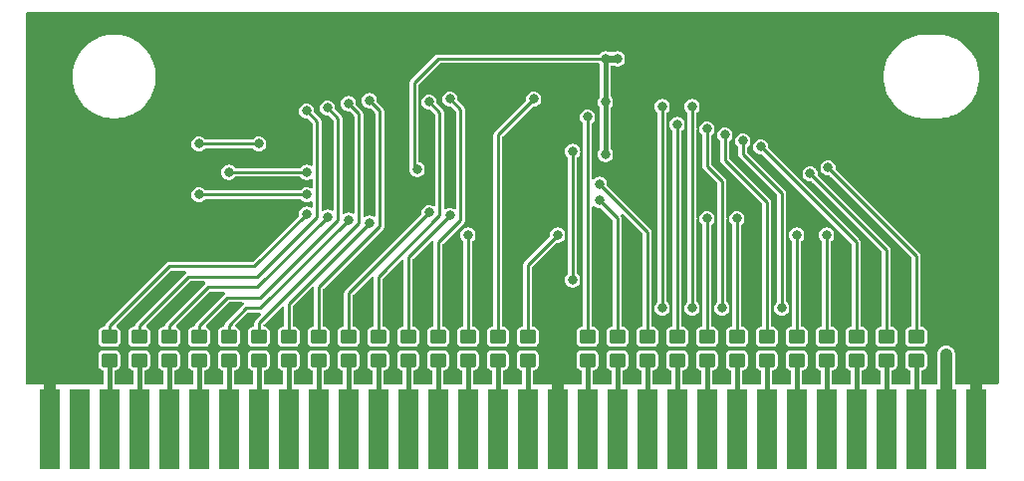
<source format=gbr>
G04 #@! TF.GenerationSoftware,KiCad,Pcbnew,9.0.6*
G04 #@! TF.CreationDate,2025-12-11T13:31:27+05:00*
G04 #@! TF.ProjectId,SEGA-Simple-Cart,53454741-2d53-4696-9d70-6c652d436172,rev?*
G04 #@! TF.SameCoordinates,Original*
G04 #@! TF.FileFunction,Copper,L2,Bot*
G04 #@! TF.FilePolarity,Positive*
%FSLAX46Y46*%
G04 Gerber Fmt 4.6, Leading zero omitted, Abs format (unit mm)*
G04 Created by KiCad (PCBNEW 9.0.6) date 2025-12-11 13:31:27*
%MOMM*%
%LPD*%
G01*
G04 APERTURE LIST*
G04 Aperture macros list*
%AMRoundRect*
0 Rectangle with rounded corners*
0 $1 Rounding radius*
0 $2 $3 $4 $5 $6 $7 $8 $9 X,Y pos of 4 corners*
0 Add a 4 corners polygon primitive as box body*
4,1,4,$2,$3,$4,$5,$6,$7,$8,$9,$2,$3,0*
0 Add four circle primitives for the rounded corners*
1,1,$1+$1,$2,$3*
1,1,$1+$1,$4,$5*
1,1,$1+$1,$6,$7*
1,1,$1+$1,$8,$9*
0 Add four rect primitives between the rounded corners*
20,1,$1+$1,$2,$3,$4,$5,0*
20,1,$1+$1,$4,$5,$6,$7,0*
20,1,$1+$1,$6,$7,$8,$9,0*
20,1,$1+$1,$8,$9,$2,$3,0*%
G04 Aperture macros list end*
G04 #@! TA.AperFunction,ConnectorPad*
%ADD10R,1.780000X6.858000*%
G04 #@! TD*
G04 #@! TA.AperFunction,SMDPad,CuDef*
%ADD11RoundRect,0.250000X0.450000X-0.350000X0.450000X0.350000X-0.450000X0.350000X-0.450000X-0.350000X0*%
G04 #@! TD*
G04 #@! TA.AperFunction,ViaPad*
%ADD12C,0.800000*%
G04 #@! TD*
G04 #@! TA.AperFunction,Conductor*
%ADD13C,1.000000*%
G04 #@! TD*
G04 #@! TA.AperFunction,Conductor*
%ADD14C,0.600000*%
G04 #@! TD*
G04 #@! TA.AperFunction,Conductor*
%ADD15C,0.250000*%
G04 #@! TD*
G04 #@! TA.AperFunction,Conductor*
%ADD16C,0.400000*%
G04 #@! TD*
G04 APERTURE END LIST*
D10*
X35560000Y-86360000D03*
X38100000Y-86360000D03*
X40640000Y-86360000D03*
X43180000Y-86360000D03*
X45720000Y-86360000D03*
X48260000Y-86360000D03*
X50800000Y-86360000D03*
X53340000Y-86360000D03*
X55880000Y-86360000D03*
X58420000Y-86360000D03*
X60960000Y-86360000D03*
X63500000Y-86360000D03*
X66040000Y-86360000D03*
X68580000Y-86360000D03*
X71120000Y-86360000D03*
X73660000Y-86360000D03*
X76200000Y-86360000D03*
X78740000Y-86360000D03*
X81280000Y-86360000D03*
X83820000Y-86360000D03*
X86360000Y-86360000D03*
X88900000Y-86360000D03*
X91440000Y-86360000D03*
X93980000Y-86360000D03*
X96520000Y-86360000D03*
X99060000Y-86360000D03*
X101600000Y-86360000D03*
X104140000Y-86360000D03*
X106680000Y-86360000D03*
X109220000Y-86360000D03*
X111760000Y-86360000D03*
X114300000Y-86360000D03*
D11*
X50800000Y-80502000D03*
X50800000Y-78502000D03*
X104140000Y-80502000D03*
X104140000Y-78502000D03*
X96520000Y-80502000D03*
X96520000Y-78502000D03*
X53340000Y-80502000D03*
X53340000Y-78502000D03*
X99060000Y-80502000D03*
X99060000Y-78502000D03*
X83820000Y-80502000D03*
X83820000Y-78502000D03*
X68580000Y-80502000D03*
X68580000Y-78502000D03*
X91440000Y-80502000D03*
X91440000Y-78502000D03*
X109220000Y-80502000D03*
X109220000Y-78502000D03*
X88900000Y-80502000D03*
X88900000Y-78502000D03*
X81280000Y-80502000D03*
X81280000Y-78502000D03*
X76200000Y-80502000D03*
X76200000Y-78502000D03*
X55880000Y-80502000D03*
X55880000Y-78502000D03*
X63500000Y-80502000D03*
X63500000Y-78502000D03*
X48260000Y-80502000D03*
X48260000Y-78502000D03*
X93980000Y-80502000D03*
X93980000Y-78502000D03*
X60960000Y-80502000D03*
X60960000Y-78502000D03*
X66040000Y-80502000D03*
X66040000Y-78502000D03*
X86360000Y-80502000D03*
X86360000Y-78502000D03*
X73660000Y-80502000D03*
X73660000Y-78502000D03*
X106680000Y-80502000D03*
X106680000Y-78502000D03*
X40640000Y-80502000D03*
X40640000Y-78502000D03*
X58420000Y-80502000D03*
X58420000Y-78502000D03*
X43180000Y-80502000D03*
X43180000Y-78502000D03*
X101600000Y-80502000D03*
X101600000Y-78502000D03*
X71120000Y-80502000D03*
X71120000Y-78502000D03*
X45720000Y-80502000D03*
X45720000Y-78502000D03*
D12*
X111760000Y-80010000D03*
X111760000Y-82042000D03*
X111760000Y-81026000D03*
X78740000Y-60960000D03*
X74930000Y-64008000D03*
X69596000Y-66040000D03*
X93980000Y-53340000D03*
X105156000Y-61976000D03*
X82550000Y-70612000D03*
X49530000Y-68326000D03*
X46990000Y-68326000D03*
X67310000Y-76454000D03*
X78740000Y-64008000D03*
X78740000Y-82042000D03*
X107188000Y-66548000D03*
X74930000Y-76454000D03*
X40640000Y-73660000D03*
X52070000Y-68326000D03*
X40640000Y-69850000D03*
X100330000Y-72136000D03*
X78740000Y-80010000D03*
X46990000Y-58420000D03*
X80518000Y-56388000D03*
X54610000Y-68326000D03*
X99060000Y-53340000D03*
X88900000Y-53340000D03*
X114300000Y-81026000D03*
X78740000Y-76454000D03*
X62230000Y-76454000D03*
X102870000Y-72136000D03*
X95250000Y-76073000D03*
X35560000Y-81026000D03*
X88900000Y-56642000D03*
X76200000Y-53340000D03*
X114300000Y-82042000D03*
X57150000Y-76454000D03*
X72390000Y-76454000D03*
X59690000Y-76454000D03*
X44450000Y-68326000D03*
X105410000Y-72136000D03*
X78740000Y-81026000D03*
X93980000Y-56642000D03*
X74930000Y-71120000D03*
X69850000Y-76454000D03*
X64770000Y-76454000D03*
X100330000Y-81788000D03*
X72136000Y-66040000D03*
X54610000Y-58420000D03*
X35560000Y-80010000D03*
X104648000Y-56642000D03*
X110998000Y-61976000D03*
X50800000Y-58420000D03*
X107950000Y-72136000D03*
X105410000Y-76962000D03*
X71120000Y-53340000D03*
X85090000Y-70612000D03*
X99060000Y-56642000D03*
X35560000Y-82042000D03*
X114300000Y-80010000D03*
X95250000Y-72136000D03*
X44450000Y-74930000D03*
X40640000Y-66040000D03*
X72136000Y-60960000D03*
X67564000Y-60960000D03*
X67310000Y-66040000D03*
X71120000Y-56388000D03*
X76200000Y-56388000D03*
X110998000Y-66548000D03*
X83820000Y-54864000D03*
X66802000Y-64262000D03*
X82804000Y-54864000D03*
X82804000Y-62992000D03*
X82804000Y-58547000D03*
X53340000Y-62103000D03*
X48260000Y-62103000D03*
X57404000Y-66421000D03*
X48260000Y-66421000D03*
X57404000Y-64516000D03*
X50800000Y-64516000D03*
X87630000Y-76073000D03*
X87630000Y-58928000D03*
X90170000Y-76073000D03*
X90170000Y-58928000D03*
X92710000Y-76073000D03*
X91440000Y-60833000D03*
X97790000Y-76073000D03*
X94488000Y-61849000D03*
X80010000Y-62738000D03*
X80010000Y-73660000D03*
X57404000Y-68072000D03*
X57404000Y-59309000D03*
X59182000Y-68326000D03*
X59182000Y-59055000D03*
X60960000Y-68580000D03*
X60960000Y-58674000D03*
X62738000Y-68834000D03*
X62738000Y-58420000D03*
X67818000Y-67945000D03*
X67818000Y-58547000D03*
X69596000Y-68199000D03*
X69596000Y-58293000D03*
X71120000Y-69850000D03*
X76708000Y-58293000D03*
X78740000Y-69850000D03*
X81280000Y-59817000D03*
X82296000Y-66929000D03*
X82296000Y-65532000D03*
X88900000Y-60452000D03*
X91440000Y-68453000D03*
X93980000Y-68453000D03*
X92964000Y-61341000D03*
X99060000Y-69850000D03*
X101600000Y-69850000D03*
X96012000Y-62357000D03*
X100203000Y-64643000D03*
X101727000Y-64135000D03*
D13*
X111760000Y-81026000D02*
X111760000Y-80010000D01*
X111760000Y-82042000D02*
X111760000Y-81026000D01*
X111760000Y-86360000D02*
X111760000Y-82042000D01*
X78740000Y-81026000D02*
X78740000Y-80010000D01*
X78740000Y-86360000D02*
X78740000Y-82042000D01*
X114300000Y-81026000D02*
X114300000Y-80010000D01*
X35560000Y-86360000D02*
X35560000Y-80010000D01*
X78740000Y-82042000D02*
X78740000Y-81026000D01*
X114300000Y-86360000D02*
X114300000Y-81026000D01*
D14*
X83820000Y-54864000D02*
X82804000Y-54864000D01*
D15*
X66802000Y-64262000D02*
X66548000Y-64008000D01*
X68580000Y-54864000D02*
X82804000Y-54864000D01*
X66548000Y-64008000D02*
X66548000Y-56896000D01*
D16*
X82804000Y-58547000D02*
X82804000Y-62992000D01*
D15*
X66548000Y-56896000D02*
X68580000Y-54864000D01*
D16*
X82804000Y-58547000D02*
X82804000Y-54864000D01*
X71120000Y-80502000D02*
X71120000Y-86360000D01*
X76200000Y-80502000D02*
X76200000Y-86360000D01*
X48260000Y-80502000D02*
X48260000Y-86360000D01*
X68580000Y-80502000D02*
X68580000Y-86360000D01*
X58420000Y-80502000D02*
X58420000Y-86360000D01*
X101600000Y-80502000D02*
X101600000Y-86360000D01*
X81280000Y-80502000D02*
X81280000Y-86360000D01*
X50800000Y-80502000D02*
X50800000Y-86360000D01*
X66040000Y-80502000D02*
X66040000Y-86360000D01*
X63500000Y-80502000D02*
X63500000Y-86360000D01*
X93980000Y-80502000D02*
X93980000Y-86360000D01*
X104140000Y-80502000D02*
X104140000Y-86360000D01*
X53340000Y-80502000D02*
X53340000Y-86360000D01*
X91440000Y-80502000D02*
X91440000Y-86360000D01*
X96520000Y-80502000D02*
X96520000Y-86360000D01*
X83820000Y-80502000D02*
X83820000Y-86360000D01*
X60960000Y-80502000D02*
X60960000Y-86360000D01*
X43180000Y-80502000D02*
X43180000Y-86360000D01*
X88900000Y-80502000D02*
X88900000Y-86360000D01*
X73660000Y-80502000D02*
X73660000Y-86360000D01*
X99060000Y-80502000D02*
X99060000Y-86360000D01*
X109220000Y-80502000D02*
X109220000Y-86360000D01*
X86360000Y-80502000D02*
X86360000Y-86360000D01*
X55880000Y-80502000D02*
X55880000Y-86360000D01*
X106680000Y-80502000D02*
X106680000Y-86360000D01*
X45720000Y-80502000D02*
X45720000Y-86360000D01*
X40640000Y-80502000D02*
X40640000Y-86360000D01*
D15*
X48260000Y-62103000D02*
X53340000Y-62103000D01*
X57404000Y-66421000D02*
X48260000Y-66421000D01*
X57404000Y-64516000D02*
X50800000Y-64516000D01*
X87630000Y-76073000D02*
X87630000Y-58928000D01*
X90170000Y-76073000D02*
X90170000Y-58928000D01*
X91440000Y-60833000D02*
X91440000Y-64008000D01*
X92710000Y-76073000D02*
X92710000Y-65278000D01*
X91440000Y-64008000D02*
X92710000Y-65278000D01*
X94488000Y-61849000D02*
X94488000Y-62992000D01*
X94488000Y-62992000D02*
X97790000Y-66294000D01*
X97790000Y-76073000D02*
X97790000Y-66294000D01*
X80010000Y-73660000D02*
X80010000Y-62738000D01*
X52959000Y-72517000D02*
X45720000Y-72517000D01*
X57404000Y-68072000D02*
X52959000Y-72517000D01*
X45720000Y-72517000D02*
X40640000Y-77597000D01*
X40640000Y-77597000D02*
X40640000Y-78502000D01*
X47371000Y-73406000D02*
X43180000Y-77597000D01*
X43180000Y-77597000D02*
X43180000Y-78502000D01*
X57404000Y-59309000D02*
X58293000Y-60198000D01*
X58293000Y-68326000D02*
X53213000Y-73406000D01*
X58293000Y-60198000D02*
X58293000Y-68326000D01*
X53213000Y-73406000D02*
X47371000Y-73406000D01*
X53213000Y-74295000D02*
X49022000Y-74295000D01*
X49022000Y-74295000D02*
X45720000Y-77597000D01*
X45720000Y-77597000D02*
X45720000Y-78502000D01*
X59182000Y-68326000D02*
X53213000Y-74295000D01*
X60071000Y-59944000D02*
X60071000Y-68580000D01*
X48260000Y-77597000D02*
X48260000Y-78502000D01*
X59182000Y-59055000D02*
X60071000Y-59944000D01*
X53467000Y-75184000D02*
X50673000Y-75184000D01*
X50673000Y-75184000D02*
X48260000Y-77597000D01*
X60071000Y-68580000D02*
X53467000Y-75184000D01*
X50800000Y-77533500D02*
X50800000Y-78502000D01*
X52260500Y-76073000D02*
X50800000Y-77533500D01*
X53467000Y-76073000D02*
X52260500Y-76073000D01*
X60960000Y-68580000D02*
X53467000Y-76073000D01*
X53340000Y-78502000D02*
X53340000Y-77343000D01*
X53340000Y-77343000D02*
X61849000Y-68834000D01*
X61849000Y-59563000D02*
X61849000Y-68834000D01*
X60960000Y-58674000D02*
X61849000Y-59563000D01*
X55880000Y-75692000D02*
X62738000Y-68834000D01*
X55880000Y-78502000D02*
X55880000Y-75692000D01*
X58420000Y-74295000D02*
X63627000Y-69088000D01*
X58420000Y-78502000D02*
X58420000Y-74295000D01*
X63627000Y-59309000D02*
X63627000Y-69088000D01*
X62738000Y-58420000D02*
X63627000Y-59309000D01*
X60960000Y-78502000D02*
X60960000Y-74803000D01*
X67818000Y-67945000D02*
X60960000Y-74803000D01*
X63500000Y-78502000D02*
X63500000Y-73406000D01*
X68707000Y-59436000D02*
X68707000Y-68199000D01*
X67818000Y-58547000D02*
X68707000Y-59436000D01*
X68707000Y-68199000D02*
X63500000Y-73406000D01*
X66040000Y-78502000D02*
X66040000Y-71755000D01*
X69596000Y-68199000D02*
X66040000Y-71755000D01*
X69596000Y-58293000D02*
X70485000Y-59182000D01*
X70485000Y-68580000D02*
X68580000Y-70485000D01*
X68580000Y-78502000D02*
X68580000Y-70485000D01*
X70485000Y-59182000D02*
X70485000Y-68580000D01*
X71120000Y-78502000D02*
X71120000Y-69850000D01*
X73660000Y-78502000D02*
X73660000Y-61341000D01*
X76708000Y-58293000D02*
X73660000Y-61341000D01*
X76200000Y-78502000D02*
X76200000Y-72390000D01*
X78740000Y-69850000D02*
X76200000Y-72390000D01*
X81280000Y-78502000D02*
X81280000Y-59817000D01*
X82296000Y-66929000D02*
X83820000Y-68453000D01*
X83820000Y-78502000D02*
X83820000Y-68453000D01*
X86360000Y-69596000D02*
X82296000Y-65532000D01*
X86360000Y-78502000D02*
X86360000Y-69596000D01*
X88900000Y-78502000D02*
X88900000Y-60452000D01*
X91440000Y-78502000D02*
X91440000Y-68453000D01*
X93980000Y-78502000D02*
X93980000Y-68453000D01*
X96520000Y-78502000D02*
X96520000Y-67056000D01*
X92964000Y-63500000D02*
X96520000Y-67056000D01*
X92964000Y-61341000D02*
X92964000Y-63500000D01*
X99060000Y-69850000D02*
X99060000Y-78502000D01*
X101600000Y-69850000D02*
X101600000Y-78502000D01*
X104140000Y-78502000D02*
X104140000Y-70485000D01*
X96012000Y-62357000D02*
X104140000Y-70485000D01*
X100203000Y-64643000D02*
X106680000Y-71120000D01*
X106680000Y-78502000D02*
X106680000Y-71120000D01*
X101727000Y-64135000D02*
X109220000Y-71628000D01*
X109220000Y-78502000D02*
X109220000Y-71628000D01*
G04 #@! TA.AperFunction,Conductor*
G36*
X116180939Y-50939185D02*
G01*
X116226694Y-50991989D01*
X116237900Y-51043500D01*
X116237900Y-82426000D01*
X116218215Y-82493039D01*
X116165411Y-82538794D01*
X116113900Y-82550000D01*
X112634500Y-82550000D01*
X112567461Y-82530315D01*
X112521706Y-82477511D01*
X112510500Y-82426000D01*
X112510500Y-79936079D01*
X112481659Y-79791092D01*
X112481658Y-79791091D01*
X112481658Y-79791087D01*
X112426494Y-79657908D01*
X112425087Y-79654511D01*
X112425080Y-79654498D01*
X112342951Y-79531584D01*
X112342948Y-79531580D01*
X112238419Y-79427051D01*
X112238415Y-79427048D01*
X112115501Y-79344919D01*
X112115488Y-79344912D01*
X111978917Y-79288343D01*
X111978907Y-79288340D01*
X111833920Y-79259500D01*
X111833918Y-79259500D01*
X111686082Y-79259500D01*
X111686080Y-79259500D01*
X111541092Y-79288340D01*
X111541082Y-79288343D01*
X111404511Y-79344912D01*
X111404498Y-79344919D01*
X111281584Y-79427048D01*
X111281580Y-79427051D01*
X111177051Y-79531580D01*
X111177048Y-79531584D01*
X111094919Y-79654498D01*
X111094912Y-79654511D01*
X111038343Y-79791082D01*
X111038340Y-79791092D01*
X111009500Y-79936079D01*
X111009500Y-82426000D01*
X110989815Y-82493039D01*
X110937011Y-82538794D01*
X110885500Y-82550000D01*
X109794500Y-82550000D01*
X109727461Y-82530315D01*
X109681706Y-82477511D01*
X109670500Y-82426000D01*
X109670500Y-81468976D01*
X109690185Y-81401937D01*
X109742989Y-81356182D01*
X109770135Y-81348736D01*
X109769932Y-81347876D01*
X109777479Y-81346092D01*
X109777481Y-81346091D01*
X109777483Y-81346091D01*
X109912331Y-81295796D01*
X110027546Y-81209546D01*
X110113796Y-81094331D01*
X110164091Y-80959483D01*
X110170500Y-80899873D01*
X110170499Y-80104128D01*
X110164091Y-80044517D01*
X110123647Y-79936082D01*
X110113797Y-79909671D01*
X110113793Y-79909664D01*
X110027547Y-79794455D01*
X110027544Y-79794452D01*
X109912335Y-79708206D01*
X109912328Y-79708202D01*
X109777482Y-79657908D01*
X109777483Y-79657908D01*
X109717883Y-79651501D01*
X109717881Y-79651500D01*
X109717873Y-79651500D01*
X109717864Y-79651500D01*
X108722129Y-79651500D01*
X108722123Y-79651501D01*
X108662516Y-79657908D01*
X108527671Y-79708202D01*
X108527664Y-79708206D01*
X108412455Y-79794452D01*
X108412452Y-79794455D01*
X108326206Y-79909664D01*
X108326202Y-79909671D01*
X108275908Y-80044517D01*
X108269501Y-80104116D01*
X108269501Y-80104123D01*
X108269500Y-80104135D01*
X108269500Y-80899870D01*
X108269501Y-80899876D01*
X108275908Y-80959483D01*
X108326202Y-81094328D01*
X108326206Y-81094335D01*
X108412452Y-81209544D01*
X108412455Y-81209547D01*
X108527664Y-81295793D01*
X108527671Y-81295797D01*
X108662517Y-81346091D01*
X108670062Y-81347874D01*
X108669523Y-81350151D01*
X108723287Y-81372408D01*
X108763147Y-81429793D01*
X108769500Y-81468975D01*
X108769500Y-82426000D01*
X108749815Y-82493039D01*
X108697011Y-82538794D01*
X108645500Y-82550000D01*
X107254500Y-82550000D01*
X107187461Y-82530315D01*
X107141706Y-82477511D01*
X107130500Y-82426000D01*
X107130500Y-81468976D01*
X107150185Y-81401937D01*
X107202989Y-81356182D01*
X107230135Y-81348736D01*
X107229932Y-81347876D01*
X107237479Y-81346092D01*
X107237481Y-81346091D01*
X107237483Y-81346091D01*
X107372331Y-81295796D01*
X107487546Y-81209546D01*
X107573796Y-81094331D01*
X107624091Y-80959483D01*
X107630500Y-80899873D01*
X107630499Y-80104128D01*
X107624091Y-80044517D01*
X107583647Y-79936082D01*
X107573797Y-79909671D01*
X107573793Y-79909664D01*
X107487547Y-79794455D01*
X107487544Y-79794452D01*
X107372335Y-79708206D01*
X107372328Y-79708202D01*
X107237482Y-79657908D01*
X107237483Y-79657908D01*
X107177883Y-79651501D01*
X107177881Y-79651500D01*
X107177873Y-79651500D01*
X107177864Y-79651500D01*
X106182129Y-79651500D01*
X106182123Y-79651501D01*
X106122516Y-79657908D01*
X105987671Y-79708202D01*
X105987664Y-79708206D01*
X105872455Y-79794452D01*
X105872452Y-79794455D01*
X105786206Y-79909664D01*
X105786202Y-79909671D01*
X105735908Y-80044517D01*
X105729501Y-80104116D01*
X105729501Y-80104123D01*
X105729500Y-80104135D01*
X105729500Y-80899870D01*
X105729501Y-80899876D01*
X105735908Y-80959483D01*
X105786202Y-81094328D01*
X105786206Y-81094335D01*
X105872452Y-81209544D01*
X105872455Y-81209547D01*
X105987664Y-81295793D01*
X105987671Y-81295797D01*
X106122517Y-81346091D01*
X106130062Y-81347874D01*
X106129523Y-81350151D01*
X106183287Y-81372408D01*
X106223147Y-81429793D01*
X106229500Y-81468975D01*
X106229500Y-82426000D01*
X106209815Y-82493039D01*
X106157011Y-82538794D01*
X106105500Y-82550000D01*
X104714500Y-82550000D01*
X104647461Y-82530315D01*
X104601706Y-82477511D01*
X104590500Y-82426000D01*
X104590500Y-81468976D01*
X104610185Y-81401937D01*
X104662989Y-81356182D01*
X104690135Y-81348736D01*
X104689932Y-81347876D01*
X104697479Y-81346092D01*
X104697481Y-81346091D01*
X104697483Y-81346091D01*
X104832331Y-81295796D01*
X104947546Y-81209546D01*
X105033796Y-81094331D01*
X105084091Y-80959483D01*
X105090500Y-80899873D01*
X105090499Y-80104128D01*
X105084091Y-80044517D01*
X105043647Y-79936082D01*
X105033797Y-79909671D01*
X105033793Y-79909664D01*
X104947547Y-79794455D01*
X104947544Y-79794452D01*
X104832335Y-79708206D01*
X104832328Y-79708202D01*
X104697482Y-79657908D01*
X104697483Y-79657908D01*
X104637883Y-79651501D01*
X104637881Y-79651500D01*
X104637873Y-79651500D01*
X104637864Y-79651500D01*
X103642129Y-79651500D01*
X103642123Y-79651501D01*
X103582516Y-79657908D01*
X103447671Y-79708202D01*
X103447664Y-79708206D01*
X103332455Y-79794452D01*
X103332452Y-79794455D01*
X103246206Y-79909664D01*
X103246202Y-79909671D01*
X103195908Y-80044517D01*
X103189501Y-80104116D01*
X103189501Y-80104123D01*
X103189500Y-80104135D01*
X103189500Y-80899870D01*
X103189501Y-80899876D01*
X103195908Y-80959483D01*
X103246202Y-81094328D01*
X103246206Y-81094335D01*
X103332452Y-81209544D01*
X103332455Y-81209547D01*
X103447664Y-81295793D01*
X103447671Y-81295797D01*
X103582517Y-81346091D01*
X103590062Y-81347874D01*
X103589523Y-81350151D01*
X103643287Y-81372408D01*
X103683147Y-81429793D01*
X103689500Y-81468975D01*
X103689500Y-82426000D01*
X103669815Y-82493039D01*
X103617011Y-82538794D01*
X103565500Y-82550000D01*
X102174500Y-82550000D01*
X102107461Y-82530315D01*
X102061706Y-82477511D01*
X102050500Y-82426000D01*
X102050500Y-81468976D01*
X102070185Y-81401937D01*
X102122989Y-81356182D01*
X102150135Y-81348736D01*
X102149932Y-81347876D01*
X102157479Y-81346092D01*
X102157481Y-81346091D01*
X102157483Y-81346091D01*
X102292331Y-81295796D01*
X102407546Y-81209546D01*
X102493796Y-81094331D01*
X102544091Y-80959483D01*
X102550500Y-80899873D01*
X102550499Y-80104128D01*
X102544091Y-80044517D01*
X102503647Y-79936082D01*
X102493797Y-79909671D01*
X102493793Y-79909664D01*
X102407547Y-79794455D01*
X102407544Y-79794452D01*
X102292335Y-79708206D01*
X102292328Y-79708202D01*
X102157482Y-79657908D01*
X102157483Y-79657908D01*
X102097883Y-79651501D01*
X102097881Y-79651500D01*
X102097873Y-79651500D01*
X102097864Y-79651500D01*
X101102129Y-79651500D01*
X101102123Y-79651501D01*
X101042516Y-79657908D01*
X100907671Y-79708202D01*
X100907664Y-79708206D01*
X100792455Y-79794452D01*
X100792452Y-79794455D01*
X100706206Y-79909664D01*
X100706202Y-79909671D01*
X100655908Y-80044517D01*
X100649501Y-80104116D01*
X100649501Y-80104123D01*
X100649500Y-80104135D01*
X100649500Y-80899870D01*
X100649501Y-80899876D01*
X100655908Y-80959483D01*
X100706202Y-81094328D01*
X100706206Y-81094335D01*
X100792452Y-81209544D01*
X100792455Y-81209547D01*
X100907664Y-81295793D01*
X100907671Y-81295797D01*
X101042517Y-81346091D01*
X101050062Y-81347874D01*
X101049523Y-81350151D01*
X101103287Y-81372408D01*
X101143147Y-81429793D01*
X101149500Y-81468975D01*
X101149500Y-82426000D01*
X101129815Y-82493039D01*
X101077011Y-82538794D01*
X101025500Y-82550000D01*
X99634500Y-82550000D01*
X99567461Y-82530315D01*
X99521706Y-82477511D01*
X99510500Y-82426000D01*
X99510500Y-81468976D01*
X99530185Y-81401937D01*
X99582989Y-81356182D01*
X99610135Y-81348736D01*
X99609932Y-81347876D01*
X99617479Y-81346092D01*
X99617481Y-81346091D01*
X99617483Y-81346091D01*
X99752331Y-81295796D01*
X99867546Y-81209546D01*
X99953796Y-81094331D01*
X100004091Y-80959483D01*
X100010500Y-80899873D01*
X100010499Y-80104128D01*
X100004091Y-80044517D01*
X99963647Y-79936082D01*
X99953797Y-79909671D01*
X99953793Y-79909664D01*
X99867547Y-79794455D01*
X99867544Y-79794452D01*
X99752335Y-79708206D01*
X99752328Y-79708202D01*
X99617482Y-79657908D01*
X99617483Y-79657908D01*
X99557883Y-79651501D01*
X99557881Y-79651500D01*
X99557873Y-79651500D01*
X99557864Y-79651500D01*
X98562129Y-79651500D01*
X98562123Y-79651501D01*
X98502516Y-79657908D01*
X98367671Y-79708202D01*
X98367664Y-79708206D01*
X98252455Y-79794452D01*
X98252452Y-79794455D01*
X98166206Y-79909664D01*
X98166202Y-79909671D01*
X98115908Y-80044517D01*
X98109501Y-80104116D01*
X98109501Y-80104123D01*
X98109500Y-80104135D01*
X98109500Y-80899870D01*
X98109501Y-80899876D01*
X98115908Y-80959483D01*
X98166202Y-81094328D01*
X98166206Y-81094335D01*
X98252452Y-81209544D01*
X98252455Y-81209547D01*
X98367664Y-81295793D01*
X98367671Y-81295797D01*
X98502517Y-81346091D01*
X98510062Y-81347874D01*
X98509523Y-81350151D01*
X98563287Y-81372408D01*
X98603147Y-81429793D01*
X98609500Y-81468975D01*
X98609500Y-82426000D01*
X98589815Y-82493039D01*
X98537011Y-82538794D01*
X98485500Y-82550000D01*
X97094500Y-82550000D01*
X97027461Y-82530315D01*
X96981706Y-82477511D01*
X96970500Y-82426000D01*
X96970500Y-81468976D01*
X96990185Y-81401937D01*
X97042989Y-81356182D01*
X97070135Y-81348736D01*
X97069932Y-81347876D01*
X97077479Y-81346092D01*
X97077481Y-81346091D01*
X97077483Y-81346091D01*
X97212331Y-81295796D01*
X97327546Y-81209546D01*
X97413796Y-81094331D01*
X97464091Y-80959483D01*
X97470500Y-80899873D01*
X97470499Y-80104128D01*
X97464091Y-80044517D01*
X97423647Y-79936082D01*
X97413797Y-79909671D01*
X97413793Y-79909664D01*
X97327547Y-79794455D01*
X97327544Y-79794452D01*
X97212335Y-79708206D01*
X97212328Y-79708202D01*
X97077482Y-79657908D01*
X97077483Y-79657908D01*
X97017883Y-79651501D01*
X97017881Y-79651500D01*
X97017873Y-79651500D01*
X97017864Y-79651500D01*
X96022129Y-79651500D01*
X96022123Y-79651501D01*
X95962516Y-79657908D01*
X95827671Y-79708202D01*
X95827664Y-79708206D01*
X95712455Y-79794452D01*
X95712452Y-79794455D01*
X95626206Y-79909664D01*
X95626202Y-79909671D01*
X95575908Y-80044517D01*
X95569501Y-80104116D01*
X95569501Y-80104123D01*
X95569500Y-80104135D01*
X95569500Y-80899870D01*
X95569501Y-80899876D01*
X95575908Y-80959483D01*
X95626202Y-81094328D01*
X95626206Y-81094335D01*
X95712452Y-81209544D01*
X95712455Y-81209547D01*
X95827664Y-81295793D01*
X95827671Y-81295797D01*
X95962517Y-81346091D01*
X95970062Y-81347874D01*
X95969523Y-81350151D01*
X96023287Y-81372408D01*
X96063147Y-81429793D01*
X96069500Y-81468975D01*
X96069500Y-82426000D01*
X96049815Y-82493039D01*
X95997011Y-82538794D01*
X95945500Y-82550000D01*
X94554500Y-82550000D01*
X94487461Y-82530315D01*
X94441706Y-82477511D01*
X94430500Y-82426000D01*
X94430500Y-81468976D01*
X94450185Y-81401937D01*
X94502989Y-81356182D01*
X94530135Y-81348736D01*
X94529932Y-81347876D01*
X94537479Y-81346092D01*
X94537481Y-81346091D01*
X94537483Y-81346091D01*
X94672331Y-81295796D01*
X94787546Y-81209546D01*
X94873796Y-81094331D01*
X94924091Y-80959483D01*
X94930500Y-80899873D01*
X94930499Y-80104128D01*
X94924091Y-80044517D01*
X94883647Y-79936082D01*
X94873797Y-79909671D01*
X94873793Y-79909664D01*
X94787547Y-79794455D01*
X94787544Y-79794452D01*
X94672335Y-79708206D01*
X94672328Y-79708202D01*
X94537482Y-79657908D01*
X94537483Y-79657908D01*
X94477883Y-79651501D01*
X94477881Y-79651500D01*
X94477873Y-79651500D01*
X94477864Y-79651500D01*
X93482129Y-79651500D01*
X93482123Y-79651501D01*
X93422516Y-79657908D01*
X93287671Y-79708202D01*
X93287664Y-79708206D01*
X93172455Y-79794452D01*
X93172452Y-79794455D01*
X93086206Y-79909664D01*
X93086202Y-79909671D01*
X93035908Y-80044517D01*
X93029501Y-80104116D01*
X93029501Y-80104123D01*
X93029500Y-80104135D01*
X93029500Y-80899870D01*
X93029501Y-80899876D01*
X93035908Y-80959483D01*
X93086202Y-81094328D01*
X93086206Y-81094335D01*
X93172452Y-81209544D01*
X93172455Y-81209547D01*
X93287664Y-81295793D01*
X93287671Y-81295797D01*
X93422517Y-81346091D01*
X93430062Y-81347874D01*
X93429523Y-81350151D01*
X93483287Y-81372408D01*
X93523147Y-81429793D01*
X93529500Y-81468975D01*
X93529500Y-82426000D01*
X93509815Y-82493039D01*
X93457011Y-82538794D01*
X93405500Y-82550000D01*
X92014500Y-82550000D01*
X91947461Y-82530315D01*
X91901706Y-82477511D01*
X91890500Y-82426000D01*
X91890500Y-81468976D01*
X91910185Y-81401937D01*
X91962989Y-81356182D01*
X91990135Y-81348736D01*
X91989932Y-81347876D01*
X91997479Y-81346092D01*
X91997481Y-81346091D01*
X91997483Y-81346091D01*
X92132331Y-81295796D01*
X92247546Y-81209546D01*
X92333796Y-81094331D01*
X92384091Y-80959483D01*
X92390500Y-80899873D01*
X92390499Y-80104128D01*
X92384091Y-80044517D01*
X92343647Y-79936082D01*
X92333797Y-79909671D01*
X92333793Y-79909664D01*
X92247547Y-79794455D01*
X92247544Y-79794452D01*
X92132335Y-79708206D01*
X92132328Y-79708202D01*
X91997482Y-79657908D01*
X91997483Y-79657908D01*
X91937883Y-79651501D01*
X91937881Y-79651500D01*
X91937873Y-79651500D01*
X91937864Y-79651500D01*
X90942129Y-79651500D01*
X90942123Y-79651501D01*
X90882516Y-79657908D01*
X90747671Y-79708202D01*
X90747664Y-79708206D01*
X90632455Y-79794452D01*
X90632452Y-79794455D01*
X90546206Y-79909664D01*
X90546202Y-79909671D01*
X90495908Y-80044517D01*
X90489501Y-80104116D01*
X90489501Y-80104123D01*
X90489500Y-80104135D01*
X90489500Y-80899870D01*
X90489501Y-80899876D01*
X90495908Y-80959483D01*
X90546202Y-81094328D01*
X90546206Y-81094335D01*
X90632452Y-81209544D01*
X90632455Y-81209547D01*
X90747664Y-81295793D01*
X90747671Y-81295797D01*
X90882517Y-81346091D01*
X90890062Y-81347874D01*
X90889523Y-81350151D01*
X90943287Y-81372408D01*
X90983147Y-81429793D01*
X90989500Y-81468975D01*
X90989500Y-82426000D01*
X90969815Y-82493039D01*
X90917011Y-82538794D01*
X90865500Y-82550000D01*
X89474500Y-82550000D01*
X89407461Y-82530315D01*
X89361706Y-82477511D01*
X89350500Y-82426000D01*
X89350500Y-81468976D01*
X89370185Y-81401937D01*
X89422989Y-81356182D01*
X89450135Y-81348736D01*
X89449932Y-81347876D01*
X89457479Y-81346092D01*
X89457481Y-81346091D01*
X89457483Y-81346091D01*
X89592331Y-81295796D01*
X89707546Y-81209546D01*
X89793796Y-81094331D01*
X89844091Y-80959483D01*
X89850500Y-80899873D01*
X89850499Y-80104128D01*
X89844091Y-80044517D01*
X89803647Y-79936082D01*
X89793797Y-79909671D01*
X89793793Y-79909664D01*
X89707547Y-79794455D01*
X89707544Y-79794452D01*
X89592335Y-79708206D01*
X89592328Y-79708202D01*
X89457482Y-79657908D01*
X89457483Y-79657908D01*
X89397883Y-79651501D01*
X89397881Y-79651500D01*
X89397873Y-79651500D01*
X89397864Y-79651500D01*
X88402129Y-79651500D01*
X88402123Y-79651501D01*
X88342516Y-79657908D01*
X88207671Y-79708202D01*
X88207664Y-79708206D01*
X88092455Y-79794452D01*
X88092452Y-79794455D01*
X88006206Y-79909664D01*
X88006202Y-79909671D01*
X87955908Y-80044517D01*
X87949501Y-80104116D01*
X87949501Y-80104123D01*
X87949500Y-80104135D01*
X87949500Y-80899870D01*
X87949501Y-80899876D01*
X87955908Y-80959483D01*
X88006202Y-81094328D01*
X88006206Y-81094335D01*
X88092452Y-81209544D01*
X88092455Y-81209547D01*
X88207664Y-81295793D01*
X88207671Y-81295797D01*
X88342517Y-81346091D01*
X88350062Y-81347874D01*
X88349523Y-81350151D01*
X88403287Y-81372408D01*
X88443147Y-81429793D01*
X88449500Y-81468975D01*
X88449500Y-82426000D01*
X88429815Y-82493039D01*
X88377011Y-82538794D01*
X88325500Y-82550000D01*
X86934500Y-82550000D01*
X86867461Y-82530315D01*
X86821706Y-82477511D01*
X86810500Y-82426000D01*
X86810500Y-81468976D01*
X86830185Y-81401937D01*
X86882989Y-81356182D01*
X86910135Y-81348736D01*
X86909932Y-81347876D01*
X86917479Y-81346092D01*
X86917481Y-81346091D01*
X86917483Y-81346091D01*
X87052331Y-81295796D01*
X87167546Y-81209546D01*
X87253796Y-81094331D01*
X87304091Y-80959483D01*
X87310500Y-80899873D01*
X87310499Y-80104128D01*
X87304091Y-80044517D01*
X87263647Y-79936082D01*
X87253797Y-79909671D01*
X87253793Y-79909664D01*
X87167547Y-79794455D01*
X87167544Y-79794452D01*
X87052335Y-79708206D01*
X87052328Y-79708202D01*
X86917482Y-79657908D01*
X86917483Y-79657908D01*
X86857883Y-79651501D01*
X86857881Y-79651500D01*
X86857873Y-79651500D01*
X86857864Y-79651500D01*
X85862129Y-79651500D01*
X85862123Y-79651501D01*
X85802516Y-79657908D01*
X85667671Y-79708202D01*
X85667664Y-79708206D01*
X85552455Y-79794452D01*
X85552452Y-79794455D01*
X85466206Y-79909664D01*
X85466202Y-79909671D01*
X85415908Y-80044517D01*
X85409501Y-80104116D01*
X85409501Y-80104123D01*
X85409500Y-80104135D01*
X85409500Y-80899870D01*
X85409501Y-80899876D01*
X85415908Y-80959483D01*
X85466202Y-81094328D01*
X85466206Y-81094335D01*
X85552452Y-81209544D01*
X85552455Y-81209547D01*
X85667664Y-81295793D01*
X85667671Y-81295797D01*
X85802517Y-81346091D01*
X85810062Y-81347874D01*
X85809523Y-81350151D01*
X85863287Y-81372408D01*
X85903147Y-81429793D01*
X85909500Y-81468975D01*
X85909500Y-82426000D01*
X85889815Y-82493039D01*
X85837011Y-82538794D01*
X85785500Y-82550000D01*
X84394500Y-82550000D01*
X84327461Y-82530315D01*
X84281706Y-82477511D01*
X84270500Y-82426000D01*
X84270500Y-81468976D01*
X84290185Y-81401937D01*
X84342989Y-81356182D01*
X84370135Y-81348736D01*
X84369932Y-81347876D01*
X84377479Y-81346092D01*
X84377481Y-81346091D01*
X84377483Y-81346091D01*
X84512331Y-81295796D01*
X84627546Y-81209546D01*
X84713796Y-81094331D01*
X84764091Y-80959483D01*
X84770500Y-80899873D01*
X84770499Y-80104128D01*
X84764091Y-80044517D01*
X84723647Y-79936082D01*
X84713797Y-79909671D01*
X84713793Y-79909664D01*
X84627547Y-79794455D01*
X84627544Y-79794452D01*
X84512335Y-79708206D01*
X84512328Y-79708202D01*
X84377482Y-79657908D01*
X84377483Y-79657908D01*
X84317883Y-79651501D01*
X84317881Y-79651500D01*
X84317873Y-79651500D01*
X84317864Y-79651500D01*
X83322129Y-79651500D01*
X83322123Y-79651501D01*
X83262516Y-79657908D01*
X83127671Y-79708202D01*
X83127664Y-79708206D01*
X83012455Y-79794452D01*
X83012452Y-79794455D01*
X82926206Y-79909664D01*
X82926202Y-79909671D01*
X82875908Y-80044517D01*
X82869501Y-80104116D01*
X82869501Y-80104123D01*
X82869500Y-80104135D01*
X82869500Y-80899870D01*
X82869501Y-80899876D01*
X82875908Y-80959483D01*
X82926202Y-81094328D01*
X82926206Y-81094335D01*
X83012452Y-81209544D01*
X83012455Y-81209547D01*
X83127664Y-81295793D01*
X83127671Y-81295797D01*
X83262517Y-81346091D01*
X83270062Y-81347874D01*
X83269523Y-81350151D01*
X83323287Y-81372408D01*
X83363147Y-81429793D01*
X83369500Y-81468975D01*
X83369500Y-82426000D01*
X83349815Y-82493039D01*
X83297011Y-82538794D01*
X83245500Y-82550000D01*
X81854500Y-82550000D01*
X81787461Y-82530315D01*
X81741706Y-82477511D01*
X81730500Y-82426000D01*
X81730500Y-81468976D01*
X81750185Y-81401937D01*
X81802989Y-81356182D01*
X81830135Y-81348736D01*
X81829932Y-81347876D01*
X81837479Y-81346092D01*
X81837481Y-81346091D01*
X81837483Y-81346091D01*
X81972331Y-81295796D01*
X82087546Y-81209546D01*
X82173796Y-81094331D01*
X82224091Y-80959483D01*
X82230500Y-80899873D01*
X82230499Y-80104128D01*
X82224091Y-80044517D01*
X82183647Y-79936082D01*
X82173797Y-79909671D01*
X82173793Y-79909664D01*
X82087547Y-79794455D01*
X82087544Y-79794452D01*
X81972335Y-79708206D01*
X81972328Y-79708202D01*
X81837482Y-79657908D01*
X81837483Y-79657908D01*
X81777883Y-79651501D01*
X81777881Y-79651500D01*
X81777873Y-79651500D01*
X81777864Y-79651500D01*
X80782129Y-79651500D01*
X80782123Y-79651501D01*
X80722516Y-79657908D01*
X80587671Y-79708202D01*
X80587664Y-79708206D01*
X80472455Y-79794452D01*
X80472452Y-79794455D01*
X80386206Y-79909664D01*
X80386202Y-79909671D01*
X80335908Y-80044517D01*
X80329501Y-80104116D01*
X80329501Y-80104123D01*
X80329500Y-80104135D01*
X80329500Y-80899870D01*
X80329501Y-80899876D01*
X80335908Y-80959483D01*
X80386202Y-81094328D01*
X80386206Y-81094335D01*
X80472452Y-81209544D01*
X80472455Y-81209547D01*
X80587664Y-81295793D01*
X80587671Y-81295797D01*
X80722517Y-81346091D01*
X80730062Y-81347874D01*
X80729523Y-81350151D01*
X80783287Y-81372408D01*
X80823147Y-81429793D01*
X80829500Y-81468975D01*
X80829500Y-82426000D01*
X80809815Y-82493039D01*
X80757011Y-82538794D01*
X80705500Y-82550000D01*
X76774500Y-82550000D01*
X76707461Y-82530315D01*
X76661706Y-82477511D01*
X76650500Y-82426000D01*
X76650500Y-81468976D01*
X76670185Y-81401937D01*
X76722989Y-81356182D01*
X76750135Y-81348736D01*
X76749932Y-81347876D01*
X76757479Y-81346092D01*
X76757481Y-81346091D01*
X76757483Y-81346091D01*
X76892331Y-81295796D01*
X77007546Y-81209546D01*
X77093796Y-81094331D01*
X77144091Y-80959483D01*
X77150500Y-80899873D01*
X77150499Y-80104128D01*
X77144091Y-80044517D01*
X77103647Y-79936082D01*
X77093797Y-79909671D01*
X77093793Y-79909664D01*
X77007547Y-79794455D01*
X77007544Y-79794452D01*
X76892335Y-79708206D01*
X76892328Y-79708202D01*
X76757482Y-79657908D01*
X76757483Y-79657908D01*
X76697883Y-79651501D01*
X76697881Y-79651500D01*
X76697873Y-79651500D01*
X76697864Y-79651500D01*
X75702129Y-79651500D01*
X75702123Y-79651501D01*
X75642516Y-79657908D01*
X75507671Y-79708202D01*
X75507664Y-79708206D01*
X75392455Y-79794452D01*
X75392452Y-79794455D01*
X75306206Y-79909664D01*
X75306202Y-79909671D01*
X75255908Y-80044517D01*
X75249501Y-80104116D01*
X75249501Y-80104123D01*
X75249500Y-80104135D01*
X75249500Y-80899870D01*
X75249501Y-80899876D01*
X75255908Y-80959483D01*
X75306202Y-81094328D01*
X75306206Y-81094335D01*
X75392452Y-81209544D01*
X75392455Y-81209547D01*
X75507664Y-81295793D01*
X75507671Y-81295797D01*
X75642517Y-81346091D01*
X75650062Y-81347874D01*
X75649523Y-81350151D01*
X75703287Y-81372408D01*
X75743147Y-81429793D01*
X75749500Y-81468975D01*
X75749500Y-82426000D01*
X75729815Y-82493039D01*
X75677011Y-82538794D01*
X75625500Y-82550000D01*
X74234500Y-82550000D01*
X74167461Y-82530315D01*
X74121706Y-82477511D01*
X74110500Y-82426000D01*
X74110500Y-81468976D01*
X74130185Y-81401937D01*
X74182989Y-81356182D01*
X74210135Y-81348736D01*
X74209932Y-81347876D01*
X74217479Y-81346092D01*
X74217481Y-81346091D01*
X74217483Y-81346091D01*
X74352331Y-81295796D01*
X74467546Y-81209546D01*
X74553796Y-81094331D01*
X74604091Y-80959483D01*
X74610500Y-80899873D01*
X74610499Y-80104128D01*
X74604091Y-80044517D01*
X74563647Y-79936082D01*
X74553797Y-79909671D01*
X74553793Y-79909664D01*
X74467547Y-79794455D01*
X74467544Y-79794452D01*
X74352335Y-79708206D01*
X74352328Y-79708202D01*
X74217482Y-79657908D01*
X74217483Y-79657908D01*
X74157883Y-79651501D01*
X74157881Y-79651500D01*
X74157873Y-79651500D01*
X74157864Y-79651500D01*
X73162129Y-79651500D01*
X73162123Y-79651501D01*
X73102516Y-79657908D01*
X72967671Y-79708202D01*
X72967664Y-79708206D01*
X72852455Y-79794452D01*
X72852452Y-79794455D01*
X72766206Y-79909664D01*
X72766202Y-79909671D01*
X72715908Y-80044517D01*
X72709501Y-80104116D01*
X72709501Y-80104123D01*
X72709500Y-80104135D01*
X72709500Y-80899870D01*
X72709501Y-80899876D01*
X72715908Y-80959483D01*
X72766202Y-81094328D01*
X72766206Y-81094335D01*
X72852452Y-81209544D01*
X72852455Y-81209547D01*
X72967664Y-81295793D01*
X72967671Y-81295797D01*
X73102517Y-81346091D01*
X73110062Y-81347874D01*
X73109523Y-81350151D01*
X73163287Y-81372408D01*
X73203147Y-81429793D01*
X73209500Y-81468975D01*
X73209500Y-82426000D01*
X73189815Y-82493039D01*
X73137011Y-82538794D01*
X73085500Y-82550000D01*
X71694500Y-82550000D01*
X71627461Y-82530315D01*
X71581706Y-82477511D01*
X71570500Y-82426000D01*
X71570500Y-81468976D01*
X71590185Y-81401937D01*
X71642989Y-81356182D01*
X71670135Y-81348736D01*
X71669932Y-81347876D01*
X71677479Y-81346092D01*
X71677481Y-81346091D01*
X71677483Y-81346091D01*
X71812331Y-81295796D01*
X71927546Y-81209546D01*
X72013796Y-81094331D01*
X72064091Y-80959483D01*
X72070500Y-80899873D01*
X72070499Y-80104128D01*
X72064091Y-80044517D01*
X72023647Y-79936082D01*
X72013797Y-79909671D01*
X72013793Y-79909664D01*
X71927547Y-79794455D01*
X71927544Y-79794452D01*
X71812335Y-79708206D01*
X71812328Y-79708202D01*
X71677482Y-79657908D01*
X71677483Y-79657908D01*
X71617883Y-79651501D01*
X71617881Y-79651500D01*
X71617873Y-79651500D01*
X71617864Y-79651500D01*
X70622129Y-79651500D01*
X70622123Y-79651501D01*
X70562516Y-79657908D01*
X70427671Y-79708202D01*
X70427664Y-79708206D01*
X70312455Y-79794452D01*
X70312452Y-79794455D01*
X70226206Y-79909664D01*
X70226202Y-79909671D01*
X70175908Y-80044517D01*
X70169501Y-80104116D01*
X70169501Y-80104123D01*
X70169500Y-80104135D01*
X70169500Y-80899870D01*
X70169501Y-80899876D01*
X70175908Y-80959483D01*
X70226202Y-81094328D01*
X70226206Y-81094335D01*
X70312452Y-81209544D01*
X70312455Y-81209547D01*
X70427664Y-81295793D01*
X70427671Y-81295797D01*
X70562517Y-81346091D01*
X70570062Y-81347874D01*
X70569523Y-81350151D01*
X70623287Y-81372408D01*
X70663147Y-81429793D01*
X70669500Y-81468975D01*
X70669500Y-82426000D01*
X70649815Y-82493039D01*
X70597011Y-82538794D01*
X70545500Y-82550000D01*
X69154500Y-82550000D01*
X69087461Y-82530315D01*
X69041706Y-82477511D01*
X69030500Y-82426000D01*
X69030500Y-81468976D01*
X69050185Y-81401937D01*
X69102989Y-81356182D01*
X69130135Y-81348736D01*
X69129932Y-81347876D01*
X69137479Y-81346092D01*
X69137481Y-81346091D01*
X69137483Y-81346091D01*
X69272331Y-81295796D01*
X69387546Y-81209546D01*
X69473796Y-81094331D01*
X69524091Y-80959483D01*
X69530500Y-80899873D01*
X69530499Y-80104128D01*
X69524091Y-80044517D01*
X69483647Y-79936082D01*
X69473797Y-79909671D01*
X69473793Y-79909664D01*
X69387547Y-79794455D01*
X69387544Y-79794452D01*
X69272335Y-79708206D01*
X69272328Y-79708202D01*
X69137482Y-79657908D01*
X69137483Y-79657908D01*
X69077883Y-79651501D01*
X69077881Y-79651500D01*
X69077873Y-79651500D01*
X69077864Y-79651500D01*
X68082129Y-79651500D01*
X68082123Y-79651501D01*
X68022516Y-79657908D01*
X67887671Y-79708202D01*
X67887664Y-79708206D01*
X67772455Y-79794452D01*
X67772452Y-79794455D01*
X67686206Y-79909664D01*
X67686202Y-79909671D01*
X67635908Y-80044517D01*
X67629501Y-80104116D01*
X67629501Y-80104123D01*
X67629500Y-80104135D01*
X67629500Y-80899870D01*
X67629501Y-80899876D01*
X67635908Y-80959483D01*
X67686202Y-81094328D01*
X67686206Y-81094335D01*
X67772452Y-81209544D01*
X67772455Y-81209547D01*
X67887664Y-81295793D01*
X67887671Y-81295797D01*
X68022517Y-81346091D01*
X68030062Y-81347874D01*
X68029523Y-81350151D01*
X68083287Y-81372408D01*
X68123147Y-81429793D01*
X68129500Y-81468975D01*
X68129500Y-82426000D01*
X68109815Y-82493039D01*
X68057011Y-82538794D01*
X68005500Y-82550000D01*
X66614500Y-82550000D01*
X66547461Y-82530315D01*
X66501706Y-82477511D01*
X66490500Y-82426000D01*
X66490500Y-81468976D01*
X66510185Y-81401937D01*
X66562989Y-81356182D01*
X66590135Y-81348736D01*
X66589932Y-81347876D01*
X66597479Y-81346092D01*
X66597481Y-81346091D01*
X66597483Y-81346091D01*
X66732331Y-81295796D01*
X66847546Y-81209546D01*
X66933796Y-81094331D01*
X66984091Y-80959483D01*
X66990500Y-80899873D01*
X66990499Y-80104128D01*
X66984091Y-80044517D01*
X66943647Y-79936082D01*
X66933797Y-79909671D01*
X66933793Y-79909664D01*
X66847547Y-79794455D01*
X66847544Y-79794452D01*
X66732335Y-79708206D01*
X66732328Y-79708202D01*
X66597482Y-79657908D01*
X66597483Y-79657908D01*
X66537883Y-79651501D01*
X66537881Y-79651500D01*
X66537873Y-79651500D01*
X66537864Y-79651500D01*
X65542129Y-79651500D01*
X65542123Y-79651501D01*
X65482516Y-79657908D01*
X65347671Y-79708202D01*
X65347664Y-79708206D01*
X65232455Y-79794452D01*
X65232452Y-79794455D01*
X65146206Y-79909664D01*
X65146202Y-79909671D01*
X65095908Y-80044517D01*
X65089501Y-80104116D01*
X65089501Y-80104123D01*
X65089500Y-80104135D01*
X65089500Y-80899870D01*
X65089501Y-80899876D01*
X65095908Y-80959483D01*
X65146202Y-81094328D01*
X65146206Y-81094335D01*
X65232452Y-81209544D01*
X65232455Y-81209547D01*
X65347664Y-81295793D01*
X65347671Y-81295797D01*
X65482517Y-81346091D01*
X65490062Y-81347874D01*
X65489523Y-81350151D01*
X65543287Y-81372408D01*
X65583147Y-81429793D01*
X65589500Y-81468975D01*
X65589500Y-82426000D01*
X65569815Y-82493039D01*
X65517011Y-82538794D01*
X65465500Y-82550000D01*
X64074500Y-82550000D01*
X64007461Y-82530315D01*
X63961706Y-82477511D01*
X63950500Y-82426000D01*
X63950500Y-81468976D01*
X63970185Y-81401937D01*
X64022989Y-81356182D01*
X64050135Y-81348736D01*
X64049932Y-81347876D01*
X64057479Y-81346092D01*
X64057481Y-81346091D01*
X64057483Y-81346091D01*
X64192331Y-81295796D01*
X64307546Y-81209546D01*
X64393796Y-81094331D01*
X64444091Y-80959483D01*
X64450500Y-80899873D01*
X64450499Y-80104128D01*
X64444091Y-80044517D01*
X64403647Y-79936082D01*
X64393797Y-79909671D01*
X64393793Y-79909664D01*
X64307547Y-79794455D01*
X64307544Y-79794452D01*
X64192335Y-79708206D01*
X64192328Y-79708202D01*
X64057482Y-79657908D01*
X64057483Y-79657908D01*
X63997883Y-79651501D01*
X63997881Y-79651500D01*
X63997873Y-79651500D01*
X63997864Y-79651500D01*
X63002129Y-79651500D01*
X63002123Y-79651501D01*
X62942516Y-79657908D01*
X62807671Y-79708202D01*
X62807664Y-79708206D01*
X62692455Y-79794452D01*
X62692452Y-79794455D01*
X62606206Y-79909664D01*
X62606202Y-79909671D01*
X62555908Y-80044517D01*
X62549501Y-80104116D01*
X62549501Y-80104123D01*
X62549500Y-80104135D01*
X62549500Y-80899870D01*
X62549501Y-80899876D01*
X62555908Y-80959483D01*
X62606202Y-81094328D01*
X62606206Y-81094335D01*
X62692452Y-81209544D01*
X62692455Y-81209547D01*
X62807664Y-81295793D01*
X62807671Y-81295797D01*
X62942517Y-81346091D01*
X62950062Y-81347874D01*
X62949523Y-81350151D01*
X63003287Y-81372408D01*
X63043147Y-81429793D01*
X63049500Y-81468975D01*
X63049500Y-82426000D01*
X63029815Y-82493039D01*
X62977011Y-82538794D01*
X62925500Y-82550000D01*
X61534500Y-82550000D01*
X61467461Y-82530315D01*
X61421706Y-82477511D01*
X61410500Y-82426000D01*
X61410500Y-81468976D01*
X61430185Y-81401937D01*
X61482989Y-81356182D01*
X61510135Y-81348736D01*
X61509932Y-81347876D01*
X61517479Y-81346092D01*
X61517481Y-81346091D01*
X61517483Y-81346091D01*
X61652331Y-81295796D01*
X61767546Y-81209546D01*
X61853796Y-81094331D01*
X61904091Y-80959483D01*
X61910500Y-80899873D01*
X61910499Y-80104128D01*
X61904091Y-80044517D01*
X61863647Y-79936082D01*
X61853797Y-79909671D01*
X61853793Y-79909664D01*
X61767547Y-79794455D01*
X61767544Y-79794452D01*
X61652335Y-79708206D01*
X61652328Y-79708202D01*
X61517482Y-79657908D01*
X61517483Y-79657908D01*
X61457883Y-79651501D01*
X61457881Y-79651500D01*
X61457873Y-79651500D01*
X61457864Y-79651500D01*
X60462129Y-79651500D01*
X60462123Y-79651501D01*
X60402516Y-79657908D01*
X60267671Y-79708202D01*
X60267664Y-79708206D01*
X60152455Y-79794452D01*
X60152452Y-79794455D01*
X60066206Y-79909664D01*
X60066202Y-79909671D01*
X60015908Y-80044517D01*
X60009501Y-80104116D01*
X60009501Y-80104123D01*
X60009500Y-80104135D01*
X60009500Y-80899870D01*
X60009501Y-80899876D01*
X60015908Y-80959483D01*
X60066202Y-81094328D01*
X60066206Y-81094335D01*
X60152452Y-81209544D01*
X60152455Y-81209547D01*
X60267664Y-81295793D01*
X60267671Y-81295797D01*
X60402517Y-81346091D01*
X60410062Y-81347874D01*
X60409523Y-81350151D01*
X60463287Y-81372408D01*
X60503147Y-81429793D01*
X60509500Y-81468975D01*
X60509500Y-82426000D01*
X60489815Y-82493039D01*
X60437011Y-82538794D01*
X60385500Y-82550000D01*
X58994500Y-82550000D01*
X58927461Y-82530315D01*
X58881706Y-82477511D01*
X58870500Y-82426000D01*
X58870500Y-81468976D01*
X58890185Y-81401937D01*
X58942989Y-81356182D01*
X58970135Y-81348736D01*
X58969932Y-81347876D01*
X58977479Y-81346092D01*
X58977481Y-81346091D01*
X58977483Y-81346091D01*
X59112331Y-81295796D01*
X59227546Y-81209546D01*
X59313796Y-81094331D01*
X59364091Y-80959483D01*
X59370500Y-80899873D01*
X59370499Y-80104128D01*
X59364091Y-80044517D01*
X59323647Y-79936082D01*
X59313797Y-79909671D01*
X59313793Y-79909664D01*
X59227547Y-79794455D01*
X59227544Y-79794452D01*
X59112335Y-79708206D01*
X59112328Y-79708202D01*
X58977482Y-79657908D01*
X58977483Y-79657908D01*
X58917883Y-79651501D01*
X58917881Y-79651500D01*
X58917873Y-79651500D01*
X58917864Y-79651500D01*
X57922129Y-79651500D01*
X57922123Y-79651501D01*
X57862516Y-79657908D01*
X57727671Y-79708202D01*
X57727664Y-79708206D01*
X57612455Y-79794452D01*
X57612452Y-79794455D01*
X57526206Y-79909664D01*
X57526202Y-79909671D01*
X57475908Y-80044517D01*
X57469501Y-80104116D01*
X57469501Y-80104123D01*
X57469500Y-80104135D01*
X57469500Y-80899870D01*
X57469501Y-80899876D01*
X57475908Y-80959483D01*
X57526202Y-81094328D01*
X57526206Y-81094335D01*
X57612452Y-81209544D01*
X57612455Y-81209547D01*
X57727664Y-81295793D01*
X57727671Y-81295797D01*
X57862517Y-81346091D01*
X57870062Y-81347874D01*
X57869523Y-81350151D01*
X57923287Y-81372408D01*
X57963147Y-81429793D01*
X57969500Y-81468975D01*
X57969500Y-82426000D01*
X57949815Y-82493039D01*
X57897011Y-82538794D01*
X57845500Y-82550000D01*
X56454500Y-82550000D01*
X56387461Y-82530315D01*
X56341706Y-82477511D01*
X56330500Y-82426000D01*
X56330500Y-81468976D01*
X56350185Y-81401937D01*
X56402989Y-81356182D01*
X56430135Y-81348736D01*
X56429932Y-81347876D01*
X56437479Y-81346092D01*
X56437481Y-81346091D01*
X56437483Y-81346091D01*
X56572331Y-81295796D01*
X56687546Y-81209546D01*
X56773796Y-81094331D01*
X56824091Y-80959483D01*
X56830500Y-80899873D01*
X56830499Y-80104128D01*
X56824091Y-80044517D01*
X56783647Y-79936082D01*
X56773797Y-79909671D01*
X56773793Y-79909664D01*
X56687547Y-79794455D01*
X56687544Y-79794452D01*
X56572335Y-79708206D01*
X56572328Y-79708202D01*
X56437482Y-79657908D01*
X56437483Y-79657908D01*
X56377883Y-79651501D01*
X56377881Y-79651500D01*
X56377873Y-79651500D01*
X56377864Y-79651500D01*
X55382129Y-79651500D01*
X55382123Y-79651501D01*
X55322516Y-79657908D01*
X55187671Y-79708202D01*
X55187664Y-79708206D01*
X55072455Y-79794452D01*
X55072452Y-79794455D01*
X54986206Y-79909664D01*
X54986202Y-79909671D01*
X54935908Y-80044517D01*
X54929501Y-80104116D01*
X54929501Y-80104123D01*
X54929500Y-80104135D01*
X54929500Y-80899870D01*
X54929501Y-80899876D01*
X54935908Y-80959483D01*
X54986202Y-81094328D01*
X54986206Y-81094335D01*
X55072452Y-81209544D01*
X55072455Y-81209547D01*
X55187664Y-81295793D01*
X55187671Y-81295797D01*
X55322517Y-81346091D01*
X55330062Y-81347874D01*
X55329523Y-81350151D01*
X55383287Y-81372408D01*
X55423147Y-81429793D01*
X55429500Y-81468975D01*
X55429500Y-82426000D01*
X55409815Y-82493039D01*
X55357011Y-82538794D01*
X55305500Y-82550000D01*
X53914500Y-82550000D01*
X53847461Y-82530315D01*
X53801706Y-82477511D01*
X53790500Y-82426000D01*
X53790500Y-81468976D01*
X53810185Y-81401937D01*
X53862989Y-81356182D01*
X53890135Y-81348736D01*
X53889932Y-81347876D01*
X53897479Y-81346092D01*
X53897481Y-81346091D01*
X53897483Y-81346091D01*
X54032331Y-81295796D01*
X54147546Y-81209546D01*
X54233796Y-81094331D01*
X54284091Y-80959483D01*
X54290500Y-80899873D01*
X54290499Y-80104128D01*
X54284091Y-80044517D01*
X54243647Y-79936082D01*
X54233797Y-79909671D01*
X54233793Y-79909664D01*
X54147547Y-79794455D01*
X54147544Y-79794452D01*
X54032335Y-79708206D01*
X54032328Y-79708202D01*
X53897482Y-79657908D01*
X53897483Y-79657908D01*
X53837883Y-79651501D01*
X53837881Y-79651500D01*
X53837873Y-79651500D01*
X53837864Y-79651500D01*
X52842129Y-79651500D01*
X52842123Y-79651501D01*
X52782516Y-79657908D01*
X52647671Y-79708202D01*
X52647664Y-79708206D01*
X52532455Y-79794452D01*
X52532452Y-79794455D01*
X52446206Y-79909664D01*
X52446202Y-79909671D01*
X52395908Y-80044517D01*
X52389501Y-80104116D01*
X52389501Y-80104123D01*
X52389500Y-80104135D01*
X52389500Y-80899870D01*
X52389501Y-80899876D01*
X52395908Y-80959483D01*
X52446202Y-81094328D01*
X52446206Y-81094335D01*
X52532452Y-81209544D01*
X52532455Y-81209547D01*
X52647664Y-81295793D01*
X52647671Y-81295797D01*
X52782517Y-81346091D01*
X52790062Y-81347874D01*
X52789523Y-81350151D01*
X52843287Y-81372408D01*
X52883147Y-81429793D01*
X52889500Y-81468975D01*
X52889500Y-82426000D01*
X52869815Y-82493039D01*
X52817011Y-82538794D01*
X52765500Y-82550000D01*
X51374500Y-82550000D01*
X51307461Y-82530315D01*
X51261706Y-82477511D01*
X51250500Y-82426000D01*
X51250500Y-81468976D01*
X51270185Y-81401937D01*
X51322989Y-81356182D01*
X51350135Y-81348736D01*
X51349932Y-81347876D01*
X51357479Y-81346092D01*
X51357481Y-81346091D01*
X51357483Y-81346091D01*
X51492331Y-81295796D01*
X51607546Y-81209546D01*
X51693796Y-81094331D01*
X51744091Y-80959483D01*
X51750500Y-80899873D01*
X51750499Y-80104128D01*
X51744091Y-80044517D01*
X51703647Y-79936082D01*
X51693797Y-79909671D01*
X51693793Y-79909664D01*
X51607547Y-79794455D01*
X51607544Y-79794452D01*
X51492335Y-79708206D01*
X51492328Y-79708202D01*
X51357482Y-79657908D01*
X51357483Y-79657908D01*
X51297883Y-79651501D01*
X51297881Y-79651500D01*
X51297873Y-79651500D01*
X51297864Y-79651500D01*
X50302129Y-79651500D01*
X50302123Y-79651501D01*
X50242516Y-79657908D01*
X50107671Y-79708202D01*
X50107664Y-79708206D01*
X49992455Y-79794452D01*
X49992452Y-79794455D01*
X49906206Y-79909664D01*
X49906202Y-79909671D01*
X49855908Y-80044517D01*
X49849501Y-80104116D01*
X49849501Y-80104123D01*
X49849500Y-80104135D01*
X49849500Y-80899870D01*
X49849501Y-80899876D01*
X49855908Y-80959483D01*
X49906202Y-81094328D01*
X49906206Y-81094335D01*
X49992452Y-81209544D01*
X49992455Y-81209547D01*
X50107664Y-81295793D01*
X50107671Y-81295797D01*
X50242517Y-81346091D01*
X50250062Y-81347874D01*
X50249523Y-81350151D01*
X50303287Y-81372408D01*
X50343147Y-81429793D01*
X50349500Y-81468975D01*
X50349500Y-82426000D01*
X50329815Y-82493039D01*
X50277011Y-82538794D01*
X50225500Y-82550000D01*
X48834500Y-82550000D01*
X48767461Y-82530315D01*
X48721706Y-82477511D01*
X48710500Y-82426000D01*
X48710500Y-81468976D01*
X48730185Y-81401937D01*
X48782989Y-81356182D01*
X48810135Y-81348736D01*
X48809932Y-81347876D01*
X48817479Y-81346092D01*
X48817481Y-81346091D01*
X48817483Y-81346091D01*
X48952331Y-81295796D01*
X49067546Y-81209546D01*
X49153796Y-81094331D01*
X49204091Y-80959483D01*
X49210500Y-80899873D01*
X49210499Y-80104128D01*
X49204091Y-80044517D01*
X49163647Y-79936082D01*
X49153797Y-79909671D01*
X49153793Y-79909664D01*
X49067547Y-79794455D01*
X49067544Y-79794452D01*
X48952335Y-79708206D01*
X48952328Y-79708202D01*
X48817482Y-79657908D01*
X48817483Y-79657908D01*
X48757883Y-79651501D01*
X48757881Y-79651500D01*
X48757873Y-79651500D01*
X48757864Y-79651500D01*
X47762129Y-79651500D01*
X47762123Y-79651501D01*
X47702516Y-79657908D01*
X47567671Y-79708202D01*
X47567664Y-79708206D01*
X47452455Y-79794452D01*
X47452452Y-79794455D01*
X47366206Y-79909664D01*
X47366202Y-79909671D01*
X47315908Y-80044517D01*
X47309501Y-80104116D01*
X47309501Y-80104123D01*
X47309500Y-80104135D01*
X47309500Y-80899870D01*
X47309501Y-80899876D01*
X47315908Y-80959483D01*
X47366202Y-81094328D01*
X47366206Y-81094335D01*
X47452452Y-81209544D01*
X47452455Y-81209547D01*
X47567664Y-81295793D01*
X47567671Y-81295797D01*
X47702517Y-81346091D01*
X47710062Y-81347874D01*
X47709523Y-81350151D01*
X47763287Y-81372408D01*
X47803147Y-81429793D01*
X47809500Y-81468975D01*
X47809500Y-82426000D01*
X47789815Y-82493039D01*
X47737011Y-82538794D01*
X47685500Y-82550000D01*
X46294500Y-82550000D01*
X46227461Y-82530315D01*
X46181706Y-82477511D01*
X46170500Y-82426000D01*
X46170500Y-81468976D01*
X46190185Y-81401937D01*
X46242989Y-81356182D01*
X46270135Y-81348736D01*
X46269932Y-81347876D01*
X46277479Y-81346092D01*
X46277481Y-81346091D01*
X46277483Y-81346091D01*
X46412331Y-81295796D01*
X46527546Y-81209546D01*
X46613796Y-81094331D01*
X46664091Y-80959483D01*
X46670500Y-80899873D01*
X46670499Y-80104128D01*
X46664091Y-80044517D01*
X46623647Y-79936082D01*
X46613797Y-79909671D01*
X46613793Y-79909664D01*
X46527547Y-79794455D01*
X46527544Y-79794452D01*
X46412335Y-79708206D01*
X46412328Y-79708202D01*
X46277482Y-79657908D01*
X46277483Y-79657908D01*
X46217883Y-79651501D01*
X46217881Y-79651500D01*
X46217873Y-79651500D01*
X46217864Y-79651500D01*
X45222129Y-79651500D01*
X45222123Y-79651501D01*
X45162516Y-79657908D01*
X45027671Y-79708202D01*
X45027664Y-79708206D01*
X44912455Y-79794452D01*
X44912452Y-79794455D01*
X44826206Y-79909664D01*
X44826202Y-79909671D01*
X44775908Y-80044517D01*
X44769501Y-80104116D01*
X44769501Y-80104123D01*
X44769500Y-80104135D01*
X44769500Y-80899870D01*
X44769501Y-80899876D01*
X44775908Y-80959483D01*
X44826202Y-81094328D01*
X44826206Y-81094335D01*
X44912452Y-81209544D01*
X44912455Y-81209547D01*
X45027664Y-81295793D01*
X45027671Y-81295797D01*
X45162517Y-81346091D01*
X45170062Y-81347874D01*
X45169523Y-81350151D01*
X45223287Y-81372408D01*
X45263147Y-81429793D01*
X45269500Y-81468975D01*
X45269500Y-82426000D01*
X45249815Y-82493039D01*
X45197011Y-82538794D01*
X45145500Y-82550000D01*
X43754500Y-82550000D01*
X43687461Y-82530315D01*
X43641706Y-82477511D01*
X43630500Y-82426000D01*
X43630500Y-81468976D01*
X43650185Y-81401937D01*
X43702989Y-81356182D01*
X43730135Y-81348736D01*
X43729932Y-81347876D01*
X43737479Y-81346092D01*
X43737481Y-81346091D01*
X43737483Y-81346091D01*
X43872331Y-81295796D01*
X43987546Y-81209546D01*
X44073796Y-81094331D01*
X44124091Y-80959483D01*
X44130500Y-80899873D01*
X44130499Y-80104128D01*
X44124091Y-80044517D01*
X44083647Y-79936082D01*
X44073797Y-79909671D01*
X44073793Y-79909664D01*
X43987547Y-79794455D01*
X43987544Y-79794452D01*
X43872335Y-79708206D01*
X43872328Y-79708202D01*
X43737482Y-79657908D01*
X43737483Y-79657908D01*
X43677883Y-79651501D01*
X43677881Y-79651500D01*
X43677873Y-79651500D01*
X43677864Y-79651500D01*
X42682129Y-79651500D01*
X42682123Y-79651501D01*
X42622516Y-79657908D01*
X42487671Y-79708202D01*
X42487664Y-79708206D01*
X42372455Y-79794452D01*
X42372452Y-79794455D01*
X42286206Y-79909664D01*
X42286202Y-79909671D01*
X42235908Y-80044517D01*
X42229501Y-80104116D01*
X42229501Y-80104123D01*
X42229500Y-80104135D01*
X42229500Y-80899870D01*
X42229501Y-80899876D01*
X42235908Y-80959483D01*
X42286202Y-81094328D01*
X42286206Y-81094335D01*
X42372452Y-81209544D01*
X42372455Y-81209547D01*
X42487664Y-81295793D01*
X42487671Y-81295797D01*
X42622517Y-81346091D01*
X42630062Y-81347874D01*
X42629523Y-81350151D01*
X42683287Y-81372408D01*
X42723147Y-81429793D01*
X42729500Y-81468975D01*
X42729500Y-82426000D01*
X42709815Y-82493039D01*
X42657011Y-82538794D01*
X42605500Y-82550000D01*
X41214500Y-82550000D01*
X41147461Y-82530315D01*
X41101706Y-82477511D01*
X41090500Y-82426000D01*
X41090500Y-81468976D01*
X41110185Y-81401937D01*
X41162989Y-81356182D01*
X41190135Y-81348736D01*
X41189932Y-81347876D01*
X41197479Y-81346092D01*
X41197481Y-81346091D01*
X41197483Y-81346091D01*
X41332331Y-81295796D01*
X41447546Y-81209546D01*
X41533796Y-81094331D01*
X41584091Y-80959483D01*
X41590500Y-80899873D01*
X41590499Y-80104128D01*
X41584091Y-80044517D01*
X41543647Y-79936082D01*
X41533797Y-79909671D01*
X41533793Y-79909664D01*
X41447547Y-79794455D01*
X41447544Y-79794452D01*
X41332335Y-79708206D01*
X41332328Y-79708202D01*
X41197482Y-79657908D01*
X41197483Y-79657908D01*
X41137883Y-79651501D01*
X41137881Y-79651500D01*
X41137873Y-79651500D01*
X41137864Y-79651500D01*
X40142129Y-79651500D01*
X40142123Y-79651501D01*
X40082516Y-79657908D01*
X39947671Y-79708202D01*
X39947664Y-79708206D01*
X39832455Y-79794452D01*
X39832452Y-79794455D01*
X39746206Y-79909664D01*
X39746202Y-79909671D01*
X39695908Y-80044517D01*
X39689501Y-80104116D01*
X39689501Y-80104123D01*
X39689500Y-80104135D01*
X39689500Y-80899870D01*
X39689501Y-80899876D01*
X39695908Y-80959483D01*
X39746202Y-81094328D01*
X39746206Y-81094335D01*
X39832452Y-81209544D01*
X39832455Y-81209547D01*
X39947664Y-81295793D01*
X39947671Y-81295797D01*
X40082517Y-81346091D01*
X40090062Y-81347874D01*
X40089523Y-81350151D01*
X40143287Y-81372408D01*
X40183147Y-81429793D01*
X40189500Y-81468975D01*
X40189500Y-82426000D01*
X40169815Y-82493039D01*
X40117011Y-82538794D01*
X40065500Y-82550000D01*
X33669900Y-82550000D01*
X33602861Y-82530315D01*
X33557106Y-82477511D01*
X33545900Y-82426000D01*
X33545900Y-78104135D01*
X39689500Y-78104135D01*
X39689500Y-78899870D01*
X39689501Y-78899876D01*
X39695908Y-78959483D01*
X39746202Y-79094328D01*
X39746206Y-79094335D01*
X39832452Y-79209544D01*
X39832455Y-79209547D01*
X39947664Y-79295793D01*
X39947671Y-79295797D01*
X40082517Y-79346091D01*
X40082516Y-79346091D01*
X40089444Y-79346835D01*
X40142127Y-79352500D01*
X41137872Y-79352499D01*
X41197483Y-79346091D01*
X41332331Y-79295796D01*
X41447546Y-79209546D01*
X41533796Y-79094331D01*
X41584091Y-78959483D01*
X41590500Y-78899873D01*
X41590499Y-78104128D01*
X41584091Y-78044517D01*
X41533796Y-77909669D01*
X41533795Y-77909668D01*
X41533793Y-77909664D01*
X41447547Y-77794455D01*
X41447544Y-77794452D01*
X41332335Y-77708206D01*
X41332327Y-77708202D01*
X41314638Y-77701604D01*
X41258706Y-77659732D01*
X41234290Y-77594267D01*
X41249143Y-77525994D01*
X41270289Y-77497746D01*
X45839218Y-72928819D01*
X45900541Y-72895334D01*
X45926899Y-72892500D01*
X47054101Y-72892500D01*
X47121140Y-72912185D01*
X47166895Y-72964989D01*
X47176839Y-73034147D01*
X47147814Y-73097703D01*
X47141782Y-73104181D01*
X42879526Y-77366436D01*
X42830091Y-77452059D01*
X42830091Y-77452060D01*
X42830090Y-77452062D01*
X42804500Y-77547565D01*
X42804500Y-77547567D01*
X42802397Y-77555416D01*
X42800099Y-77554800D01*
X42776726Y-77607603D01*
X42718392Y-77646061D01*
X42685418Y-77651003D01*
X42685423Y-77651099D01*
X42685429Y-77651146D01*
X42685426Y-77651146D01*
X42685436Y-77651324D01*
X42682123Y-77651501D01*
X42622516Y-77657908D01*
X42487671Y-77708202D01*
X42487664Y-77708206D01*
X42372455Y-77794452D01*
X42372452Y-77794455D01*
X42286206Y-77909664D01*
X42286202Y-77909671D01*
X42235908Y-78044517D01*
X42229501Y-78104116D01*
X42229501Y-78104123D01*
X42229500Y-78104135D01*
X42229500Y-78899870D01*
X42229501Y-78899876D01*
X42235908Y-78959483D01*
X42286202Y-79094328D01*
X42286206Y-79094335D01*
X42372452Y-79209544D01*
X42372455Y-79209547D01*
X42487664Y-79295793D01*
X42487671Y-79295797D01*
X42622517Y-79346091D01*
X42622516Y-79346091D01*
X42629444Y-79346835D01*
X42682127Y-79352500D01*
X43677872Y-79352499D01*
X43737483Y-79346091D01*
X43872331Y-79295796D01*
X43987546Y-79209546D01*
X44073796Y-79094331D01*
X44124091Y-78959483D01*
X44130500Y-78899873D01*
X44130499Y-78104128D01*
X44124091Y-78044517D01*
X44073796Y-77909669D01*
X44073795Y-77909668D01*
X44073793Y-77909664D01*
X43987547Y-77794455D01*
X43987544Y-77794452D01*
X43872335Y-77708206D01*
X43872327Y-77708202D01*
X43854638Y-77701604D01*
X43798706Y-77659732D01*
X43774290Y-77594267D01*
X43789143Y-77525994D01*
X43810289Y-77497746D01*
X47490218Y-73817819D01*
X47551541Y-73784334D01*
X47577899Y-73781500D01*
X48705101Y-73781500D01*
X48772140Y-73801185D01*
X48817895Y-73853989D01*
X48827839Y-73923147D01*
X48798814Y-73986703D01*
X48792782Y-73993181D01*
X45419526Y-77366436D01*
X45370091Y-77452059D01*
X45370091Y-77452060D01*
X45370090Y-77452062D01*
X45344500Y-77547565D01*
X45344500Y-77547567D01*
X45342397Y-77555416D01*
X45340099Y-77554800D01*
X45316726Y-77607603D01*
X45258392Y-77646061D01*
X45225418Y-77651003D01*
X45225423Y-77651099D01*
X45225429Y-77651146D01*
X45225426Y-77651146D01*
X45225436Y-77651324D01*
X45222123Y-77651501D01*
X45162516Y-77657908D01*
X45027671Y-77708202D01*
X45027664Y-77708206D01*
X44912455Y-77794452D01*
X44912452Y-77794455D01*
X44826206Y-77909664D01*
X44826202Y-77909671D01*
X44775908Y-78044517D01*
X44769501Y-78104116D01*
X44769501Y-78104123D01*
X44769500Y-78104135D01*
X44769500Y-78899870D01*
X44769501Y-78899876D01*
X44775908Y-78959483D01*
X44826202Y-79094328D01*
X44826206Y-79094335D01*
X44912452Y-79209544D01*
X44912455Y-79209547D01*
X45027664Y-79295793D01*
X45027671Y-79295797D01*
X45162517Y-79346091D01*
X45162516Y-79346091D01*
X45169444Y-79346835D01*
X45222127Y-79352500D01*
X46217872Y-79352499D01*
X46277483Y-79346091D01*
X46412331Y-79295796D01*
X46527546Y-79209546D01*
X46613796Y-79094331D01*
X46664091Y-78959483D01*
X46670500Y-78899873D01*
X46670499Y-78104128D01*
X46664091Y-78044517D01*
X46613796Y-77909669D01*
X46613795Y-77909668D01*
X46613793Y-77909664D01*
X46527547Y-77794455D01*
X46527544Y-77794452D01*
X46412335Y-77708206D01*
X46412327Y-77708202D01*
X46394638Y-77701604D01*
X46338706Y-77659732D01*
X46314290Y-77594267D01*
X46329143Y-77525994D01*
X46350289Y-77497746D01*
X49141218Y-74706819D01*
X49202541Y-74673334D01*
X49228899Y-74670500D01*
X50356101Y-74670500D01*
X50423140Y-74690185D01*
X50468895Y-74742989D01*
X50478839Y-74812147D01*
X50449814Y-74875703D01*
X50443782Y-74882181D01*
X47959526Y-77366436D01*
X47910091Y-77452059D01*
X47910091Y-77452060D01*
X47910090Y-77452062D01*
X47884500Y-77547565D01*
X47884500Y-77547567D01*
X47882397Y-77555416D01*
X47880099Y-77554800D01*
X47856726Y-77607603D01*
X47798392Y-77646061D01*
X47765418Y-77651003D01*
X47765423Y-77651099D01*
X47765429Y-77651146D01*
X47765426Y-77651146D01*
X47765436Y-77651324D01*
X47762123Y-77651501D01*
X47702516Y-77657908D01*
X47567671Y-77708202D01*
X47567664Y-77708206D01*
X47452455Y-77794452D01*
X47452452Y-77794455D01*
X47366206Y-77909664D01*
X47366202Y-77909671D01*
X47315908Y-78044517D01*
X47309501Y-78104116D01*
X47309501Y-78104123D01*
X47309500Y-78104135D01*
X47309500Y-78899870D01*
X47309501Y-78899876D01*
X47315908Y-78959483D01*
X47366202Y-79094328D01*
X47366206Y-79094335D01*
X47452452Y-79209544D01*
X47452455Y-79209547D01*
X47567664Y-79295793D01*
X47567671Y-79295797D01*
X47702517Y-79346091D01*
X47702516Y-79346091D01*
X47709444Y-79346835D01*
X47762127Y-79352500D01*
X48757872Y-79352499D01*
X48817483Y-79346091D01*
X48952331Y-79295796D01*
X49067546Y-79209546D01*
X49153796Y-79094331D01*
X49204091Y-78959483D01*
X49210500Y-78899873D01*
X49210499Y-78104128D01*
X49204091Y-78044517D01*
X49153796Y-77909669D01*
X49153795Y-77909668D01*
X49153793Y-77909664D01*
X49067547Y-77794455D01*
X49067544Y-77794452D01*
X48952335Y-77708206D01*
X48952327Y-77708202D01*
X48934638Y-77701604D01*
X48878706Y-77659732D01*
X48854290Y-77594267D01*
X48869143Y-77525994D01*
X48890289Y-77497746D01*
X50792218Y-75595819D01*
X50853541Y-75562334D01*
X50879899Y-75559500D01*
X51943601Y-75559500D01*
X52010640Y-75579185D01*
X52056395Y-75631989D01*
X52066339Y-75701147D01*
X52037314Y-75764703D01*
X52031282Y-75771181D01*
X50499526Y-77302936D01*
X50450091Y-77388559D01*
X50450091Y-77388560D01*
X50450090Y-77388562D01*
X50424500Y-77484065D01*
X50424500Y-77484067D01*
X50424500Y-77527500D01*
X50404815Y-77594539D01*
X50352011Y-77640294D01*
X50305389Y-77650450D01*
X50305423Y-77651099D01*
X50305429Y-77651146D01*
X50305426Y-77651146D01*
X50305436Y-77651324D01*
X50302123Y-77651501D01*
X50242516Y-77657908D01*
X50107671Y-77708202D01*
X50107664Y-77708206D01*
X49992455Y-77794452D01*
X49992452Y-77794455D01*
X49906206Y-77909664D01*
X49906202Y-77909671D01*
X49855908Y-78044517D01*
X49849501Y-78104116D01*
X49849501Y-78104123D01*
X49849500Y-78104135D01*
X49849500Y-78899870D01*
X49849501Y-78899876D01*
X49855908Y-78959483D01*
X49906202Y-79094328D01*
X49906206Y-79094335D01*
X49992452Y-79209544D01*
X49992455Y-79209547D01*
X50107664Y-79295793D01*
X50107671Y-79295797D01*
X50242517Y-79346091D01*
X50242516Y-79346091D01*
X50249444Y-79346835D01*
X50302127Y-79352500D01*
X51297872Y-79352499D01*
X51357483Y-79346091D01*
X51492331Y-79295796D01*
X51607546Y-79209546D01*
X51693796Y-79094331D01*
X51744091Y-78959483D01*
X51750500Y-78899873D01*
X51750499Y-78104128D01*
X51744091Y-78044517D01*
X51693796Y-77909669D01*
X51693795Y-77909668D01*
X51693793Y-77909664D01*
X51607547Y-77794455D01*
X51607544Y-77794452D01*
X51492335Y-77708206D01*
X51492330Y-77708203D01*
X51428390Y-77684355D01*
X51372457Y-77642483D01*
X51348040Y-77577019D01*
X51362892Y-77508746D01*
X51384039Y-77480496D01*
X52379718Y-76484819D01*
X52441041Y-76451334D01*
X52467399Y-76448500D01*
X53404101Y-76448500D01*
X53471140Y-76468185D01*
X53516895Y-76520989D01*
X53526839Y-76590147D01*
X53497814Y-76653703D01*
X53491782Y-76660181D01*
X53039526Y-77112436D01*
X52990091Y-77198059D01*
X52990091Y-77198060D01*
X52990090Y-77198062D01*
X52964500Y-77293565D01*
X52964500Y-77293567D01*
X52964500Y-77527500D01*
X52944815Y-77594539D01*
X52892011Y-77640294D01*
X52845389Y-77650450D01*
X52845423Y-77651099D01*
X52845429Y-77651146D01*
X52845426Y-77651146D01*
X52845436Y-77651324D01*
X52842123Y-77651501D01*
X52782516Y-77657908D01*
X52647671Y-77708202D01*
X52647664Y-77708206D01*
X52532455Y-77794452D01*
X52532452Y-77794455D01*
X52446206Y-77909664D01*
X52446202Y-77909671D01*
X52395908Y-78044517D01*
X52389501Y-78104116D01*
X52389501Y-78104123D01*
X52389500Y-78104135D01*
X52389500Y-78899870D01*
X52389501Y-78899876D01*
X52395908Y-78959483D01*
X52446202Y-79094328D01*
X52446206Y-79094335D01*
X52532452Y-79209544D01*
X52532455Y-79209547D01*
X52647664Y-79295793D01*
X52647671Y-79295797D01*
X52782517Y-79346091D01*
X52782516Y-79346091D01*
X52789444Y-79346835D01*
X52842127Y-79352500D01*
X53837872Y-79352499D01*
X53897483Y-79346091D01*
X54032331Y-79295796D01*
X54147546Y-79209546D01*
X54233796Y-79094331D01*
X54284091Y-78959483D01*
X54290500Y-78899873D01*
X54290499Y-78104128D01*
X54284091Y-78044517D01*
X54233796Y-77909669D01*
X54233795Y-77909668D01*
X54233793Y-77909664D01*
X54147547Y-77794455D01*
X54147544Y-77794452D01*
X54032335Y-77708206D01*
X54032328Y-77708202D01*
X53897482Y-77657908D01*
X53897483Y-77657908D01*
X53846955Y-77652476D01*
X53782404Y-77625738D01*
X53742556Y-77568345D01*
X53740063Y-77498520D01*
X53772528Y-77441508D01*
X55292819Y-75921218D01*
X55354142Y-75887733D01*
X55423834Y-75892717D01*
X55479767Y-75934589D01*
X55504184Y-76000053D01*
X55504500Y-76008899D01*
X55504500Y-77527500D01*
X55484815Y-77594539D01*
X55432011Y-77640294D01*
X55385389Y-77650450D01*
X55385423Y-77651099D01*
X55385429Y-77651146D01*
X55385426Y-77651146D01*
X55385436Y-77651324D01*
X55382123Y-77651501D01*
X55322516Y-77657908D01*
X55187671Y-77708202D01*
X55187664Y-77708206D01*
X55072455Y-77794452D01*
X55072452Y-77794455D01*
X54986206Y-77909664D01*
X54986202Y-77909671D01*
X54935908Y-78044517D01*
X54929501Y-78104116D01*
X54929501Y-78104123D01*
X54929500Y-78104135D01*
X54929500Y-78899870D01*
X54929501Y-78899876D01*
X54935908Y-78959483D01*
X54986202Y-79094328D01*
X54986206Y-79094335D01*
X55072452Y-79209544D01*
X55072455Y-79209547D01*
X55187664Y-79295793D01*
X55187671Y-79295797D01*
X55322517Y-79346091D01*
X55322516Y-79346091D01*
X55329444Y-79346835D01*
X55382127Y-79352500D01*
X56377872Y-79352499D01*
X56437483Y-79346091D01*
X56572331Y-79295796D01*
X56687546Y-79209546D01*
X56773796Y-79094331D01*
X56824091Y-78959483D01*
X56830500Y-78899873D01*
X56830499Y-78104128D01*
X56824091Y-78044517D01*
X56773796Y-77909669D01*
X56773795Y-77909668D01*
X56773793Y-77909664D01*
X56687547Y-77794455D01*
X56687544Y-77794452D01*
X56572335Y-77708206D01*
X56572328Y-77708202D01*
X56437482Y-77657908D01*
X56437483Y-77657908D01*
X56377883Y-77651501D01*
X56377881Y-77651500D01*
X56377873Y-77651500D01*
X56377864Y-77651500D01*
X56374548Y-77651322D01*
X56374615Y-77650065D01*
X56312461Y-77631815D01*
X56266706Y-77579011D01*
X56255500Y-77527500D01*
X56255500Y-75898898D01*
X56275185Y-75831859D01*
X56291814Y-75811222D01*
X57832820Y-74270216D01*
X57894142Y-74236732D01*
X57963834Y-74241716D01*
X58019767Y-74283588D01*
X58044184Y-74349052D01*
X58044500Y-74357898D01*
X58044500Y-77527500D01*
X58024815Y-77594539D01*
X57972011Y-77640294D01*
X57925389Y-77650450D01*
X57925423Y-77651099D01*
X57925429Y-77651146D01*
X57925426Y-77651146D01*
X57925436Y-77651324D01*
X57922123Y-77651501D01*
X57862516Y-77657908D01*
X57727671Y-77708202D01*
X57727664Y-77708206D01*
X57612455Y-77794452D01*
X57612452Y-77794455D01*
X57526206Y-77909664D01*
X57526202Y-77909671D01*
X57475908Y-78044517D01*
X57469501Y-78104116D01*
X57469501Y-78104123D01*
X57469500Y-78104135D01*
X57469500Y-78899870D01*
X57469501Y-78899876D01*
X57475908Y-78959483D01*
X57526202Y-79094328D01*
X57526206Y-79094335D01*
X57612452Y-79209544D01*
X57612455Y-79209547D01*
X57727664Y-79295793D01*
X57727671Y-79295797D01*
X57862517Y-79346091D01*
X57862516Y-79346091D01*
X57869444Y-79346835D01*
X57922127Y-79352500D01*
X58917872Y-79352499D01*
X58977483Y-79346091D01*
X59112331Y-79295796D01*
X59227546Y-79209546D01*
X59313796Y-79094331D01*
X59364091Y-78959483D01*
X59370500Y-78899873D01*
X59370499Y-78104135D01*
X60009500Y-78104135D01*
X60009500Y-78899870D01*
X60009501Y-78899876D01*
X60015908Y-78959483D01*
X60066202Y-79094328D01*
X60066206Y-79094335D01*
X60152452Y-79209544D01*
X60152455Y-79209547D01*
X60267664Y-79295793D01*
X60267671Y-79295797D01*
X60402517Y-79346091D01*
X60402516Y-79346091D01*
X60409444Y-79346835D01*
X60462127Y-79352500D01*
X61457872Y-79352499D01*
X61517483Y-79346091D01*
X61652331Y-79295796D01*
X61767546Y-79209546D01*
X61853796Y-79094331D01*
X61904091Y-78959483D01*
X61910500Y-78899873D01*
X61910499Y-78104128D01*
X61904091Y-78044517D01*
X61853796Y-77909669D01*
X61853795Y-77909668D01*
X61853793Y-77909664D01*
X61767547Y-77794455D01*
X61767544Y-77794452D01*
X61652335Y-77708206D01*
X61652328Y-77708202D01*
X61517482Y-77657908D01*
X61517483Y-77657908D01*
X61457883Y-77651501D01*
X61457881Y-77651500D01*
X61457873Y-77651500D01*
X61457864Y-77651500D01*
X61454548Y-77651322D01*
X61454615Y-77650065D01*
X61392461Y-77631815D01*
X61346706Y-77579011D01*
X61335500Y-77527500D01*
X61335500Y-75009898D01*
X61355185Y-74942859D01*
X61371814Y-74922222D01*
X62912820Y-73381216D01*
X62974142Y-73347732D01*
X63043834Y-73352716D01*
X63099767Y-73394588D01*
X63124184Y-73460052D01*
X63124500Y-73468898D01*
X63124500Y-77527500D01*
X63104815Y-77594539D01*
X63052011Y-77640294D01*
X63005389Y-77650450D01*
X63005423Y-77651099D01*
X63005429Y-77651146D01*
X63005426Y-77651146D01*
X63005436Y-77651324D01*
X63002123Y-77651501D01*
X62942516Y-77657908D01*
X62807671Y-77708202D01*
X62807664Y-77708206D01*
X62692455Y-77794452D01*
X62692452Y-77794455D01*
X62606206Y-77909664D01*
X62606202Y-77909671D01*
X62555908Y-78044517D01*
X62549501Y-78104116D01*
X62549501Y-78104123D01*
X62549500Y-78104135D01*
X62549500Y-78899870D01*
X62549501Y-78899876D01*
X62555908Y-78959483D01*
X62606202Y-79094328D01*
X62606206Y-79094335D01*
X62692452Y-79209544D01*
X62692455Y-79209547D01*
X62807664Y-79295793D01*
X62807671Y-79295797D01*
X62942517Y-79346091D01*
X62942516Y-79346091D01*
X62949444Y-79346835D01*
X63002127Y-79352500D01*
X63997872Y-79352499D01*
X64057483Y-79346091D01*
X64192331Y-79295796D01*
X64307546Y-79209546D01*
X64393796Y-79094331D01*
X64444091Y-78959483D01*
X64450500Y-78899873D01*
X64450499Y-78104128D01*
X64444091Y-78044517D01*
X64393796Y-77909669D01*
X64393795Y-77909668D01*
X64393793Y-77909664D01*
X64307547Y-77794455D01*
X64307544Y-77794452D01*
X64192335Y-77708206D01*
X64192328Y-77708202D01*
X64057482Y-77657908D01*
X64057483Y-77657908D01*
X63997883Y-77651501D01*
X63997881Y-77651500D01*
X63997873Y-77651500D01*
X63997864Y-77651500D01*
X63994548Y-77651322D01*
X63994615Y-77650065D01*
X63932461Y-77631815D01*
X63886706Y-77579011D01*
X63875500Y-77527500D01*
X63875500Y-73612899D01*
X63895185Y-73545860D01*
X63911819Y-73525218D01*
X65452819Y-71984218D01*
X65514142Y-71950733D01*
X65583834Y-71955717D01*
X65639767Y-71997589D01*
X65664184Y-72063053D01*
X65664500Y-72071899D01*
X65664500Y-77527500D01*
X65644815Y-77594539D01*
X65592011Y-77640294D01*
X65545389Y-77650450D01*
X65545423Y-77651099D01*
X65545429Y-77651146D01*
X65545426Y-77651146D01*
X65545436Y-77651324D01*
X65542123Y-77651501D01*
X65482516Y-77657908D01*
X65347671Y-77708202D01*
X65347664Y-77708206D01*
X65232455Y-77794452D01*
X65232452Y-77794455D01*
X65146206Y-77909664D01*
X65146202Y-77909671D01*
X65095908Y-78044517D01*
X65089501Y-78104116D01*
X65089501Y-78104123D01*
X65089500Y-78104135D01*
X65089500Y-78899870D01*
X65089501Y-78899876D01*
X65095908Y-78959483D01*
X65146202Y-79094328D01*
X65146206Y-79094335D01*
X65232452Y-79209544D01*
X65232455Y-79209547D01*
X65347664Y-79295793D01*
X65347671Y-79295797D01*
X65482517Y-79346091D01*
X65482516Y-79346091D01*
X65489444Y-79346835D01*
X65542127Y-79352500D01*
X66537872Y-79352499D01*
X66597483Y-79346091D01*
X66732331Y-79295796D01*
X66847546Y-79209546D01*
X66933796Y-79094331D01*
X66984091Y-78959483D01*
X66990500Y-78899873D01*
X66990499Y-78104128D01*
X66984091Y-78044517D01*
X66933796Y-77909669D01*
X66933795Y-77909668D01*
X66933793Y-77909664D01*
X66847547Y-77794455D01*
X66847544Y-77794452D01*
X66732335Y-77708206D01*
X66732328Y-77708202D01*
X66597482Y-77657908D01*
X66597483Y-77657908D01*
X66537883Y-77651501D01*
X66537881Y-77651500D01*
X66537873Y-77651500D01*
X66537864Y-77651500D01*
X66534548Y-77651322D01*
X66534615Y-77650065D01*
X66472461Y-77631815D01*
X66426706Y-77579011D01*
X66415500Y-77527500D01*
X66415500Y-71961898D01*
X66435185Y-71894859D01*
X66451814Y-71874222D01*
X67993813Y-70332223D01*
X68055133Y-70298740D01*
X68124825Y-70303724D01*
X68180758Y-70345596D01*
X68205175Y-70411060D01*
X68204500Y-70433761D01*
X68204500Y-77527500D01*
X68184815Y-77594539D01*
X68132011Y-77640294D01*
X68085389Y-77650450D01*
X68085423Y-77651099D01*
X68085429Y-77651146D01*
X68085426Y-77651146D01*
X68085436Y-77651324D01*
X68082123Y-77651501D01*
X68022516Y-77657908D01*
X67887671Y-77708202D01*
X67887664Y-77708206D01*
X67772455Y-77794452D01*
X67772452Y-77794455D01*
X67686206Y-77909664D01*
X67686202Y-77909671D01*
X67635908Y-78044517D01*
X67629501Y-78104116D01*
X67629501Y-78104123D01*
X67629500Y-78104135D01*
X67629500Y-78899870D01*
X67629501Y-78899876D01*
X67635908Y-78959483D01*
X67686202Y-79094328D01*
X67686206Y-79094335D01*
X67772452Y-79209544D01*
X67772455Y-79209547D01*
X67887664Y-79295793D01*
X67887671Y-79295797D01*
X68022517Y-79346091D01*
X68022516Y-79346091D01*
X68029444Y-79346835D01*
X68082127Y-79352500D01*
X69077872Y-79352499D01*
X69137483Y-79346091D01*
X69272331Y-79295796D01*
X69387546Y-79209546D01*
X69473796Y-79094331D01*
X69524091Y-78959483D01*
X69530500Y-78899873D01*
X69530499Y-78104135D01*
X70169500Y-78104135D01*
X70169500Y-78899870D01*
X70169501Y-78899876D01*
X70175908Y-78959483D01*
X70226202Y-79094328D01*
X70226206Y-79094335D01*
X70312452Y-79209544D01*
X70312455Y-79209547D01*
X70427664Y-79295793D01*
X70427671Y-79295797D01*
X70562517Y-79346091D01*
X70562516Y-79346091D01*
X70569444Y-79346835D01*
X70622127Y-79352500D01*
X71617872Y-79352499D01*
X71677483Y-79346091D01*
X71812331Y-79295796D01*
X71927546Y-79209546D01*
X72013796Y-79094331D01*
X72064091Y-78959483D01*
X72070500Y-78899873D01*
X72070499Y-78104135D01*
X72709500Y-78104135D01*
X72709500Y-78899870D01*
X72709501Y-78899876D01*
X72715908Y-78959483D01*
X72766202Y-79094328D01*
X72766206Y-79094335D01*
X72852452Y-79209544D01*
X72852455Y-79209547D01*
X72967664Y-79295793D01*
X72967671Y-79295797D01*
X73102517Y-79346091D01*
X73102516Y-79346091D01*
X73109444Y-79346835D01*
X73162127Y-79352500D01*
X74157872Y-79352499D01*
X74217483Y-79346091D01*
X74352331Y-79295796D01*
X74467546Y-79209546D01*
X74553796Y-79094331D01*
X74604091Y-78959483D01*
X74610500Y-78899873D01*
X74610499Y-78104135D01*
X75249500Y-78104135D01*
X75249500Y-78899870D01*
X75249501Y-78899876D01*
X75255908Y-78959483D01*
X75306202Y-79094328D01*
X75306206Y-79094335D01*
X75392452Y-79209544D01*
X75392455Y-79209547D01*
X75507664Y-79295793D01*
X75507671Y-79295797D01*
X75642517Y-79346091D01*
X75642516Y-79346091D01*
X75649444Y-79346835D01*
X75702127Y-79352500D01*
X76697872Y-79352499D01*
X76757483Y-79346091D01*
X76892331Y-79295796D01*
X77007546Y-79209546D01*
X77093796Y-79094331D01*
X77144091Y-78959483D01*
X77150500Y-78899873D01*
X77150499Y-78104135D01*
X80329500Y-78104135D01*
X80329500Y-78899870D01*
X80329501Y-78899876D01*
X80335908Y-78959483D01*
X80386202Y-79094328D01*
X80386206Y-79094335D01*
X80472452Y-79209544D01*
X80472455Y-79209547D01*
X80587664Y-79295793D01*
X80587671Y-79295797D01*
X80722517Y-79346091D01*
X80722516Y-79346091D01*
X80729444Y-79346835D01*
X80782127Y-79352500D01*
X81777872Y-79352499D01*
X81837483Y-79346091D01*
X81972331Y-79295796D01*
X82087546Y-79209546D01*
X82173796Y-79094331D01*
X82224091Y-78959483D01*
X82230500Y-78899873D01*
X82230499Y-78104128D01*
X82224091Y-78044517D01*
X82173796Y-77909669D01*
X82173795Y-77909668D01*
X82173793Y-77909664D01*
X82087547Y-77794455D01*
X82087544Y-77794452D01*
X81972335Y-77708206D01*
X81972328Y-77708202D01*
X81837482Y-77657908D01*
X81837483Y-77657908D01*
X81777883Y-77651501D01*
X81777881Y-77651500D01*
X81777873Y-77651500D01*
X81777864Y-77651500D01*
X81774548Y-77651322D01*
X81774615Y-77650065D01*
X81712461Y-77631815D01*
X81666706Y-77579011D01*
X81655500Y-77527500D01*
X81655500Y-67507808D01*
X81675185Y-67440769D01*
X81727989Y-67395014D01*
X81797147Y-67385070D01*
X81860703Y-67414095D01*
X81867181Y-67420127D01*
X81881327Y-67434273D01*
X81881331Y-67434276D01*
X81987866Y-67505461D01*
X81987872Y-67505464D01*
X81987873Y-67505465D01*
X82106256Y-67554501D01*
X82106260Y-67554501D01*
X82106261Y-67554502D01*
X82231928Y-67579500D01*
X82364101Y-67579500D01*
X82431140Y-67599185D01*
X82451782Y-67615819D01*
X83408181Y-68572218D01*
X83441666Y-68633541D01*
X83444500Y-68659899D01*
X83444500Y-77527500D01*
X83424815Y-77594539D01*
X83372011Y-77640294D01*
X83325389Y-77650450D01*
X83325423Y-77651099D01*
X83325429Y-77651146D01*
X83325426Y-77651146D01*
X83325436Y-77651324D01*
X83322123Y-77651501D01*
X83262516Y-77657908D01*
X83127671Y-77708202D01*
X83127664Y-77708206D01*
X83012455Y-77794452D01*
X83012452Y-77794455D01*
X82926206Y-77909664D01*
X82926202Y-77909671D01*
X82875908Y-78044517D01*
X82869501Y-78104116D01*
X82869501Y-78104123D01*
X82869500Y-78104135D01*
X82869500Y-78899870D01*
X82869501Y-78899876D01*
X82875908Y-78959483D01*
X82926202Y-79094328D01*
X82926206Y-79094335D01*
X83012452Y-79209544D01*
X83012455Y-79209547D01*
X83127664Y-79295793D01*
X83127671Y-79295797D01*
X83262517Y-79346091D01*
X83262516Y-79346091D01*
X83269444Y-79346835D01*
X83322127Y-79352500D01*
X84317872Y-79352499D01*
X84377483Y-79346091D01*
X84512331Y-79295796D01*
X84627546Y-79209546D01*
X84713796Y-79094331D01*
X84764091Y-78959483D01*
X84770500Y-78899873D01*
X84770499Y-78104128D01*
X84764091Y-78044517D01*
X84713796Y-77909669D01*
X84713795Y-77909668D01*
X84713793Y-77909664D01*
X84627547Y-77794455D01*
X84627544Y-77794452D01*
X84512335Y-77708206D01*
X84512328Y-77708202D01*
X84377482Y-77657908D01*
X84377483Y-77657908D01*
X84317883Y-77651501D01*
X84317881Y-77651500D01*
X84317873Y-77651500D01*
X84317864Y-77651500D01*
X84314548Y-77651322D01*
X84314615Y-77650065D01*
X84252461Y-77631815D01*
X84206706Y-77579011D01*
X84195500Y-77527500D01*
X84195500Y-68403567D01*
X84195500Y-68403565D01*
X84169910Y-68308062D01*
X84133891Y-68245675D01*
X84117419Y-68177779D01*
X84140271Y-68111752D01*
X84195192Y-68068561D01*
X84264745Y-68061919D01*
X84326848Y-68093934D01*
X84328960Y-68095997D01*
X85948181Y-69715218D01*
X85981666Y-69776541D01*
X85984500Y-69802899D01*
X85984500Y-77527500D01*
X85964815Y-77594539D01*
X85912011Y-77640294D01*
X85865389Y-77650450D01*
X85865423Y-77651099D01*
X85865429Y-77651146D01*
X85865426Y-77651146D01*
X85865436Y-77651324D01*
X85862123Y-77651501D01*
X85802516Y-77657908D01*
X85667671Y-77708202D01*
X85667664Y-77708206D01*
X85552455Y-77794452D01*
X85552452Y-77794455D01*
X85466206Y-77909664D01*
X85466202Y-77909671D01*
X85415908Y-78044517D01*
X85409501Y-78104116D01*
X85409501Y-78104123D01*
X85409500Y-78104135D01*
X85409500Y-78899870D01*
X85409501Y-78899876D01*
X85415908Y-78959483D01*
X85466202Y-79094328D01*
X85466206Y-79094335D01*
X85552452Y-79209544D01*
X85552455Y-79209547D01*
X85667664Y-79295793D01*
X85667671Y-79295797D01*
X85802517Y-79346091D01*
X85802516Y-79346091D01*
X85809444Y-79346835D01*
X85862127Y-79352500D01*
X86857872Y-79352499D01*
X86917483Y-79346091D01*
X87052331Y-79295796D01*
X87167546Y-79209546D01*
X87253796Y-79094331D01*
X87304091Y-78959483D01*
X87310500Y-78899873D01*
X87310499Y-78104135D01*
X87949500Y-78104135D01*
X87949500Y-78899870D01*
X87949501Y-78899876D01*
X87955908Y-78959483D01*
X88006202Y-79094328D01*
X88006206Y-79094335D01*
X88092452Y-79209544D01*
X88092455Y-79209547D01*
X88207664Y-79295793D01*
X88207671Y-79295797D01*
X88342517Y-79346091D01*
X88342516Y-79346091D01*
X88349444Y-79346835D01*
X88402127Y-79352500D01*
X89397872Y-79352499D01*
X89457483Y-79346091D01*
X89592331Y-79295796D01*
X89707546Y-79209546D01*
X89793796Y-79094331D01*
X89844091Y-78959483D01*
X89850500Y-78899873D01*
X89850499Y-78104135D01*
X90489500Y-78104135D01*
X90489500Y-78899870D01*
X90489501Y-78899876D01*
X90495908Y-78959483D01*
X90546202Y-79094328D01*
X90546206Y-79094335D01*
X90632452Y-79209544D01*
X90632455Y-79209547D01*
X90747664Y-79295793D01*
X90747671Y-79295797D01*
X90882517Y-79346091D01*
X90882516Y-79346091D01*
X90889444Y-79346835D01*
X90942127Y-79352500D01*
X91937872Y-79352499D01*
X91997483Y-79346091D01*
X92132331Y-79295796D01*
X92247546Y-79209546D01*
X92333796Y-79094331D01*
X92384091Y-78959483D01*
X92390500Y-78899873D01*
X92390499Y-78104135D01*
X93029500Y-78104135D01*
X93029500Y-78899870D01*
X93029501Y-78899876D01*
X93035908Y-78959483D01*
X93086202Y-79094328D01*
X93086206Y-79094335D01*
X93172452Y-79209544D01*
X93172455Y-79209547D01*
X93287664Y-79295793D01*
X93287671Y-79295797D01*
X93422517Y-79346091D01*
X93422516Y-79346091D01*
X93429444Y-79346835D01*
X93482127Y-79352500D01*
X94477872Y-79352499D01*
X94537483Y-79346091D01*
X94672331Y-79295796D01*
X94787546Y-79209546D01*
X94873796Y-79094331D01*
X94924091Y-78959483D01*
X94930500Y-78899873D01*
X94930499Y-78104128D01*
X94924091Y-78044517D01*
X94873796Y-77909669D01*
X94873795Y-77909668D01*
X94873793Y-77909664D01*
X94787547Y-77794455D01*
X94787544Y-77794452D01*
X94672335Y-77708206D01*
X94672328Y-77708202D01*
X94537482Y-77657908D01*
X94537483Y-77657908D01*
X94477883Y-77651501D01*
X94477881Y-77651500D01*
X94477873Y-77651500D01*
X94477864Y-77651500D01*
X94474548Y-77651322D01*
X94474615Y-77650065D01*
X94412461Y-77631815D01*
X94366706Y-77579011D01*
X94355500Y-77527500D01*
X94355500Y-69048807D01*
X94375185Y-68981768D01*
X94391819Y-68961125D01*
X94394665Y-68958278D01*
X94394669Y-68958276D01*
X94485276Y-68867669D01*
X94556465Y-68761127D01*
X94605501Y-68642744D01*
X94619530Y-68572218D01*
X94630500Y-68517071D01*
X94630500Y-68388928D01*
X94605502Y-68263261D01*
X94605501Y-68263260D01*
X94605501Y-68263256D01*
X94556465Y-68144873D01*
X94556464Y-68144872D01*
X94556461Y-68144866D01*
X94485276Y-68038331D01*
X94485273Y-68038327D01*
X94394672Y-67947726D01*
X94394668Y-67947723D01*
X94288133Y-67876538D01*
X94288124Y-67876533D01*
X94169744Y-67827499D01*
X94169738Y-67827497D01*
X94044071Y-67802500D01*
X94044069Y-67802500D01*
X93915931Y-67802500D01*
X93915929Y-67802500D01*
X93790261Y-67827497D01*
X93790255Y-67827499D01*
X93671875Y-67876533D01*
X93671866Y-67876538D01*
X93565331Y-67947723D01*
X93565327Y-67947726D01*
X93474726Y-68038327D01*
X93474723Y-68038331D01*
X93403538Y-68144866D01*
X93403533Y-68144875D01*
X93354499Y-68263255D01*
X93354497Y-68263261D01*
X93331117Y-68380799D01*
X93298732Y-68442710D01*
X93282519Y-68451941D01*
X93290703Y-68455679D01*
X93328477Y-68514457D01*
X93331117Y-68525200D01*
X93354497Y-68642738D01*
X93354499Y-68642744D01*
X93403533Y-68761124D01*
X93403538Y-68761133D01*
X93474722Y-68867667D01*
X93474723Y-68867668D01*
X93474724Y-68867669D01*
X93565331Y-68958276D01*
X93565333Y-68958277D01*
X93568181Y-68961125D01*
X93601666Y-69022448D01*
X93604500Y-69048807D01*
X93604500Y-77527500D01*
X93584815Y-77594539D01*
X93532011Y-77640294D01*
X93485389Y-77650450D01*
X93485423Y-77651099D01*
X93485429Y-77651146D01*
X93485426Y-77651146D01*
X93485436Y-77651324D01*
X93482123Y-77651501D01*
X93422516Y-77657908D01*
X93287671Y-77708202D01*
X93287664Y-77708206D01*
X93172455Y-77794452D01*
X93172452Y-77794455D01*
X93086206Y-77909664D01*
X93086202Y-77909671D01*
X93035908Y-78044517D01*
X93029501Y-78104116D01*
X93029501Y-78104123D01*
X93029500Y-78104135D01*
X92390499Y-78104135D01*
X92390499Y-78104128D01*
X92384091Y-78044517D01*
X92333796Y-77909669D01*
X92333795Y-77909668D01*
X92333793Y-77909664D01*
X92247547Y-77794455D01*
X92247544Y-77794452D01*
X92132335Y-77708206D01*
X92132328Y-77708202D01*
X91997482Y-77657908D01*
X91997483Y-77657908D01*
X91937883Y-77651501D01*
X91937881Y-77651500D01*
X91937873Y-77651500D01*
X91937864Y-77651500D01*
X91934548Y-77651322D01*
X91934615Y-77650065D01*
X91872461Y-77631815D01*
X91826706Y-77579011D01*
X91815500Y-77527500D01*
X91815500Y-69048807D01*
X91835185Y-68981768D01*
X91851819Y-68961125D01*
X91854665Y-68958278D01*
X91854669Y-68958276D01*
X91945276Y-68867669D01*
X92016465Y-68761127D01*
X92065501Y-68642744D01*
X92079530Y-68572218D01*
X92086500Y-68537179D01*
X92086500Y-68537177D01*
X92090500Y-68517069D01*
X92090500Y-68388931D01*
X92086500Y-68368822D01*
X92086500Y-68368819D01*
X92065502Y-68263261D01*
X92065501Y-68263260D01*
X92065501Y-68263256D01*
X92016465Y-68144873D01*
X92016464Y-68144872D01*
X92016461Y-68144866D01*
X91945276Y-68038331D01*
X91945273Y-68038327D01*
X91854672Y-67947726D01*
X91854668Y-67947723D01*
X91748133Y-67876538D01*
X91748124Y-67876533D01*
X91629744Y-67827499D01*
X91629738Y-67827497D01*
X91504071Y-67802500D01*
X91504069Y-67802500D01*
X91375931Y-67802500D01*
X91375929Y-67802500D01*
X91250261Y-67827497D01*
X91250255Y-67827499D01*
X91131875Y-67876533D01*
X91131866Y-67876538D01*
X91025331Y-67947723D01*
X91025327Y-67947726D01*
X90934726Y-68038327D01*
X90934723Y-68038331D01*
X90863538Y-68144866D01*
X90863533Y-68144875D01*
X90814499Y-68263255D01*
X90814497Y-68263261D01*
X90791117Y-68380799D01*
X90758732Y-68442710D01*
X90742519Y-68451941D01*
X90750703Y-68455679D01*
X90788477Y-68514457D01*
X90791117Y-68525200D01*
X90814497Y-68642738D01*
X90814499Y-68642744D01*
X90863533Y-68761124D01*
X90863538Y-68761133D01*
X90934722Y-68867667D01*
X90934723Y-68867668D01*
X90934724Y-68867669D01*
X91025331Y-68958276D01*
X91025333Y-68958277D01*
X91028181Y-68961125D01*
X91061666Y-69022448D01*
X91064500Y-69048807D01*
X91064500Y-77527500D01*
X91044815Y-77594539D01*
X90992011Y-77640294D01*
X90945389Y-77650450D01*
X90945423Y-77651099D01*
X90945429Y-77651146D01*
X90945426Y-77651146D01*
X90945436Y-77651324D01*
X90942123Y-77651501D01*
X90882516Y-77657908D01*
X90747671Y-77708202D01*
X90747664Y-77708206D01*
X90632455Y-77794452D01*
X90632452Y-77794455D01*
X90546206Y-77909664D01*
X90546202Y-77909671D01*
X90495908Y-78044517D01*
X90489501Y-78104116D01*
X90489501Y-78104123D01*
X90489500Y-78104135D01*
X89850499Y-78104135D01*
X89850499Y-78104128D01*
X89844091Y-78044517D01*
X89793796Y-77909669D01*
X89793795Y-77909668D01*
X89793793Y-77909664D01*
X89707547Y-77794455D01*
X89707544Y-77794452D01*
X89592335Y-77708206D01*
X89592328Y-77708202D01*
X89457482Y-77657908D01*
X89457483Y-77657908D01*
X89397883Y-77651501D01*
X89397881Y-77651500D01*
X89397873Y-77651500D01*
X89397864Y-77651500D01*
X89394548Y-77651322D01*
X89394615Y-77650065D01*
X89332461Y-77631815D01*
X89286706Y-77579011D01*
X89275500Y-77527500D01*
X89275500Y-61047807D01*
X89295185Y-60980768D01*
X89311819Y-60960125D01*
X89314665Y-60957278D01*
X89314669Y-60957276D01*
X89405276Y-60866669D01*
X89476465Y-60760127D01*
X89525501Y-60641744D01*
X89550500Y-60516069D01*
X89550500Y-60387931D01*
X89546500Y-60367822D01*
X89546500Y-60367819D01*
X89525502Y-60262261D01*
X89525501Y-60262260D01*
X89525501Y-60262256D01*
X89478409Y-60148567D01*
X89476466Y-60143875D01*
X89476461Y-60143866D01*
X89405276Y-60037331D01*
X89405273Y-60037327D01*
X89314672Y-59946726D01*
X89314668Y-59946723D01*
X89208133Y-59875538D01*
X89208124Y-59875533D01*
X89089744Y-59826499D01*
X89089738Y-59826497D01*
X88964071Y-59801500D01*
X88964069Y-59801500D01*
X88835931Y-59801500D01*
X88835929Y-59801500D01*
X88710261Y-59826497D01*
X88710255Y-59826499D01*
X88591875Y-59875533D01*
X88591866Y-59875538D01*
X88485331Y-59946723D01*
X88485327Y-59946726D01*
X88394726Y-60037327D01*
X88394723Y-60037331D01*
X88323538Y-60143866D01*
X88323533Y-60143875D01*
X88274499Y-60262255D01*
X88274497Y-60262261D01*
X88254451Y-60363037D01*
X88254451Y-60363040D01*
X88249500Y-60387931D01*
X88249500Y-60516069D01*
X88274499Y-60641744D01*
X88276470Y-60646502D01*
X88323533Y-60760124D01*
X88323538Y-60760133D01*
X88394722Y-60866667D01*
X88394723Y-60866668D01*
X88394724Y-60866669D01*
X88485331Y-60957276D01*
X88485333Y-60957277D01*
X88488181Y-60960125D01*
X88521666Y-61021448D01*
X88524500Y-61047807D01*
X88524500Y-77527500D01*
X88504815Y-77594539D01*
X88452011Y-77640294D01*
X88405389Y-77650450D01*
X88405423Y-77651099D01*
X88405429Y-77651146D01*
X88405426Y-77651146D01*
X88405436Y-77651324D01*
X88402123Y-77651501D01*
X88342516Y-77657908D01*
X88207671Y-77708202D01*
X88207664Y-77708206D01*
X88092455Y-77794452D01*
X88092452Y-77794455D01*
X88006206Y-77909664D01*
X88006202Y-77909671D01*
X87955908Y-78044517D01*
X87949501Y-78104116D01*
X87949501Y-78104123D01*
X87949500Y-78104135D01*
X87310499Y-78104135D01*
X87310499Y-78104128D01*
X87304091Y-78044517D01*
X87253796Y-77909669D01*
X87253795Y-77909668D01*
X87253793Y-77909664D01*
X87167547Y-77794455D01*
X87167544Y-77794452D01*
X87052335Y-77708206D01*
X87052328Y-77708202D01*
X86917482Y-77657908D01*
X86917483Y-77657908D01*
X86857883Y-77651501D01*
X86857881Y-77651500D01*
X86857873Y-77651500D01*
X86857864Y-77651500D01*
X86854548Y-77651322D01*
X86854615Y-77650065D01*
X86792461Y-77631815D01*
X86746706Y-77579011D01*
X86735500Y-77527500D01*
X86735500Y-69546567D01*
X86735500Y-69546565D01*
X86709910Y-69451062D01*
X86660475Y-69365438D01*
X86590562Y-69295525D01*
X82982819Y-65687782D01*
X82949334Y-65626459D01*
X82946500Y-65600101D01*
X82946500Y-65467928D01*
X82921502Y-65342261D01*
X82921501Y-65342260D01*
X82921501Y-65342256D01*
X82874409Y-65228567D01*
X82872466Y-65223875D01*
X82872461Y-65223866D01*
X82801276Y-65117331D01*
X82801273Y-65117327D01*
X82710672Y-65026726D01*
X82710668Y-65026723D01*
X82604133Y-64955538D01*
X82604124Y-64955533D01*
X82485744Y-64906499D01*
X82485738Y-64906497D01*
X82360071Y-64881500D01*
X82360069Y-64881500D01*
X82231931Y-64881500D01*
X82231929Y-64881500D01*
X82106261Y-64906497D01*
X82106255Y-64906499D01*
X81987875Y-64955533D01*
X81987866Y-64955538D01*
X81881331Y-65026723D01*
X81881327Y-65026726D01*
X81867181Y-65040873D01*
X81805858Y-65074358D01*
X81736166Y-65069374D01*
X81680233Y-65027502D01*
X81655816Y-64962038D01*
X81655500Y-64953192D01*
X81655500Y-60412807D01*
X81675185Y-60345768D01*
X81691819Y-60325125D01*
X81694665Y-60322278D01*
X81694669Y-60322276D01*
X81785276Y-60231669D01*
X81856465Y-60125127D01*
X81905501Y-60006744D01*
X81919871Y-59934502D01*
X81930500Y-59881071D01*
X81930500Y-59752928D01*
X81905502Y-59627261D01*
X81905501Y-59627260D01*
X81905501Y-59627256D01*
X81858409Y-59513566D01*
X81856466Y-59508875D01*
X81856461Y-59508866D01*
X81785276Y-59402331D01*
X81785273Y-59402327D01*
X81694672Y-59311726D01*
X81694668Y-59311723D01*
X81588133Y-59240538D01*
X81588124Y-59240533D01*
X81469744Y-59191499D01*
X81469738Y-59191497D01*
X81344071Y-59166500D01*
X81344069Y-59166500D01*
X81215931Y-59166500D01*
X81215929Y-59166500D01*
X81090261Y-59191497D01*
X81090255Y-59191499D01*
X80971875Y-59240533D01*
X80971866Y-59240538D01*
X80865331Y-59311723D01*
X80865327Y-59311726D01*
X80774726Y-59402327D01*
X80774723Y-59402331D01*
X80703538Y-59508866D01*
X80703533Y-59508875D01*
X80654499Y-59627255D01*
X80654497Y-59627261D01*
X80629500Y-59752928D01*
X80629500Y-59752931D01*
X80629500Y-59881069D01*
X80629500Y-59881071D01*
X80629499Y-59881071D01*
X80654497Y-60006738D01*
X80654499Y-60006744D01*
X80703533Y-60125124D01*
X80703538Y-60125133D01*
X80774722Y-60231667D01*
X80774723Y-60231668D01*
X80774724Y-60231669D01*
X80865331Y-60322276D01*
X80865333Y-60322277D01*
X80868181Y-60325125D01*
X80901666Y-60386448D01*
X80904500Y-60412807D01*
X80904500Y-62641607D01*
X80884815Y-62708646D01*
X80850622Y-62738273D01*
X80878425Y-62758322D01*
X80904007Y-62823340D01*
X80904500Y-62834392D01*
X80904500Y-77527500D01*
X80884815Y-77594539D01*
X80832011Y-77640294D01*
X80785389Y-77650450D01*
X80785423Y-77651099D01*
X80785429Y-77651146D01*
X80785426Y-77651146D01*
X80785436Y-77651324D01*
X80782123Y-77651501D01*
X80722516Y-77657908D01*
X80587671Y-77708202D01*
X80587664Y-77708206D01*
X80472455Y-77794452D01*
X80472452Y-77794455D01*
X80386206Y-77909664D01*
X80386202Y-77909671D01*
X80335908Y-78044517D01*
X80329501Y-78104116D01*
X80329501Y-78104123D01*
X80329500Y-78104135D01*
X77150499Y-78104135D01*
X77150499Y-78104128D01*
X77144091Y-78044517D01*
X77093796Y-77909669D01*
X77093795Y-77909668D01*
X77093793Y-77909664D01*
X77007547Y-77794455D01*
X77007544Y-77794452D01*
X76892335Y-77708206D01*
X76892328Y-77708202D01*
X76757482Y-77657908D01*
X76757483Y-77657908D01*
X76697883Y-77651501D01*
X76697881Y-77651500D01*
X76697873Y-77651500D01*
X76697864Y-77651500D01*
X76694548Y-77651322D01*
X76694615Y-77650065D01*
X76632461Y-77631815D01*
X76586706Y-77579011D01*
X76575500Y-77527500D01*
X76575500Y-72596898D01*
X76595185Y-72529859D01*
X76611814Y-72509222D01*
X78584217Y-70536818D01*
X78645540Y-70503334D01*
X78671898Y-70500500D01*
X78804071Y-70500500D01*
X78888615Y-70483682D01*
X78929744Y-70475501D01*
X79048127Y-70426465D01*
X79154669Y-70355276D01*
X79245276Y-70264669D01*
X79316465Y-70158127D01*
X79365501Y-70039744D01*
X79376363Y-69985139D01*
X79386500Y-69934179D01*
X79386500Y-69934177D01*
X79390500Y-69914069D01*
X79390500Y-69785931D01*
X79386500Y-69765822D01*
X79386500Y-69765819D01*
X79365502Y-69660261D01*
X79365501Y-69660260D01*
X79365501Y-69660256D01*
X79318409Y-69546567D01*
X79316466Y-69541875D01*
X79316461Y-69541866D01*
X79245276Y-69435331D01*
X79245273Y-69435327D01*
X79154672Y-69344726D01*
X79154668Y-69344723D01*
X79048133Y-69273538D01*
X79048124Y-69273533D01*
X78929744Y-69224499D01*
X78929738Y-69224497D01*
X78804071Y-69199500D01*
X78804069Y-69199500D01*
X78675931Y-69199500D01*
X78675929Y-69199500D01*
X78550261Y-69224497D01*
X78550255Y-69224499D01*
X78431875Y-69273533D01*
X78431866Y-69273538D01*
X78325331Y-69344723D01*
X78325327Y-69344726D01*
X78234726Y-69435327D01*
X78234723Y-69435331D01*
X78163538Y-69541866D01*
X78163533Y-69541875D01*
X78114499Y-69660255D01*
X78114497Y-69660261D01*
X78089500Y-69785928D01*
X78089500Y-69918100D01*
X78069815Y-69985139D01*
X78053181Y-70005781D01*
X75969438Y-72089525D01*
X75899526Y-72159436D01*
X75850091Y-72245059D01*
X75850091Y-72245060D01*
X75850090Y-72245062D01*
X75824500Y-72340565D01*
X75824500Y-72340567D01*
X75824500Y-77527500D01*
X75804815Y-77594539D01*
X75752011Y-77640294D01*
X75705389Y-77650450D01*
X75705423Y-77651099D01*
X75705429Y-77651146D01*
X75705426Y-77651146D01*
X75705436Y-77651324D01*
X75702123Y-77651501D01*
X75642516Y-77657908D01*
X75507671Y-77708202D01*
X75507664Y-77708206D01*
X75392455Y-77794452D01*
X75392452Y-77794455D01*
X75306206Y-77909664D01*
X75306202Y-77909671D01*
X75255908Y-78044517D01*
X75249501Y-78104116D01*
X75249501Y-78104123D01*
X75249500Y-78104135D01*
X74610499Y-78104135D01*
X74610499Y-78104128D01*
X74604091Y-78044517D01*
X74553796Y-77909669D01*
X74553795Y-77909668D01*
X74553793Y-77909664D01*
X74467547Y-77794455D01*
X74467544Y-77794452D01*
X74352335Y-77708206D01*
X74352328Y-77708202D01*
X74217482Y-77657908D01*
X74217483Y-77657908D01*
X74157883Y-77651501D01*
X74157881Y-77651500D01*
X74157873Y-77651500D01*
X74157864Y-77651500D01*
X74154548Y-77651322D01*
X74154615Y-77650065D01*
X74092461Y-77631815D01*
X74046706Y-77579011D01*
X74035500Y-77527500D01*
X74035500Y-62802071D01*
X79359499Y-62802071D01*
X79384497Y-62927738D01*
X79384499Y-62927744D01*
X79433533Y-63046124D01*
X79433538Y-63046133D01*
X79504722Y-63152667D01*
X79504723Y-63152668D01*
X79504724Y-63152669D01*
X79595331Y-63243276D01*
X79595333Y-63243277D01*
X79598181Y-63246125D01*
X79631666Y-63307448D01*
X79634500Y-63333807D01*
X79634500Y-73064192D01*
X79614815Y-73131231D01*
X79598181Y-73151873D01*
X79504726Y-73245327D01*
X79504723Y-73245331D01*
X79433538Y-73351866D01*
X79433533Y-73351875D01*
X79384499Y-73470255D01*
X79384497Y-73470261D01*
X79359500Y-73595928D01*
X79359500Y-73595931D01*
X79359500Y-73724069D01*
X79359500Y-73724071D01*
X79359499Y-73724071D01*
X79384497Y-73849738D01*
X79384499Y-73849744D01*
X79433533Y-73968124D01*
X79433538Y-73968133D01*
X79504723Y-74074668D01*
X79504726Y-74074672D01*
X79595327Y-74165273D01*
X79595331Y-74165276D01*
X79701866Y-74236461D01*
X79701875Y-74236466D01*
X79714550Y-74241716D01*
X79820256Y-74285501D01*
X79820260Y-74285501D01*
X79820261Y-74285502D01*
X79945928Y-74310500D01*
X79945931Y-74310500D01*
X80074071Y-74310500D01*
X80158615Y-74293682D01*
X80199744Y-74285501D01*
X80318127Y-74236465D01*
X80424669Y-74165276D01*
X80515276Y-74074669D01*
X80586465Y-73968127D01*
X80635501Y-73849744D01*
X80660500Y-73724069D01*
X80660500Y-73595931D01*
X80656500Y-73575822D01*
X80656500Y-73575819D01*
X80635502Y-73470261D01*
X80635501Y-73470260D01*
X80635501Y-73470256D01*
X80597574Y-73378692D01*
X80586466Y-73351875D01*
X80586461Y-73351866D01*
X80515276Y-73245331D01*
X80515273Y-73245327D01*
X80421819Y-73151873D01*
X80388334Y-73090550D01*
X80385500Y-73064192D01*
X80385500Y-63333807D01*
X80405185Y-63266768D01*
X80421819Y-63246125D01*
X80424665Y-63243278D01*
X80424669Y-63243276D01*
X80515276Y-63152669D01*
X80586465Y-63046127D01*
X80635501Y-62927744D01*
X80648524Y-62862273D01*
X80658883Y-62810200D01*
X80691268Y-62748289D01*
X80707480Y-62739057D01*
X80699297Y-62735320D01*
X80661523Y-62676542D01*
X80658883Y-62665799D01*
X80635502Y-62548261D01*
X80635501Y-62548260D01*
X80635501Y-62548256D01*
X80586465Y-62429873D01*
X80586464Y-62429872D01*
X80586461Y-62429866D01*
X80515276Y-62323331D01*
X80515273Y-62323327D01*
X80424672Y-62232726D01*
X80424668Y-62232723D01*
X80318133Y-62161538D01*
X80318124Y-62161533D01*
X80199744Y-62112499D01*
X80199738Y-62112497D01*
X80074071Y-62087500D01*
X80074069Y-62087500D01*
X79945931Y-62087500D01*
X79945929Y-62087500D01*
X79820261Y-62112497D01*
X79820255Y-62112499D01*
X79701875Y-62161533D01*
X79701866Y-62161538D01*
X79595331Y-62232723D01*
X79595327Y-62232726D01*
X79504726Y-62323327D01*
X79504723Y-62323331D01*
X79433538Y-62429866D01*
X79433533Y-62429875D01*
X79384499Y-62548255D01*
X79384497Y-62548261D01*
X79359500Y-62673928D01*
X79359500Y-62673931D01*
X79359500Y-62802069D01*
X79359500Y-62802071D01*
X79359499Y-62802071D01*
X74035500Y-62802071D01*
X74035500Y-61547898D01*
X74055185Y-61480859D01*
X74071814Y-61460222D01*
X76552217Y-58979818D01*
X76613540Y-58946334D01*
X76639898Y-58943500D01*
X76772071Y-58943500D01*
X76863700Y-58925273D01*
X76897744Y-58918501D01*
X77016127Y-58869465D01*
X77122669Y-58798276D01*
X77213276Y-58707669D01*
X77284465Y-58601127D01*
X77333501Y-58482744D01*
X77345440Y-58422723D01*
X77358500Y-58357071D01*
X77358500Y-58228928D01*
X77333502Y-58103261D01*
X77333501Y-58103260D01*
X77333501Y-58103256D01*
X77284465Y-57984873D01*
X77284464Y-57984872D01*
X77284461Y-57984866D01*
X77213276Y-57878331D01*
X77213273Y-57878327D01*
X77122672Y-57787726D01*
X77122668Y-57787723D01*
X77016133Y-57716538D01*
X77016124Y-57716533D01*
X76897744Y-57667499D01*
X76897738Y-57667497D01*
X76772071Y-57642500D01*
X76772069Y-57642500D01*
X76643931Y-57642500D01*
X76643929Y-57642500D01*
X76518261Y-57667497D01*
X76518255Y-57667499D01*
X76399875Y-57716533D01*
X76399866Y-57716538D01*
X76293331Y-57787723D01*
X76293327Y-57787726D01*
X76202726Y-57878327D01*
X76202723Y-57878331D01*
X76131538Y-57984866D01*
X76131533Y-57984875D01*
X76082499Y-58103255D01*
X76082497Y-58103261D01*
X76057500Y-58228928D01*
X76057500Y-58361100D01*
X76037815Y-58428139D01*
X76021181Y-58448781D01*
X73429438Y-61040525D01*
X73359526Y-61110436D01*
X73310091Y-61196059D01*
X73310091Y-61196060D01*
X73310090Y-61196062D01*
X73284500Y-61291565D01*
X73284500Y-61291567D01*
X73284500Y-77527500D01*
X73264815Y-77594539D01*
X73212011Y-77640294D01*
X73165389Y-77650450D01*
X73165423Y-77651099D01*
X73165429Y-77651146D01*
X73165426Y-77651146D01*
X73165436Y-77651324D01*
X73162123Y-77651501D01*
X73102516Y-77657908D01*
X72967671Y-77708202D01*
X72967664Y-77708206D01*
X72852455Y-77794452D01*
X72852452Y-77794455D01*
X72766206Y-77909664D01*
X72766202Y-77909671D01*
X72715908Y-78044517D01*
X72709501Y-78104116D01*
X72709501Y-78104123D01*
X72709500Y-78104135D01*
X72070499Y-78104135D01*
X72070499Y-78104128D01*
X72064091Y-78044517D01*
X72013796Y-77909669D01*
X72013795Y-77909668D01*
X72013793Y-77909664D01*
X71927547Y-77794455D01*
X71927544Y-77794452D01*
X71812335Y-77708206D01*
X71812328Y-77708202D01*
X71677482Y-77657908D01*
X71677483Y-77657908D01*
X71617883Y-77651501D01*
X71617881Y-77651500D01*
X71617873Y-77651500D01*
X71617864Y-77651500D01*
X71614548Y-77651322D01*
X71614615Y-77650065D01*
X71552461Y-77631815D01*
X71506706Y-77579011D01*
X71495500Y-77527500D01*
X71495500Y-70445807D01*
X71515185Y-70378768D01*
X71531819Y-70358125D01*
X71534665Y-70355278D01*
X71534669Y-70355276D01*
X71625276Y-70264669D01*
X71696465Y-70158127D01*
X71745501Y-70039744D01*
X71756363Y-69985139D01*
X71770500Y-69914071D01*
X71770500Y-69785928D01*
X71745502Y-69660261D01*
X71745501Y-69660260D01*
X71745501Y-69660256D01*
X71698409Y-69546567D01*
X71696466Y-69541875D01*
X71696461Y-69541866D01*
X71625276Y-69435331D01*
X71625273Y-69435327D01*
X71534672Y-69344726D01*
X71534668Y-69344723D01*
X71428133Y-69273538D01*
X71428124Y-69273533D01*
X71309744Y-69224499D01*
X71309738Y-69224497D01*
X71184071Y-69199500D01*
X71184069Y-69199500D01*
X71055931Y-69199500D01*
X71055929Y-69199500D01*
X70930261Y-69224497D01*
X70930255Y-69224499D01*
X70811875Y-69273533D01*
X70811866Y-69273538D01*
X70705331Y-69344723D01*
X70705327Y-69344726D01*
X70614726Y-69435327D01*
X70614723Y-69435331D01*
X70543538Y-69541866D01*
X70543533Y-69541875D01*
X70494499Y-69660255D01*
X70494497Y-69660261D01*
X70469500Y-69785928D01*
X70469500Y-69785931D01*
X70469500Y-69914069D01*
X70469500Y-69914071D01*
X70469499Y-69914071D01*
X70494497Y-70039738D01*
X70494499Y-70039744D01*
X70543533Y-70158124D01*
X70543538Y-70158133D01*
X70614722Y-70264667D01*
X70614723Y-70264668D01*
X70614724Y-70264669D01*
X70705331Y-70355276D01*
X70705333Y-70355277D01*
X70708181Y-70358125D01*
X70741666Y-70419448D01*
X70744500Y-70445807D01*
X70744500Y-77527500D01*
X70724815Y-77594539D01*
X70672011Y-77640294D01*
X70625389Y-77650450D01*
X70625423Y-77651099D01*
X70625429Y-77651146D01*
X70625426Y-77651146D01*
X70625436Y-77651324D01*
X70622123Y-77651501D01*
X70562516Y-77657908D01*
X70427671Y-77708202D01*
X70427664Y-77708206D01*
X70312455Y-77794452D01*
X70312452Y-77794455D01*
X70226206Y-77909664D01*
X70226202Y-77909671D01*
X70175908Y-78044517D01*
X70169501Y-78104116D01*
X70169501Y-78104123D01*
X70169500Y-78104135D01*
X69530499Y-78104135D01*
X69530499Y-78104128D01*
X69524091Y-78044517D01*
X69473796Y-77909669D01*
X69473795Y-77909668D01*
X69473793Y-77909664D01*
X69387547Y-77794455D01*
X69387544Y-77794452D01*
X69272335Y-77708206D01*
X69272328Y-77708202D01*
X69137482Y-77657908D01*
X69137483Y-77657908D01*
X69077883Y-77651501D01*
X69077881Y-77651500D01*
X69077873Y-77651500D01*
X69077864Y-77651500D01*
X69074548Y-77651322D01*
X69074615Y-77650065D01*
X69012461Y-77631815D01*
X68966706Y-77579011D01*
X68955500Y-77527500D01*
X68955500Y-70691899D01*
X68975185Y-70624860D01*
X68991819Y-70604218D01*
X69844500Y-69751537D01*
X70785475Y-68810563D01*
X70822866Y-68745799D01*
X70834910Y-68724938D01*
X70860500Y-68629435D01*
X70860500Y-59132565D01*
X70834910Y-59037062D01*
X70834908Y-59037059D01*
X70834908Y-59037057D01*
X70834907Y-59037056D01*
X70803194Y-58982128D01*
X70803191Y-58982123D01*
X70785477Y-58951439D01*
X70785473Y-58951434D01*
X70282819Y-58448780D01*
X70249334Y-58387457D01*
X70246500Y-58361099D01*
X70246500Y-58228928D01*
X70221502Y-58103261D01*
X70221501Y-58103260D01*
X70221501Y-58103256D01*
X70172465Y-57984873D01*
X70172464Y-57984872D01*
X70172461Y-57984866D01*
X70101276Y-57878331D01*
X70101273Y-57878327D01*
X70010672Y-57787726D01*
X70010668Y-57787723D01*
X69904133Y-57716538D01*
X69904124Y-57716533D01*
X69785744Y-57667499D01*
X69785738Y-57667497D01*
X69660071Y-57642500D01*
X69660069Y-57642500D01*
X69531931Y-57642500D01*
X69531929Y-57642500D01*
X69406261Y-57667497D01*
X69406255Y-57667499D01*
X69287875Y-57716533D01*
X69287866Y-57716538D01*
X69181331Y-57787723D01*
X69181327Y-57787726D01*
X69090726Y-57878327D01*
X69090723Y-57878331D01*
X69019538Y-57984866D01*
X69019533Y-57984875D01*
X68970499Y-58103255D01*
X68970497Y-58103261D01*
X68945500Y-58228928D01*
X68945500Y-58228931D01*
X68945500Y-58357069D01*
X68945500Y-58357071D01*
X68945499Y-58357071D01*
X68970497Y-58482738D01*
X68970499Y-58482744D01*
X69019533Y-58601124D01*
X69019538Y-58601133D01*
X69090723Y-58707668D01*
X69090726Y-58707672D01*
X69181327Y-58798273D01*
X69181331Y-58798276D01*
X69287866Y-58869461D01*
X69287872Y-58869464D01*
X69287873Y-58869465D01*
X69406256Y-58918501D01*
X69406260Y-58918501D01*
X69406261Y-58918502D01*
X69531928Y-58943500D01*
X69664100Y-58943500D01*
X69731139Y-58963185D01*
X69751781Y-58979819D01*
X70073181Y-59301218D01*
X70106666Y-59362541D01*
X70109500Y-59388899D01*
X70109500Y-67527772D01*
X70089815Y-67594811D01*
X70037011Y-67640566D01*
X69967853Y-67650510D01*
X69916611Y-67630876D01*
X69904129Y-67622536D01*
X69904124Y-67622533D01*
X69785744Y-67573499D01*
X69785738Y-67573497D01*
X69660071Y-67548500D01*
X69660069Y-67548500D01*
X69531931Y-67548500D01*
X69531929Y-67548500D01*
X69406261Y-67573497D01*
X69406255Y-67573499D01*
X69287875Y-67622533D01*
X69287870Y-67622536D01*
X69275389Y-67630876D01*
X69208711Y-67651752D01*
X69141331Y-67633266D01*
X69094642Y-67581286D01*
X69082500Y-67527772D01*
X69082500Y-59386565D01*
X69078090Y-59370108D01*
X69067995Y-59332433D01*
X69061135Y-59306830D01*
X69061135Y-59306829D01*
X69056910Y-59291062D01*
X69011893Y-59213090D01*
X69007475Y-59205437D01*
X68504819Y-58702781D01*
X68471334Y-58641458D01*
X68468500Y-58615100D01*
X68468500Y-58482928D01*
X68443502Y-58357261D01*
X68443501Y-58357260D01*
X68443501Y-58357256D01*
X68394465Y-58238873D01*
X68394464Y-58238872D01*
X68394461Y-58238866D01*
X68323276Y-58132331D01*
X68323273Y-58132327D01*
X68232672Y-58041726D01*
X68232668Y-58041723D01*
X68126133Y-57970538D01*
X68126124Y-57970533D01*
X68007744Y-57921499D01*
X68007738Y-57921497D01*
X67882071Y-57896500D01*
X67882069Y-57896500D01*
X67753931Y-57896500D01*
X67753929Y-57896500D01*
X67628261Y-57921497D01*
X67628255Y-57921499D01*
X67509875Y-57970533D01*
X67509866Y-57970538D01*
X67403331Y-58041723D01*
X67403327Y-58041726D01*
X67312726Y-58132327D01*
X67312723Y-58132331D01*
X67241538Y-58238866D01*
X67241533Y-58238875D01*
X67192499Y-58357255D01*
X67192497Y-58357261D01*
X67171500Y-58462819D01*
X67171500Y-58462822D01*
X67167500Y-58482931D01*
X67167500Y-58611069D01*
X67171500Y-58631177D01*
X67171500Y-58631179D01*
X67192497Y-58736738D01*
X67192499Y-58736744D01*
X67241533Y-58855124D01*
X67241538Y-58855133D01*
X67312723Y-58961668D01*
X67312726Y-58961672D01*
X67403327Y-59052273D01*
X67403331Y-59052276D01*
X67509866Y-59123461D01*
X67509872Y-59123464D01*
X67509873Y-59123465D01*
X67628256Y-59172501D01*
X67628260Y-59172501D01*
X67628261Y-59172502D01*
X67753928Y-59197500D01*
X67886100Y-59197500D01*
X67953139Y-59217185D01*
X67973781Y-59233819D01*
X68295181Y-59555218D01*
X68328666Y-59616541D01*
X68331500Y-59642899D01*
X68331500Y-67273772D01*
X68311815Y-67340811D01*
X68259011Y-67386566D01*
X68189853Y-67396510D01*
X68138611Y-67376876D01*
X68126129Y-67368536D01*
X68126124Y-67368533D01*
X68007744Y-67319499D01*
X68007738Y-67319497D01*
X67882071Y-67294500D01*
X67882069Y-67294500D01*
X67753931Y-67294500D01*
X67753929Y-67294500D01*
X67628261Y-67319497D01*
X67628255Y-67319499D01*
X67509875Y-67368533D01*
X67509866Y-67368538D01*
X67403331Y-67439723D01*
X67403327Y-67439726D01*
X67312726Y-67530327D01*
X67312723Y-67530331D01*
X67241538Y-67636866D01*
X67241533Y-67636875D01*
X67192499Y-67755255D01*
X67192497Y-67755261D01*
X67167500Y-67880928D01*
X67167500Y-68013100D01*
X67147815Y-68080139D01*
X67131181Y-68100781D01*
X60729438Y-74502525D01*
X60659526Y-74572436D01*
X60610091Y-74658059D01*
X60610091Y-74658060D01*
X60610090Y-74658062D01*
X60584500Y-74753565D01*
X60584500Y-74753567D01*
X60584500Y-77527500D01*
X60564815Y-77594539D01*
X60512011Y-77640294D01*
X60465389Y-77650450D01*
X60465423Y-77651099D01*
X60465429Y-77651146D01*
X60465426Y-77651146D01*
X60465436Y-77651324D01*
X60462123Y-77651501D01*
X60402516Y-77657908D01*
X60267671Y-77708202D01*
X60267664Y-77708206D01*
X60152455Y-77794452D01*
X60152452Y-77794455D01*
X60066206Y-77909664D01*
X60066202Y-77909671D01*
X60015908Y-78044517D01*
X60009501Y-78104116D01*
X60009501Y-78104123D01*
X60009500Y-78104135D01*
X59370499Y-78104135D01*
X59370499Y-78104128D01*
X59364091Y-78044517D01*
X59313796Y-77909669D01*
X59313795Y-77909668D01*
X59313793Y-77909664D01*
X59227547Y-77794455D01*
X59227544Y-77794452D01*
X59112335Y-77708206D01*
X59112328Y-77708202D01*
X58977482Y-77657908D01*
X58977483Y-77657908D01*
X58917883Y-77651501D01*
X58917881Y-77651500D01*
X58917873Y-77651500D01*
X58917864Y-77651500D01*
X58914548Y-77651322D01*
X58914615Y-77650065D01*
X58852461Y-77631815D01*
X58806706Y-77579011D01*
X58795500Y-77527500D01*
X58795500Y-74501899D01*
X58815185Y-74434860D01*
X58831819Y-74414218D01*
X61371820Y-71874217D01*
X63927474Y-69318563D01*
X63940775Y-69295525D01*
X63953470Y-69273538D01*
X63976907Y-69232943D01*
X63976908Y-69232942D01*
X63976908Y-69232940D01*
X63976910Y-69232938D01*
X64002500Y-69137435D01*
X64002500Y-64326071D01*
X66151499Y-64326071D01*
X66176497Y-64451738D01*
X66176499Y-64451744D01*
X66225533Y-64570124D01*
X66225538Y-64570133D01*
X66296723Y-64676668D01*
X66296726Y-64676672D01*
X66387327Y-64767273D01*
X66387331Y-64767276D01*
X66493866Y-64838461D01*
X66493872Y-64838464D01*
X66493873Y-64838465D01*
X66612256Y-64887501D01*
X66612260Y-64887501D01*
X66612261Y-64887502D01*
X66737928Y-64912500D01*
X66737931Y-64912500D01*
X66866071Y-64912500D01*
X66971640Y-64891500D01*
X66991744Y-64887501D01*
X67110127Y-64838465D01*
X67216669Y-64767276D01*
X67307276Y-64676669D01*
X67378465Y-64570127D01*
X67427501Y-64451744D01*
X67435682Y-64410615D01*
X67452500Y-64326071D01*
X67452500Y-64197928D01*
X67427502Y-64072261D01*
X67427501Y-64072260D01*
X67427501Y-64072256D01*
X67378465Y-63953873D01*
X67378464Y-63953872D01*
X67378461Y-63953866D01*
X67307276Y-63847331D01*
X67307273Y-63847327D01*
X67216672Y-63756726D01*
X67216668Y-63756723D01*
X67110133Y-63685538D01*
X67110123Y-63685533D01*
X67000047Y-63639938D01*
X66945644Y-63596097D01*
X66923579Y-63529803D01*
X66923500Y-63525377D01*
X66923500Y-57102899D01*
X66943185Y-57035860D01*
X66959819Y-57015218D01*
X68699218Y-55275819D01*
X68760541Y-55242334D01*
X68786899Y-55239500D01*
X82208192Y-55239500D01*
X82237626Y-55248143D01*
X82267616Y-55254666D01*
X82272634Y-55258422D01*
X82275231Y-55259185D01*
X82295871Y-55275817D01*
X82317179Y-55297124D01*
X82350666Y-55358446D01*
X82353500Y-55384807D01*
X82353500Y-58026192D01*
X82333815Y-58093231D01*
X82317181Y-58113873D01*
X82298726Y-58132327D01*
X82298723Y-58132331D01*
X82227538Y-58238866D01*
X82227533Y-58238875D01*
X82178499Y-58357255D01*
X82178497Y-58357261D01*
X82153500Y-58482928D01*
X82153500Y-58482931D01*
X82153500Y-58611069D01*
X82153500Y-58611071D01*
X82153499Y-58611071D01*
X82178497Y-58736738D01*
X82178499Y-58736744D01*
X82227533Y-58855124D01*
X82227538Y-58855133D01*
X82298723Y-58961668D01*
X82298725Y-58961671D01*
X82317179Y-58980124D01*
X82350666Y-59041446D01*
X82353500Y-59067807D01*
X82353500Y-62471192D01*
X82333815Y-62538231D01*
X82317181Y-62558873D01*
X82298726Y-62577327D01*
X82298723Y-62577331D01*
X82227538Y-62683866D01*
X82227533Y-62683875D01*
X82178499Y-62802255D01*
X82178497Y-62802261D01*
X82153500Y-62927928D01*
X82153500Y-62927931D01*
X82153500Y-63056069D01*
X82153500Y-63056071D01*
X82153499Y-63056071D01*
X82178497Y-63181738D01*
X82178499Y-63181744D01*
X82227533Y-63300124D01*
X82227538Y-63300133D01*
X82298723Y-63406668D01*
X82298726Y-63406672D01*
X82389327Y-63497273D01*
X82389331Y-63497276D01*
X82495866Y-63568461D01*
X82495872Y-63568464D01*
X82495873Y-63568465D01*
X82614256Y-63617501D01*
X82614260Y-63617501D01*
X82614261Y-63617502D01*
X82739928Y-63642500D01*
X82739931Y-63642500D01*
X82868071Y-63642500D01*
X82966481Y-63622924D01*
X82993744Y-63617501D01*
X83112127Y-63568465D01*
X83218669Y-63497276D01*
X83309276Y-63406669D01*
X83380465Y-63300127D01*
X83429501Y-63181744D01*
X83454500Y-63056069D01*
X83454500Y-62927931D01*
X83454500Y-62927928D01*
X83429502Y-62802261D01*
X83429501Y-62802260D01*
X83429501Y-62802256D01*
X83380465Y-62683873D01*
X83380464Y-62683872D01*
X83380461Y-62683866D01*
X83309276Y-62577331D01*
X83309273Y-62577327D01*
X83290819Y-62558873D01*
X83257334Y-62497550D01*
X83254500Y-62471192D01*
X83254500Y-59067807D01*
X83274185Y-59000768D01*
X83281193Y-58992071D01*
X86979499Y-58992071D01*
X87004497Y-59117738D01*
X87004499Y-59117744D01*
X87053533Y-59236124D01*
X87053538Y-59236133D01*
X87124722Y-59342667D01*
X87124723Y-59342668D01*
X87124724Y-59342669D01*
X87215331Y-59433276D01*
X87215333Y-59433277D01*
X87218181Y-59436125D01*
X87251666Y-59497448D01*
X87254500Y-59523807D01*
X87254500Y-75477192D01*
X87234815Y-75544231D01*
X87218181Y-75564873D01*
X87124726Y-75658327D01*
X87124723Y-75658331D01*
X87053538Y-75764866D01*
X87053533Y-75764875D01*
X87004499Y-75883255D01*
X87004497Y-75883261D01*
X86983500Y-75988819D01*
X86983500Y-75988822D01*
X86979500Y-76008931D01*
X86979500Y-76137069D01*
X86983500Y-76157177D01*
X86983500Y-76157179D01*
X87004497Y-76262738D01*
X87004499Y-76262744D01*
X87053533Y-76381124D01*
X87053538Y-76381133D01*
X87124723Y-76487668D01*
X87124726Y-76487672D01*
X87215327Y-76578273D01*
X87215331Y-76578276D01*
X87321866Y-76649461D01*
X87321872Y-76649464D01*
X87321873Y-76649465D01*
X87440256Y-76698501D01*
X87440260Y-76698501D01*
X87440261Y-76698502D01*
X87565928Y-76723500D01*
X87565931Y-76723500D01*
X87694071Y-76723500D01*
X87778615Y-76706682D01*
X87819744Y-76698501D01*
X87938127Y-76649465D01*
X88044669Y-76578276D01*
X88135276Y-76487669D01*
X88206465Y-76381127D01*
X88255501Y-76262744D01*
X88280500Y-76137069D01*
X88280500Y-76008931D01*
X88276500Y-75988822D01*
X88276500Y-75988819D01*
X88255502Y-75883261D01*
X88255501Y-75883260D01*
X88255501Y-75883256D01*
X88206465Y-75764873D01*
X88206464Y-75764872D01*
X88206461Y-75764866D01*
X88135276Y-75658331D01*
X88135273Y-75658327D01*
X88041819Y-75564873D01*
X88008334Y-75503550D01*
X88005500Y-75477192D01*
X88005500Y-59523807D01*
X88025185Y-59456768D01*
X88041819Y-59436125D01*
X88044665Y-59433278D01*
X88044669Y-59433276D01*
X88135276Y-59342669D01*
X88206465Y-59236127D01*
X88255501Y-59117744D01*
X88269871Y-59045502D01*
X88280500Y-58992071D01*
X89519499Y-58992071D01*
X89544497Y-59117738D01*
X89544499Y-59117744D01*
X89593533Y-59236124D01*
X89593538Y-59236133D01*
X89664722Y-59342667D01*
X89664723Y-59342668D01*
X89664724Y-59342669D01*
X89755331Y-59433276D01*
X89755333Y-59433277D01*
X89758181Y-59436125D01*
X89791666Y-59497448D01*
X89794500Y-59523807D01*
X89794500Y-75477192D01*
X89774815Y-75544231D01*
X89758181Y-75564873D01*
X89664726Y-75658327D01*
X89664723Y-75658331D01*
X89593538Y-75764866D01*
X89593533Y-75764875D01*
X89544499Y-75883255D01*
X89544497Y-75883261D01*
X89523500Y-75988819D01*
X89523500Y-75988822D01*
X89519500Y-76008931D01*
X89519500Y-76137069D01*
X89523500Y-76157177D01*
X89523500Y-76157179D01*
X89544497Y-76262738D01*
X89544499Y-76262744D01*
X89593533Y-76381124D01*
X89593538Y-76381133D01*
X89664723Y-76487668D01*
X89664726Y-76487672D01*
X89755327Y-76578273D01*
X89755331Y-76578276D01*
X89861866Y-76649461D01*
X89861872Y-76649464D01*
X89861873Y-76649465D01*
X89980256Y-76698501D01*
X89980260Y-76698501D01*
X89980261Y-76698502D01*
X90105928Y-76723500D01*
X90105931Y-76723500D01*
X90234071Y-76723500D01*
X90318615Y-76706682D01*
X90359744Y-76698501D01*
X90478127Y-76649465D01*
X90584669Y-76578276D01*
X90675276Y-76487669D01*
X90746465Y-76381127D01*
X90795501Y-76262744D01*
X90820500Y-76137069D01*
X90820500Y-76008931D01*
X90816500Y-75988822D01*
X90816500Y-75988819D01*
X90795502Y-75883261D01*
X90795501Y-75883260D01*
X90795501Y-75883256D01*
X90746465Y-75764873D01*
X90746464Y-75764872D01*
X90746461Y-75764866D01*
X90675276Y-75658331D01*
X90675273Y-75658327D01*
X90581819Y-75564873D01*
X90548334Y-75503550D01*
X90545500Y-75477192D01*
X90545500Y-68549392D01*
X90565185Y-68482353D01*
X90599377Y-68452725D01*
X90571575Y-68432677D01*
X90545993Y-68367658D01*
X90545500Y-68356607D01*
X90545500Y-60929392D01*
X90552040Y-60907116D01*
X90554110Y-60883992D01*
X90561699Y-60874221D01*
X90565185Y-60862353D01*
X90582729Y-60847150D01*
X90594544Y-60831941D01*
X90742519Y-60831941D01*
X90750703Y-60835679D01*
X90763255Y-60855211D01*
X90779375Y-60871917D01*
X90785927Y-60890489D01*
X90788477Y-60894457D01*
X90791117Y-60905200D01*
X90814497Y-61022738D01*
X90814499Y-61022744D01*
X90863533Y-61141124D01*
X90863538Y-61141133D01*
X90934722Y-61247667D01*
X90934723Y-61247668D01*
X90934724Y-61247669D01*
X91025331Y-61338276D01*
X91025333Y-61338277D01*
X91028181Y-61341125D01*
X91061666Y-61402448D01*
X91064500Y-61428807D01*
X91064500Y-64057435D01*
X91090090Y-64152938D01*
X91134269Y-64229459D01*
X91139526Y-64238563D01*
X92298181Y-65397218D01*
X92331666Y-65458541D01*
X92334500Y-65484899D01*
X92334500Y-75477192D01*
X92314815Y-75544231D01*
X92298181Y-75564873D01*
X92204726Y-75658327D01*
X92204723Y-75658331D01*
X92133538Y-75764866D01*
X92133533Y-75764875D01*
X92084499Y-75883255D01*
X92084497Y-75883261D01*
X92063500Y-75988819D01*
X92063500Y-75988822D01*
X92059500Y-76008931D01*
X92059500Y-76137069D01*
X92063500Y-76157177D01*
X92063500Y-76157179D01*
X92084497Y-76262738D01*
X92084499Y-76262744D01*
X92133533Y-76381124D01*
X92133538Y-76381133D01*
X92204723Y-76487668D01*
X92204726Y-76487672D01*
X92295327Y-76578273D01*
X92295331Y-76578276D01*
X92401866Y-76649461D01*
X92401872Y-76649464D01*
X92401873Y-76649465D01*
X92520256Y-76698501D01*
X92520260Y-76698501D01*
X92520261Y-76698502D01*
X92645928Y-76723500D01*
X92645931Y-76723500D01*
X92774071Y-76723500D01*
X92858615Y-76706682D01*
X92899744Y-76698501D01*
X93018127Y-76649465D01*
X93124669Y-76578276D01*
X93215276Y-76487669D01*
X93286465Y-76381127D01*
X93335501Y-76262744D01*
X93360500Y-76137069D01*
X93360500Y-76008931D01*
X93356500Y-75988822D01*
X93356500Y-75988819D01*
X93335502Y-75883261D01*
X93335501Y-75883260D01*
X93335501Y-75883256D01*
X93286465Y-75764873D01*
X93286464Y-75764872D01*
X93286461Y-75764866D01*
X93215276Y-75658331D01*
X93215273Y-75658327D01*
X93121819Y-75564873D01*
X93088334Y-75503550D01*
X93085500Y-75477192D01*
X93085500Y-68549392D01*
X93105185Y-68482353D01*
X93139377Y-68452725D01*
X93111575Y-68432677D01*
X93085993Y-68367658D01*
X93085500Y-68356607D01*
X93085500Y-65228567D01*
X93085500Y-65228565D01*
X93059910Y-65133062D01*
X93010475Y-65047438D01*
X92940562Y-64977525D01*
X91851819Y-63888782D01*
X91818334Y-63827459D01*
X91815500Y-63801101D01*
X91815500Y-61428807D01*
X91822469Y-61405071D01*
X92313499Y-61405071D01*
X92338497Y-61530738D01*
X92338499Y-61530744D01*
X92387533Y-61649124D01*
X92387538Y-61649133D01*
X92458722Y-61755667D01*
X92458723Y-61755668D01*
X92458724Y-61755669D01*
X92549331Y-61846276D01*
X92549333Y-61846277D01*
X92552181Y-61849125D01*
X92585666Y-61910448D01*
X92588500Y-61936807D01*
X92588500Y-63549435D01*
X92614090Y-63644938D01*
X92637530Y-63685538D01*
X92663526Y-63730563D01*
X96108181Y-67175218D01*
X96141666Y-67236541D01*
X96144500Y-67262899D01*
X96144500Y-77527500D01*
X96124815Y-77594539D01*
X96072011Y-77640294D01*
X96025389Y-77650450D01*
X96025423Y-77651099D01*
X96025429Y-77651146D01*
X96025426Y-77651146D01*
X96025436Y-77651324D01*
X96022123Y-77651501D01*
X95962516Y-77657908D01*
X95827671Y-77708202D01*
X95827664Y-77708206D01*
X95712455Y-77794452D01*
X95712452Y-77794455D01*
X95626206Y-77909664D01*
X95626202Y-77909671D01*
X95575908Y-78044517D01*
X95569501Y-78104116D01*
X95569501Y-78104123D01*
X95569500Y-78104135D01*
X95569500Y-78899870D01*
X95569501Y-78899876D01*
X95575908Y-78959483D01*
X95626202Y-79094328D01*
X95626206Y-79094335D01*
X95712452Y-79209544D01*
X95712455Y-79209547D01*
X95827664Y-79295793D01*
X95827671Y-79295797D01*
X95962517Y-79346091D01*
X95962516Y-79346091D01*
X95969444Y-79346835D01*
X96022127Y-79352500D01*
X97017872Y-79352499D01*
X97077483Y-79346091D01*
X97212331Y-79295796D01*
X97327546Y-79209546D01*
X97413796Y-79094331D01*
X97464091Y-78959483D01*
X97470500Y-78899873D01*
X97470499Y-78104135D01*
X98109500Y-78104135D01*
X98109500Y-78899870D01*
X98109501Y-78899876D01*
X98115908Y-78959483D01*
X98166202Y-79094328D01*
X98166206Y-79094335D01*
X98252452Y-79209544D01*
X98252455Y-79209547D01*
X98367664Y-79295793D01*
X98367671Y-79295797D01*
X98502517Y-79346091D01*
X98502516Y-79346091D01*
X98509444Y-79346835D01*
X98562127Y-79352500D01*
X99557872Y-79352499D01*
X99617483Y-79346091D01*
X99752331Y-79295796D01*
X99867546Y-79209546D01*
X99953796Y-79094331D01*
X100004091Y-78959483D01*
X100010500Y-78899873D01*
X100010499Y-78104135D01*
X100649500Y-78104135D01*
X100649500Y-78899870D01*
X100649501Y-78899876D01*
X100655908Y-78959483D01*
X100706202Y-79094328D01*
X100706206Y-79094335D01*
X100792452Y-79209544D01*
X100792455Y-79209547D01*
X100907664Y-79295793D01*
X100907671Y-79295797D01*
X101042517Y-79346091D01*
X101042516Y-79346091D01*
X101049444Y-79346835D01*
X101102127Y-79352500D01*
X102097872Y-79352499D01*
X102157483Y-79346091D01*
X102292331Y-79295796D01*
X102407546Y-79209546D01*
X102493796Y-79094331D01*
X102544091Y-78959483D01*
X102550500Y-78899873D01*
X102550499Y-78104128D01*
X102544091Y-78044517D01*
X102493796Y-77909669D01*
X102493795Y-77909668D01*
X102493793Y-77909664D01*
X102407547Y-77794455D01*
X102407544Y-77794452D01*
X102292335Y-77708206D01*
X102292328Y-77708202D01*
X102157482Y-77657908D01*
X102157483Y-77657908D01*
X102097883Y-77651501D01*
X102097881Y-77651500D01*
X102097873Y-77651500D01*
X102097864Y-77651500D01*
X102094548Y-77651322D01*
X102094615Y-77650065D01*
X102032461Y-77631815D01*
X101986706Y-77579011D01*
X101975500Y-77527500D01*
X101975500Y-70445807D01*
X101995185Y-70378768D01*
X102011819Y-70358125D01*
X102014665Y-70355278D01*
X102014669Y-70355276D01*
X102105276Y-70264669D01*
X102176465Y-70158127D01*
X102225501Y-70039744D01*
X102236363Y-69985139D01*
X102250500Y-69914071D01*
X102250500Y-69785928D01*
X102225502Y-69660261D01*
X102225501Y-69660260D01*
X102225501Y-69660256D01*
X102178409Y-69546567D01*
X102176466Y-69541875D01*
X102176461Y-69541866D01*
X102105276Y-69435331D01*
X102105273Y-69435327D01*
X102014672Y-69344726D01*
X102014668Y-69344723D01*
X101908133Y-69273538D01*
X101908124Y-69273533D01*
X101789744Y-69224499D01*
X101789738Y-69224497D01*
X101664071Y-69199500D01*
X101664069Y-69199500D01*
X101535931Y-69199500D01*
X101535929Y-69199500D01*
X101410261Y-69224497D01*
X101410255Y-69224499D01*
X101291875Y-69273533D01*
X101291866Y-69273538D01*
X101185331Y-69344723D01*
X101185327Y-69344726D01*
X101094726Y-69435327D01*
X101094723Y-69435331D01*
X101023538Y-69541866D01*
X101023533Y-69541875D01*
X100974499Y-69660255D01*
X100974497Y-69660261D01*
X100949500Y-69785928D01*
X100949500Y-69785931D01*
X100949500Y-69914069D01*
X100949500Y-69914071D01*
X100949499Y-69914071D01*
X100974497Y-70039738D01*
X100974499Y-70039744D01*
X101023533Y-70158124D01*
X101023538Y-70158133D01*
X101094722Y-70264667D01*
X101094723Y-70264668D01*
X101094724Y-70264669D01*
X101185331Y-70355276D01*
X101185333Y-70355277D01*
X101188181Y-70358125D01*
X101221666Y-70419448D01*
X101224500Y-70445807D01*
X101224500Y-77527500D01*
X101204815Y-77594539D01*
X101152011Y-77640294D01*
X101105389Y-77650450D01*
X101105423Y-77651099D01*
X101105429Y-77651146D01*
X101105426Y-77651146D01*
X101105436Y-77651324D01*
X101102123Y-77651501D01*
X101042516Y-77657908D01*
X100907671Y-77708202D01*
X100907664Y-77708206D01*
X100792455Y-77794452D01*
X100792452Y-77794455D01*
X100706206Y-77909664D01*
X100706202Y-77909671D01*
X100655908Y-78044517D01*
X100649501Y-78104116D01*
X100649501Y-78104123D01*
X100649500Y-78104135D01*
X100010499Y-78104135D01*
X100010499Y-78104128D01*
X100004091Y-78044517D01*
X99953796Y-77909669D01*
X99953795Y-77909668D01*
X99953793Y-77909664D01*
X99867547Y-77794455D01*
X99867544Y-77794452D01*
X99752335Y-77708206D01*
X99752328Y-77708202D01*
X99617482Y-77657908D01*
X99617483Y-77657908D01*
X99557883Y-77651501D01*
X99557881Y-77651500D01*
X99557873Y-77651500D01*
X99557864Y-77651500D01*
X99554548Y-77651322D01*
X99554615Y-77650065D01*
X99492461Y-77631815D01*
X99446706Y-77579011D01*
X99435500Y-77527500D01*
X99435500Y-70445807D01*
X99455185Y-70378768D01*
X99471819Y-70358125D01*
X99474665Y-70355278D01*
X99474669Y-70355276D01*
X99565276Y-70264669D01*
X99636465Y-70158127D01*
X99685501Y-70039744D01*
X99696363Y-69985139D01*
X99710500Y-69914071D01*
X99710500Y-69785928D01*
X99685502Y-69660261D01*
X99685501Y-69660260D01*
X99685501Y-69660256D01*
X99638409Y-69546567D01*
X99636466Y-69541875D01*
X99636461Y-69541866D01*
X99565276Y-69435331D01*
X99565273Y-69435327D01*
X99474672Y-69344726D01*
X99474668Y-69344723D01*
X99368133Y-69273538D01*
X99368124Y-69273533D01*
X99249744Y-69224499D01*
X99249738Y-69224497D01*
X99124071Y-69199500D01*
X99124069Y-69199500D01*
X98995931Y-69199500D01*
X98995929Y-69199500D01*
X98870261Y-69224497D01*
X98870255Y-69224499D01*
X98751875Y-69273533D01*
X98751866Y-69273538D01*
X98645331Y-69344723D01*
X98645327Y-69344726D01*
X98554726Y-69435327D01*
X98554723Y-69435331D01*
X98483538Y-69541866D01*
X98483533Y-69541875D01*
X98434499Y-69660255D01*
X98434497Y-69660261D01*
X98413500Y-69765819D01*
X98413500Y-69765822D01*
X98409500Y-69785931D01*
X98409500Y-69914069D01*
X98413500Y-69934177D01*
X98413500Y-69934179D01*
X98434497Y-70039738D01*
X98434499Y-70039744D01*
X98483533Y-70158124D01*
X98483538Y-70158133D01*
X98554722Y-70264667D01*
X98554723Y-70264668D01*
X98554724Y-70264669D01*
X98645331Y-70355276D01*
X98645333Y-70355277D01*
X98648181Y-70358125D01*
X98681666Y-70419448D01*
X98684500Y-70445807D01*
X98684500Y-77527500D01*
X98664815Y-77594539D01*
X98612011Y-77640294D01*
X98565389Y-77650450D01*
X98565423Y-77651099D01*
X98565429Y-77651146D01*
X98565426Y-77651146D01*
X98565436Y-77651324D01*
X98562123Y-77651501D01*
X98502516Y-77657908D01*
X98367671Y-77708202D01*
X98367664Y-77708206D01*
X98252455Y-77794452D01*
X98252452Y-77794455D01*
X98166206Y-77909664D01*
X98166202Y-77909671D01*
X98115908Y-78044517D01*
X98109501Y-78104116D01*
X98109501Y-78104123D01*
X98109500Y-78104135D01*
X97470499Y-78104135D01*
X97470499Y-78104128D01*
X97464091Y-78044517D01*
X97413796Y-77909669D01*
X97413795Y-77909668D01*
X97413793Y-77909664D01*
X97327547Y-77794455D01*
X97327544Y-77794452D01*
X97212335Y-77708206D01*
X97212328Y-77708202D01*
X97077482Y-77657908D01*
X97077483Y-77657908D01*
X97017883Y-77651501D01*
X97017881Y-77651500D01*
X97017873Y-77651500D01*
X97017864Y-77651500D01*
X97014548Y-77651322D01*
X97014615Y-77650065D01*
X96952461Y-77631815D01*
X96906706Y-77579011D01*
X96895500Y-77527500D01*
X96895500Y-67006567D01*
X96895500Y-67006565D01*
X96869910Y-66911062D01*
X96820475Y-66825438D01*
X96750562Y-66755525D01*
X93375819Y-63380782D01*
X93342334Y-63319459D01*
X93339500Y-63293101D01*
X93339500Y-61936807D01*
X93346470Y-61913071D01*
X93837499Y-61913071D01*
X93862497Y-62038738D01*
X93862499Y-62038744D01*
X93911533Y-62157124D01*
X93911538Y-62157133D01*
X93982722Y-62263667D01*
X93982723Y-62263668D01*
X93982724Y-62263669D01*
X94073331Y-62354276D01*
X94073333Y-62354277D01*
X94076181Y-62357125D01*
X94109666Y-62418448D01*
X94112500Y-62444807D01*
X94112500Y-63041435D01*
X94138090Y-63136938D01*
X94138091Y-63136939D01*
X94138091Y-63136940D01*
X94187526Y-63222563D01*
X97378181Y-66413218D01*
X97411666Y-66474541D01*
X97414500Y-66500899D01*
X97414500Y-75477192D01*
X97394815Y-75544231D01*
X97378181Y-75564873D01*
X97284726Y-75658327D01*
X97284723Y-75658331D01*
X97213538Y-75764866D01*
X97213533Y-75764875D01*
X97164499Y-75883255D01*
X97164497Y-75883261D01*
X97143500Y-75988819D01*
X97143500Y-75988822D01*
X97139500Y-76008931D01*
X97139500Y-76137069D01*
X97143500Y-76157177D01*
X97143500Y-76157179D01*
X97164497Y-76262738D01*
X97164499Y-76262744D01*
X97213533Y-76381124D01*
X97213538Y-76381133D01*
X97284723Y-76487668D01*
X97284726Y-76487672D01*
X97375327Y-76578273D01*
X97375331Y-76578276D01*
X97481866Y-76649461D01*
X97481872Y-76649464D01*
X97481873Y-76649465D01*
X97600256Y-76698501D01*
X97600260Y-76698501D01*
X97600261Y-76698502D01*
X97725928Y-76723500D01*
X97725931Y-76723500D01*
X97854071Y-76723500D01*
X97938615Y-76706682D01*
X97979744Y-76698501D01*
X98098127Y-76649465D01*
X98204669Y-76578276D01*
X98295276Y-76487669D01*
X98366465Y-76381127D01*
X98415501Y-76262744D01*
X98440500Y-76137069D01*
X98440500Y-76008931D01*
X98436500Y-75988822D01*
X98436500Y-75988819D01*
X98415502Y-75883261D01*
X98415501Y-75883260D01*
X98415501Y-75883256D01*
X98366465Y-75764873D01*
X98366464Y-75764872D01*
X98366461Y-75764866D01*
X98295276Y-75658331D01*
X98295273Y-75658327D01*
X98201819Y-75564873D01*
X98168334Y-75503550D01*
X98165500Y-75477192D01*
X98165500Y-66244567D01*
X98165500Y-66244565D01*
X98139910Y-66149062D01*
X98090475Y-66063438D01*
X98020562Y-65993525D01*
X94899819Y-62872782D01*
X94866334Y-62811459D01*
X94863500Y-62785101D01*
X94863500Y-62444807D01*
X94870469Y-62421071D01*
X95361499Y-62421071D01*
X95386497Y-62546738D01*
X95386499Y-62546744D01*
X95435533Y-62665124D01*
X95435538Y-62665133D01*
X95506723Y-62771668D01*
X95506726Y-62771672D01*
X95597327Y-62862273D01*
X95597331Y-62862276D01*
X95703866Y-62933461D01*
X95703872Y-62933464D01*
X95703873Y-62933465D01*
X95822256Y-62982501D01*
X95822260Y-62982501D01*
X95822261Y-62982502D01*
X95947928Y-63007500D01*
X96080101Y-63007500D01*
X96147140Y-63027185D01*
X96167782Y-63043819D01*
X103728181Y-70604218D01*
X103761666Y-70665541D01*
X103764500Y-70691899D01*
X103764500Y-77527500D01*
X103744815Y-77594539D01*
X103692011Y-77640294D01*
X103645389Y-77650450D01*
X103645423Y-77651099D01*
X103645429Y-77651146D01*
X103645426Y-77651146D01*
X103645436Y-77651324D01*
X103642123Y-77651501D01*
X103582516Y-77657908D01*
X103447671Y-77708202D01*
X103447664Y-77708206D01*
X103332455Y-77794452D01*
X103332452Y-77794455D01*
X103246206Y-77909664D01*
X103246202Y-77909671D01*
X103195908Y-78044517D01*
X103189501Y-78104116D01*
X103189501Y-78104123D01*
X103189500Y-78104135D01*
X103189500Y-78899870D01*
X103189501Y-78899876D01*
X103195908Y-78959483D01*
X103246202Y-79094328D01*
X103246206Y-79094335D01*
X103332452Y-79209544D01*
X103332455Y-79209547D01*
X103447664Y-79295793D01*
X103447671Y-79295797D01*
X103582517Y-79346091D01*
X103582516Y-79346091D01*
X103589444Y-79346835D01*
X103642127Y-79352500D01*
X104637872Y-79352499D01*
X104697483Y-79346091D01*
X104832331Y-79295796D01*
X104947546Y-79209546D01*
X105033796Y-79094331D01*
X105084091Y-78959483D01*
X105090500Y-78899873D01*
X105090499Y-78104128D01*
X105084091Y-78044517D01*
X105033796Y-77909669D01*
X105033795Y-77909668D01*
X105033793Y-77909664D01*
X104947547Y-77794455D01*
X104947544Y-77794452D01*
X104832335Y-77708206D01*
X104832328Y-77708202D01*
X104697482Y-77657908D01*
X104697483Y-77657908D01*
X104637883Y-77651501D01*
X104637881Y-77651500D01*
X104637873Y-77651500D01*
X104637864Y-77651500D01*
X104634548Y-77651322D01*
X104634615Y-77650065D01*
X104572461Y-77631815D01*
X104526706Y-77579011D01*
X104515500Y-77527500D01*
X104515500Y-70435567D01*
X104515500Y-70435565D01*
X104489910Y-70340062D01*
X104446382Y-70264669D01*
X104440475Y-70254437D01*
X104440473Y-70254435D01*
X104440472Y-70254433D01*
X98893109Y-64707071D01*
X99552499Y-64707071D01*
X99577497Y-64832738D01*
X99577499Y-64832744D01*
X99626533Y-64951124D01*
X99626538Y-64951133D01*
X99697723Y-65057668D01*
X99697726Y-65057672D01*
X99788327Y-65148273D01*
X99788331Y-65148276D01*
X99894866Y-65219461D01*
X99894875Y-65219466D01*
X99916842Y-65228565D01*
X100013256Y-65268501D01*
X100013260Y-65268501D01*
X100013261Y-65268502D01*
X100138928Y-65293500D01*
X100271101Y-65293500D01*
X100338140Y-65313185D01*
X100358782Y-65329819D01*
X106268181Y-71239218D01*
X106301666Y-71300541D01*
X106304500Y-71326899D01*
X106304500Y-77527500D01*
X106284815Y-77594539D01*
X106232011Y-77640294D01*
X106185389Y-77650450D01*
X106185423Y-77651099D01*
X106185429Y-77651146D01*
X106185426Y-77651146D01*
X106185436Y-77651324D01*
X106182123Y-77651501D01*
X106122516Y-77657908D01*
X105987671Y-77708202D01*
X105987664Y-77708206D01*
X105872455Y-77794452D01*
X105872452Y-77794455D01*
X105786206Y-77909664D01*
X105786202Y-77909671D01*
X105735908Y-78044517D01*
X105729501Y-78104116D01*
X105729501Y-78104123D01*
X105729500Y-78104135D01*
X105729500Y-78899870D01*
X105729501Y-78899876D01*
X105735908Y-78959483D01*
X105786202Y-79094328D01*
X105786206Y-79094335D01*
X105872452Y-79209544D01*
X105872455Y-79209547D01*
X105987664Y-79295793D01*
X105987671Y-79295797D01*
X106122517Y-79346091D01*
X106122516Y-79346091D01*
X106129444Y-79346835D01*
X106182127Y-79352500D01*
X107177872Y-79352499D01*
X107237483Y-79346091D01*
X107372331Y-79295796D01*
X107487546Y-79209546D01*
X107573796Y-79094331D01*
X107624091Y-78959483D01*
X107630500Y-78899873D01*
X107630499Y-78104128D01*
X107624091Y-78044517D01*
X107573796Y-77909669D01*
X107573795Y-77909668D01*
X107573793Y-77909664D01*
X107487547Y-77794455D01*
X107487544Y-77794452D01*
X107372335Y-77708206D01*
X107372328Y-77708202D01*
X107237482Y-77657908D01*
X107237483Y-77657908D01*
X107177883Y-77651501D01*
X107177881Y-77651500D01*
X107177873Y-77651500D01*
X107177864Y-77651500D01*
X107174548Y-77651322D01*
X107174615Y-77650065D01*
X107112461Y-77631815D01*
X107066706Y-77579011D01*
X107055500Y-77527500D01*
X107055500Y-71070567D01*
X107055500Y-71070565D01*
X107029910Y-70975062D01*
X106980475Y-70889438D01*
X106910562Y-70819525D01*
X100889819Y-64798782D01*
X100856334Y-64737459D01*
X100853500Y-64711101D01*
X100853500Y-64578928D01*
X100828502Y-64453261D01*
X100828501Y-64453260D01*
X100828501Y-64453256D01*
X100779465Y-64334873D01*
X100779464Y-64334872D01*
X100779461Y-64334866D01*
X100708276Y-64228331D01*
X100708273Y-64228327D01*
X100679017Y-64199071D01*
X101076499Y-64199071D01*
X101101497Y-64324738D01*
X101101499Y-64324744D01*
X101150533Y-64443124D01*
X101150538Y-64443133D01*
X101221723Y-64549668D01*
X101221726Y-64549672D01*
X101312327Y-64640273D01*
X101312331Y-64640276D01*
X101418866Y-64711461D01*
X101418872Y-64711464D01*
X101418873Y-64711465D01*
X101537256Y-64760501D01*
X101537260Y-64760501D01*
X101537261Y-64760502D01*
X101662928Y-64785500D01*
X101795101Y-64785500D01*
X101862140Y-64805185D01*
X101882782Y-64821819D01*
X108808181Y-71747218D01*
X108841666Y-71808541D01*
X108844500Y-71834899D01*
X108844500Y-77527500D01*
X108824815Y-77594539D01*
X108772011Y-77640294D01*
X108725389Y-77650450D01*
X108725423Y-77651099D01*
X108725429Y-77651146D01*
X108725426Y-77651146D01*
X108725436Y-77651324D01*
X108722123Y-77651501D01*
X108662516Y-77657908D01*
X108527671Y-77708202D01*
X108527664Y-77708206D01*
X108412455Y-77794452D01*
X108412452Y-77794455D01*
X108326206Y-77909664D01*
X108326202Y-77909671D01*
X108275908Y-78044517D01*
X108269501Y-78104116D01*
X108269501Y-78104123D01*
X108269500Y-78104135D01*
X108269500Y-78899870D01*
X108269501Y-78899876D01*
X108275908Y-78959483D01*
X108326202Y-79094328D01*
X108326206Y-79094335D01*
X108412452Y-79209544D01*
X108412455Y-79209547D01*
X108527664Y-79295793D01*
X108527671Y-79295797D01*
X108662517Y-79346091D01*
X108662516Y-79346091D01*
X108669444Y-79346835D01*
X108722127Y-79352500D01*
X109717872Y-79352499D01*
X109777483Y-79346091D01*
X109912331Y-79295796D01*
X110027546Y-79209546D01*
X110113796Y-79094331D01*
X110164091Y-78959483D01*
X110170500Y-78899873D01*
X110170499Y-78104128D01*
X110164091Y-78044517D01*
X110113796Y-77909669D01*
X110113795Y-77909668D01*
X110113793Y-77909664D01*
X110027547Y-77794455D01*
X110027544Y-77794452D01*
X109912335Y-77708206D01*
X109912328Y-77708202D01*
X109777482Y-77657908D01*
X109777483Y-77657908D01*
X109717883Y-77651501D01*
X109717881Y-77651500D01*
X109717873Y-77651500D01*
X109717864Y-77651500D01*
X109714548Y-77651322D01*
X109714615Y-77650065D01*
X109652461Y-77631815D01*
X109606706Y-77579011D01*
X109595500Y-77527500D01*
X109595500Y-71578567D01*
X109595500Y-71578565D01*
X109569910Y-71483062D01*
X109520475Y-71397438D01*
X109450562Y-71327525D01*
X102413819Y-64290782D01*
X102380334Y-64229459D01*
X102377500Y-64203101D01*
X102377500Y-64070928D01*
X102352502Y-63945261D01*
X102352501Y-63945260D01*
X102352501Y-63945256D01*
X102303465Y-63826873D01*
X102303464Y-63826872D01*
X102303461Y-63826866D01*
X102232276Y-63720331D01*
X102232273Y-63720327D01*
X102141672Y-63629726D01*
X102141668Y-63629723D01*
X102035133Y-63558538D01*
X102035124Y-63558533D01*
X101916744Y-63509499D01*
X101916738Y-63509497D01*
X101791071Y-63484500D01*
X101791069Y-63484500D01*
X101662931Y-63484500D01*
X101662929Y-63484500D01*
X101537261Y-63509497D01*
X101537255Y-63509499D01*
X101418875Y-63558533D01*
X101418866Y-63558538D01*
X101312331Y-63629723D01*
X101312327Y-63629726D01*
X101221726Y-63720327D01*
X101221723Y-63720331D01*
X101150538Y-63826866D01*
X101150533Y-63826875D01*
X101101499Y-63945255D01*
X101101497Y-63945261D01*
X101076500Y-64070928D01*
X101076500Y-64070931D01*
X101076500Y-64199069D01*
X101076500Y-64199071D01*
X101076499Y-64199071D01*
X100679017Y-64199071D01*
X100617672Y-64137726D01*
X100617668Y-64137723D01*
X100511133Y-64066538D01*
X100511124Y-64066533D01*
X100392744Y-64017499D01*
X100392738Y-64017497D01*
X100267071Y-63992500D01*
X100267069Y-63992500D01*
X100138931Y-63992500D01*
X100138929Y-63992500D01*
X100013261Y-64017497D01*
X100013255Y-64017499D01*
X99894875Y-64066533D01*
X99894866Y-64066538D01*
X99788331Y-64137723D01*
X99788327Y-64137726D01*
X99697726Y-64228327D01*
X99697723Y-64228331D01*
X99626538Y-64334866D01*
X99626533Y-64334875D01*
X99577499Y-64453255D01*
X99577497Y-64453261D01*
X99552500Y-64578928D01*
X99552500Y-64578931D01*
X99552500Y-64707069D01*
X99552500Y-64707071D01*
X99552499Y-64707071D01*
X98893109Y-64707071D01*
X98846558Y-64660520D01*
X96698819Y-62512781D01*
X96665334Y-62451458D01*
X96662500Y-62425100D01*
X96662500Y-62292928D01*
X96637502Y-62167261D01*
X96637501Y-62167260D01*
X96637501Y-62167256D01*
X96588465Y-62048873D01*
X96588464Y-62048872D01*
X96588461Y-62048866D01*
X96517276Y-61942331D01*
X96517273Y-61942327D01*
X96426672Y-61851726D01*
X96426668Y-61851723D01*
X96320133Y-61780538D01*
X96320124Y-61780533D01*
X96201744Y-61731499D01*
X96201738Y-61731497D01*
X96076071Y-61706500D01*
X96076069Y-61706500D01*
X95947931Y-61706500D01*
X95947929Y-61706500D01*
X95822261Y-61731497D01*
X95822255Y-61731499D01*
X95703875Y-61780533D01*
X95703866Y-61780538D01*
X95597331Y-61851723D01*
X95597327Y-61851726D01*
X95506726Y-61942327D01*
X95506723Y-61942331D01*
X95435538Y-62048866D01*
X95435533Y-62048875D01*
X95386499Y-62167255D01*
X95386497Y-62167261D01*
X95361500Y-62292928D01*
X95361500Y-62292931D01*
X95361500Y-62421069D01*
X95361500Y-62421071D01*
X95361499Y-62421071D01*
X94870469Y-62421071D01*
X94871098Y-62418929D01*
X94875181Y-62392267D01*
X94881627Y-62383072D01*
X94883185Y-62377768D01*
X94894533Y-62362751D01*
X94901070Y-62355343D01*
X94902669Y-62354276D01*
X94993276Y-62263669D01*
X95064465Y-62157127D01*
X95113501Y-62038744D01*
X95121682Y-61997615D01*
X95138500Y-61913071D01*
X95138500Y-61784928D01*
X95113502Y-61659261D01*
X95113501Y-61659260D01*
X95113501Y-61659256D01*
X95064465Y-61540873D01*
X95064464Y-61540872D01*
X95064461Y-61540866D01*
X94993276Y-61434331D01*
X94993273Y-61434327D01*
X94902672Y-61343726D01*
X94902668Y-61343723D01*
X94796133Y-61272538D01*
X94796124Y-61272533D01*
X94677744Y-61223499D01*
X94677738Y-61223497D01*
X94552071Y-61198500D01*
X94552069Y-61198500D01*
X94423931Y-61198500D01*
X94423929Y-61198500D01*
X94298261Y-61223497D01*
X94298255Y-61223499D01*
X94179875Y-61272533D01*
X94179866Y-61272538D01*
X94073331Y-61343723D01*
X94073327Y-61343726D01*
X93982726Y-61434327D01*
X93982723Y-61434331D01*
X93911538Y-61540866D01*
X93911533Y-61540875D01*
X93862499Y-61659255D01*
X93862497Y-61659261D01*
X93837500Y-61784928D01*
X93837500Y-61784931D01*
X93837500Y-61913069D01*
X93837500Y-61913071D01*
X93837499Y-61913071D01*
X93346470Y-61913071D01*
X93359185Y-61869768D01*
X93375819Y-61849125D01*
X93378665Y-61846278D01*
X93378669Y-61846276D01*
X93469276Y-61755669D01*
X93540465Y-61649127D01*
X93589501Y-61530744D01*
X93605065Y-61452500D01*
X93614500Y-61405071D01*
X93614500Y-61276928D01*
X93589502Y-61151261D01*
X93589501Y-61151260D01*
X93589501Y-61151256D01*
X93540465Y-61032873D01*
X93540464Y-61032872D01*
X93540461Y-61032866D01*
X93469276Y-60926331D01*
X93469273Y-60926327D01*
X93378672Y-60835726D01*
X93378668Y-60835723D01*
X93272133Y-60764538D01*
X93272124Y-60764533D01*
X93153744Y-60715499D01*
X93153738Y-60715497D01*
X93028071Y-60690500D01*
X93028069Y-60690500D01*
X92899931Y-60690500D01*
X92899929Y-60690500D01*
X92774261Y-60715497D01*
X92774255Y-60715499D01*
X92655875Y-60764533D01*
X92655866Y-60764538D01*
X92549331Y-60835723D01*
X92549327Y-60835726D01*
X92458726Y-60926327D01*
X92458723Y-60926331D01*
X92387538Y-61032866D01*
X92387533Y-61032875D01*
X92338499Y-61151255D01*
X92338497Y-61151261D01*
X92313500Y-61276928D01*
X92313500Y-61276931D01*
X92313500Y-61405069D01*
X92313500Y-61405071D01*
X92313499Y-61405071D01*
X91822469Y-61405071D01*
X91823098Y-61402929D01*
X91827181Y-61376267D01*
X91833627Y-61367072D01*
X91835185Y-61361768D01*
X91846533Y-61346751D01*
X91853070Y-61339343D01*
X91854669Y-61338276D01*
X91945276Y-61247669D01*
X92016465Y-61141127D01*
X92065501Y-61022744D01*
X92078524Y-60957276D01*
X92090500Y-60897071D01*
X92090500Y-60768928D01*
X92065502Y-60643261D01*
X92065501Y-60643260D01*
X92065501Y-60643256D01*
X92016465Y-60524873D01*
X92016464Y-60524872D01*
X92016461Y-60524866D01*
X91945276Y-60418331D01*
X91945273Y-60418327D01*
X91854672Y-60327726D01*
X91854668Y-60327723D01*
X91748133Y-60256538D01*
X91748124Y-60256533D01*
X91629744Y-60207499D01*
X91629738Y-60207497D01*
X91504071Y-60182500D01*
X91504069Y-60182500D01*
X91375931Y-60182500D01*
X91375929Y-60182500D01*
X91250261Y-60207497D01*
X91250255Y-60207499D01*
X91131875Y-60256533D01*
X91131866Y-60256538D01*
X91025331Y-60327723D01*
X91025327Y-60327726D01*
X90934726Y-60418327D01*
X90934723Y-60418331D01*
X90863538Y-60524866D01*
X90863533Y-60524875D01*
X90814499Y-60643255D01*
X90814497Y-60643261D01*
X90791117Y-60760799D01*
X90758732Y-60822710D01*
X90742519Y-60831941D01*
X90594544Y-60831941D01*
X90595889Y-60830210D01*
X90571575Y-60812677D01*
X90545993Y-60747658D01*
X90545500Y-60736607D01*
X90545500Y-59523807D01*
X90565185Y-59456768D01*
X90581819Y-59436125D01*
X90584665Y-59433278D01*
X90584669Y-59433276D01*
X90675276Y-59342669D01*
X90746465Y-59236127D01*
X90795501Y-59117744D01*
X90809871Y-59045502D01*
X90820500Y-58992071D01*
X90820500Y-58863928D01*
X90795502Y-58738261D01*
X90795501Y-58738260D01*
X90795501Y-58738256D01*
X90746465Y-58619873D01*
X90746464Y-58619872D01*
X90746461Y-58619866D01*
X90675276Y-58513331D01*
X90675273Y-58513327D01*
X90584672Y-58422726D01*
X90584668Y-58422723D01*
X90478133Y-58351538D01*
X90478124Y-58351533D01*
X90359744Y-58302499D01*
X90359738Y-58302497D01*
X90234071Y-58277500D01*
X90234069Y-58277500D01*
X90105931Y-58277500D01*
X90105929Y-58277500D01*
X89980261Y-58302497D01*
X89980255Y-58302499D01*
X89861875Y-58351533D01*
X89861866Y-58351538D01*
X89755331Y-58422723D01*
X89755327Y-58422726D01*
X89664726Y-58513327D01*
X89664723Y-58513331D01*
X89593538Y-58619866D01*
X89593533Y-58619875D01*
X89544499Y-58738255D01*
X89544497Y-58738261D01*
X89519500Y-58863928D01*
X89519500Y-58863931D01*
X89519500Y-58992069D01*
X89519500Y-58992071D01*
X89519499Y-58992071D01*
X88280500Y-58992071D01*
X88280500Y-58863928D01*
X88255502Y-58738261D01*
X88255501Y-58738260D01*
X88255501Y-58738256D01*
X88206465Y-58619873D01*
X88206464Y-58619872D01*
X88206461Y-58619866D01*
X88135276Y-58513331D01*
X88135273Y-58513327D01*
X88044672Y-58422726D01*
X88044668Y-58422723D01*
X87938133Y-58351538D01*
X87938124Y-58351533D01*
X87819744Y-58302499D01*
X87819738Y-58302497D01*
X87694071Y-58277500D01*
X87694069Y-58277500D01*
X87565931Y-58277500D01*
X87565929Y-58277500D01*
X87440261Y-58302497D01*
X87440255Y-58302499D01*
X87321875Y-58351533D01*
X87321866Y-58351538D01*
X87215331Y-58422723D01*
X87215327Y-58422726D01*
X87124726Y-58513327D01*
X87124723Y-58513331D01*
X87053538Y-58619866D01*
X87053533Y-58619875D01*
X87004499Y-58738255D01*
X87004497Y-58738261D01*
X86979500Y-58863928D01*
X86979500Y-58863931D01*
X86979500Y-58992069D01*
X86979500Y-58992071D01*
X86979499Y-58992071D01*
X83281193Y-58992071D01*
X83290821Y-58980124D01*
X83309274Y-58961671D01*
X83309276Y-58961669D01*
X83380465Y-58855127D01*
X83429501Y-58736744D01*
X83445310Y-58657271D01*
X83454500Y-58611071D01*
X83454500Y-58482928D01*
X83429502Y-58357261D01*
X83429501Y-58357260D01*
X83429501Y-58357256D01*
X83380465Y-58238873D01*
X83380464Y-58238872D01*
X83380461Y-58238866D01*
X83309276Y-58132331D01*
X83309273Y-58132327D01*
X83290819Y-58113873D01*
X83257334Y-58052550D01*
X83254500Y-58026192D01*
X83254500Y-56388000D01*
X106454340Y-56388000D01*
X106472569Y-56747457D01*
X106525541Y-57093238D01*
X106527071Y-57103226D01*
X106594302Y-57362886D01*
X106617288Y-57451662D01*
X106617288Y-57451663D01*
X106742284Y-57789161D01*
X106742290Y-57789174D01*
X106900793Y-58112306D01*
X106900798Y-58112315D01*
X107091178Y-58417750D01*
X107264340Y-58641458D01*
X107311487Y-58702366D01*
X107470323Y-58869461D01*
X107559459Y-58963232D01*
X107832548Y-59197672D01*
X107832551Y-59197674D01*
X108127959Y-59403284D01*
X108442653Y-59577953D01*
X108773404Y-59719890D01*
X108773414Y-59719893D01*
X108773419Y-59719895D01*
X109116806Y-59827633D01*
X109116809Y-59827633D01*
X109116817Y-59827636D01*
X109469368Y-59900087D01*
X109755825Y-59929217D01*
X109827439Y-59936500D01*
X109827440Y-59936500D01*
X111203361Y-59936500D01*
X111263038Y-59930431D01*
X111561432Y-59900087D01*
X111913983Y-59827636D01*
X111917614Y-59826497D01*
X112215302Y-59733097D01*
X112257396Y-59719890D01*
X112588147Y-59577953D01*
X112902841Y-59403284D01*
X113198249Y-59197674D01*
X113471341Y-58963232D01*
X113719313Y-58702366D01*
X113939622Y-58417750D01*
X114130006Y-58112307D01*
X114288512Y-57789170D01*
X114413514Y-57451655D01*
X114503729Y-57103226D01*
X114558230Y-56747457D01*
X114576460Y-56388000D01*
X114558230Y-56028543D01*
X114503729Y-55672774D01*
X114413514Y-55324345D01*
X114403432Y-55297124D01*
X114288515Y-54986838D01*
X114288514Y-54986837D01*
X114288512Y-54986830D01*
X114130006Y-54663693D01*
X114130001Y-54663684D01*
X113996391Y-54449327D01*
X113939622Y-54358250D01*
X113719313Y-54073634D01*
X113471341Y-53812768D01*
X113404711Y-53755568D01*
X113198251Y-53578327D01*
X112902841Y-53372716D01*
X112902836Y-53372713D01*
X112588146Y-53198046D01*
X112257401Y-53056112D01*
X112257380Y-53056104D01*
X111913993Y-52948366D01*
X111913987Y-52948365D01*
X111913984Y-52948364D01*
X111913983Y-52948364D01*
X111561432Y-52875913D01*
X111561431Y-52875912D01*
X111561427Y-52875912D01*
X111203361Y-52839500D01*
X111203360Y-52839500D01*
X111089292Y-52839500D01*
X110073292Y-52839500D01*
X110007400Y-52839500D01*
X109827440Y-52839500D01*
X109827439Y-52839500D01*
X109469372Y-52875912D01*
X109116812Y-52948365D01*
X109116806Y-52948366D01*
X108773419Y-53056104D01*
X108773398Y-53056112D01*
X108442653Y-53198046D01*
X108127963Y-53372713D01*
X108127958Y-53372716D01*
X107832548Y-53578327D01*
X107559459Y-53812767D01*
X107311482Y-54073639D01*
X107091178Y-54358249D01*
X106900798Y-54663684D01*
X106900793Y-54663693D01*
X106742290Y-54986825D01*
X106742284Y-54986838D01*
X106617288Y-55324336D01*
X106617288Y-55324337D01*
X106527070Y-55672778D01*
X106472569Y-56028542D01*
X106454340Y-56388000D01*
X83254500Y-56388000D01*
X83254500Y-55538500D01*
X83257050Y-55529814D01*
X83255762Y-55520853D01*
X83266740Y-55496812D01*
X83274185Y-55471461D01*
X83281025Y-55465533D01*
X83284787Y-55457297D01*
X83307021Y-55443007D01*
X83326989Y-55425706D01*
X83337503Y-55423418D01*
X83343565Y-55419523D01*
X83378500Y-55414500D01*
X83435399Y-55414500D01*
X83502438Y-55434185D01*
X83504252Y-55435373D01*
X83511873Y-55440465D01*
X83630256Y-55489501D01*
X83630260Y-55489501D01*
X83630261Y-55489502D01*
X83755928Y-55514500D01*
X83755931Y-55514500D01*
X83884071Y-55514500D01*
X83972990Y-55496812D01*
X84009744Y-55489501D01*
X84128127Y-55440465D01*
X84234669Y-55369276D01*
X84325276Y-55278669D01*
X84396465Y-55172127D01*
X84445501Y-55053744D01*
X84458810Y-54986838D01*
X84470500Y-54928071D01*
X84470500Y-54799928D01*
X84445502Y-54674261D01*
X84445501Y-54674260D01*
X84445501Y-54674256D01*
X84407574Y-54582692D01*
X84396466Y-54555875D01*
X84396461Y-54555866D01*
X84325276Y-54449331D01*
X84325273Y-54449327D01*
X84234672Y-54358726D01*
X84234668Y-54358723D01*
X84128133Y-54287538D01*
X84128124Y-54287533D01*
X84009744Y-54238499D01*
X84009738Y-54238497D01*
X83884071Y-54213500D01*
X83884069Y-54213500D01*
X83755931Y-54213500D01*
X83755929Y-54213500D01*
X83630261Y-54238497D01*
X83630255Y-54238499D01*
X83511876Y-54287533D01*
X83511873Y-54287534D01*
X83511873Y-54287535D01*
X83504287Y-54292603D01*
X83486242Y-54298253D01*
X83470334Y-54308477D01*
X83439371Y-54312928D01*
X83437611Y-54313480D01*
X83435399Y-54313500D01*
X83188601Y-54313500D01*
X83121562Y-54293815D01*
X83119747Y-54292626D01*
X83112127Y-54287535D01*
X83112124Y-54287533D01*
X83112123Y-54287533D01*
X82993744Y-54238499D01*
X82993738Y-54238497D01*
X82868071Y-54213500D01*
X82868069Y-54213500D01*
X82739931Y-54213500D01*
X82739929Y-54213500D01*
X82614261Y-54238497D01*
X82614255Y-54238499D01*
X82495875Y-54287533D01*
X82495866Y-54287538D01*
X82389331Y-54358723D01*
X82389327Y-54358726D01*
X82295873Y-54452181D01*
X82234550Y-54485666D01*
X82208192Y-54488500D01*
X68530564Y-54488500D01*
X68482812Y-54501295D01*
X68482811Y-54501294D01*
X68435063Y-54514089D01*
X68435062Y-54514089D01*
X68367530Y-54553079D01*
X68352915Y-54561518D01*
X68349435Y-54563527D01*
X66247526Y-56665436D01*
X66198091Y-56751059D01*
X66198091Y-56751060D01*
X66198090Y-56751062D01*
X66172500Y-56846565D01*
X66172500Y-56846567D01*
X66172500Y-64057433D01*
X66172595Y-64058155D01*
X66172500Y-64061054D01*
X66172500Y-64065562D01*
X66172352Y-64065562D01*
X66171272Y-64098528D01*
X66151500Y-64197926D01*
X66151500Y-64197931D01*
X66151500Y-64326069D01*
X66151500Y-64326071D01*
X66151499Y-64326071D01*
X64002500Y-64326071D01*
X64002500Y-59259565D01*
X63997691Y-59241619D01*
X63983190Y-59187500D01*
X63983190Y-59187498D01*
X63976911Y-59164065D01*
X63976910Y-59164063D01*
X63976910Y-59164062D01*
X63931893Y-59086090D01*
X63927475Y-59078437D01*
X63424819Y-58575781D01*
X63391334Y-58514458D01*
X63388500Y-58488100D01*
X63388500Y-58355928D01*
X63363502Y-58230261D01*
X63363501Y-58230260D01*
X63363501Y-58230256D01*
X63322937Y-58132327D01*
X63314466Y-58111875D01*
X63314461Y-58111866D01*
X63243276Y-58005331D01*
X63243273Y-58005327D01*
X63152672Y-57914726D01*
X63152668Y-57914723D01*
X63046133Y-57843538D01*
X63046124Y-57843533D01*
X62927744Y-57794499D01*
X62927738Y-57794497D01*
X62802071Y-57769500D01*
X62802069Y-57769500D01*
X62673931Y-57769500D01*
X62673929Y-57769500D01*
X62548261Y-57794497D01*
X62548255Y-57794499D01*
X62429875Y-57843533D01*
X62429866Y-57843538D01*
X62323331Y-57914723D01*
X62323327Y-57914726D01*
X62232726Y-58005327D01*
X62232723Y-58005331D01*
X62161538Y-58111866D01*
X62161533Y-58111875D01*
X62112499Y-58230255D01*
X62112497Y-58230261D01*
X62087500Y-58355928D01*
X62087500Y-58355931D01*
X62087500Y-58484069D01*
X62087500Y-58484071D01*
X62087499Y-58484071D01*
X62112497Y-58609738D01*
X62112499Y-58609744D01*
X62161533Y-58728124D01*
X62161538Y-58728133D01*
X62232723Y-58834668D01*
X62232726Y-58834672D01*
X62323327Y-58925273D01*
X62323331Y-58925276D01*
X62429866Y-58996461D01*
X62429875Y-58996466D01*
X62456692Y-59007574D01*
X62548256Y-59045501D01*
X62548260Y-59045501D01*
X62548261Y-59045502D01*
X62673928Y-59070500D01*
X62806100Y-59070500D01*
X62873139Y-59090185D01*
X62893781Y-59106819D01*
X63215181Y-59428218D01*
X63248666Y-59489541D01*
X63251500Y-59515899D01*
X63251500Y-68162772D01*
X63231815Y-68229811D01*
X63179011Y-68275566D01*
X63109853Y-68285510D01*
X63058611Y-68265876D01*
X63046129Y-68257536D01*
X63046124Y-68257533D01*
X62927744Y-68208499D01*
X62927738Y-68208497D01*
X62802071Y-68183500D01*
X62802069Y-68183500D01*
X62673931Y-68183500D01*
X62673929Y-68183500D01*
X62548261Y-68208497D01*
X62548255Y-68208499D01*
X62429875Y-68257533D01*
X62429870Y-68257536D01*
X62417389Y-68265876D01*
X62350711Y-68286752D01*
X62283331Y-68268266D01*
X62236642Y-68216286D01*
X62224500Y-68162772D01*
X62224500Y-59513566D01*
X62224500Y-59513565D01*
X62216169Y-59482475D01*
X62203534Y-59435320D01*
X62198910Y-59418062D01*
X62190478Y-59403458D01*
X62155382Y-59342669D01*
X62155380Y-59342666D01*
X62152419Y-59337537D01*
X62149475Y-59332437D01*
X62149473Y-59332435D01*
X62149472Y-59332433D01*
X61646819Y-58829780D01*
X61613334Y-58768457D01*
X61610500Y-58742099D01*
X61610500Y-58609928D01*
X61585502Y-58484261D01*
X61585501Y-58484260D01*
X61585501Y-58484256D01*
X61536465Y-58365873D01*
X61536464Y-58365872D01*
X61536461Y-58365866D01*
X61465276Y-58259331D01*
X61465273Y-58259327D01*
X61374672Y-58168726D01*
X61374668Y-58168723D01*
X61268133Y-58097538D01*
X61268124Y-58097533D01*
X61149744Y-58048499D01*
X61149738Y-58048497D01*
X61024071Y-58023500D01*
X61024069Y-58023500D01*
X60895931Y-58023500D01*
X60895929Y-58023500D01*
X60770261Y-58048497D01*
X60770255Y-58048499D01*
X60651875Y-58097533D01*
X60651866Y-58097538D01*
X60545331Y-58168723D01*
X60545327Y-58168726D01*
X60454726Y-58259327D01*
X60454723Y-58259331D01*
X60383538Y-58365866D01*
X60383533Y-58365875D01*
X60334499Y-58484255D01*
X60334497Y-58484261D01*
X60309500Y-58609928D01*
X60309500Y-58609931D01*
X60309500Y-58738069D01*
X60309500Y-58738071D01*
X60309499Y-58738071D01*
X60334497Y-58863738D01*
X60334499Y-58863744D01*
X60383533Y-58982123D01*
X60383538Y-58982133D01*
X60454723Y-59088668D01*
X60454726Y-59088672D01*
X60545327Y-59179273D01*
X60545331Y-59179276D01*
X60651866Y-59250461D01*
X60651872Y-59250464D01*
X60651873Y-59250465D01*
X60770256Y-59299501D01*
X60770260Y-59299501D01*
X60770261Y-59299502D01*
X60895928Y-59324500D01*
X61028100Y-59324500D01*
X61095139Y-59344185D01*
X61115781Y-59360819D01*
X61437181Y-59682218D01*
X61470666Y-59743541D01*
X61473500Y-59769899D01*
X61473500Y-67908772D01*
X61453815Y-67975811D01*
X61401011Y-68021566D01*
X61331853Y-68031510D01*
X61280611Y-68011876D01*
X61268129Y-68003536D01*
X61268124Y-68003533D01*
X61149744Y-67954499D01*
X61149738Y-67954497D01*
X61024071Y-67929500D01*
X61024069Y-67929500D01*
X60895931Y-67929500D01*
X60895929Y-67929500D01*
X60770261Y-67954497D01*
X60770255Y-67954499D01*
X60651875Y-68003533D01*
X60651870Y-68003536D01*
X60639389Y-68011876D01*
X60572711Y-68032752D01*
X60505331Y-68014266D01*
X60458642Y-67962286D01*
X60446500Y-67908772D01*
X60446500Y-59894566D01*
X60446500Y-59894565D01*
X60438169Y-59863475D01*
X60433705Y-59846813D01*
X60420910Y-59799062D01*
X60388724Y-59743314D01*
X60371475Y-59713437D01*
X59868819Y-59210781D01*
X59835334Y-59149458D01*
X59832500Y-59123100D01*
X59832500Y-58990928D01*
X59807502Y-58865261D01*
X59807501Y-58865260D01*
X59807501Y-58865256D01*
X59769574Y-58773692D01*
X59758466Y-58746875D01*
X59758461Y-58746866D01*
X59687276Y-58640331D01*
X59687273Y-58640327D01*
X59596672Y-58549726D01*
X59596668Y-58549723D01*
X59490133Y-58478538D01*
X59490124Y-58478533D01*
X59371744Y-58429499D01*
X59371738Y-58429497D01*
X59246071Y-58404500D01*
X59246069Y-58404500D01*
X59117931Y-58404500D01*
X59117929Y-58404500D01*
X58992261Y-58429497D01*
X58992255Y-58429499D01*
X58873875Y-58478533D01*
X58873866Y-58478538D01*
X58767331Y-58549723D01*
X58767327Y-58549726D01*
X58676726Y-58640327D01*
X58676723Y-58640331D01*
X58605538Y-58746866D01*
X58605533Y-58746875D01*
X58556499Y-58865255D01*
X58556497Y-58865261D01*
X58531500Y-58990928D01*
X58531500Y-58990931D01*
X58531500Y-59119069D01*
X58531500Y-59119071D01*
X58531499Y-59119071D01*
X58556497Y-59244738D01*
X58556499Y-59244744D01*
X58605533Y-59363124D01*
X58605538Y-59363133D01*
X58676723Y-59469668D01*
X58676726Y-59469672D01*
X58767327Y-59560273D01*
X58767331Y-59560276D01*
X58873866Y-59631461D01*
X58873872Y-59631464D01*
X58873873Y-59631465D01*
X58992256Y-59680501D01*
X58992260Y-59680501D01*
X58992261Y-59680502D01*
X59117928Y-59705500D01*
X59250100Y-59705500D01*
X59317139Y-59725185D01*
X59337781Y-59741819D01*
X59659181Y-60063218D01*
X59692666Y-60124541D01*
X59695500Y-60150899D01*
X59695500Y-67654772D01*
X59675815Y-67721811D01*
X59623011Y-67767566D01*
X59553853Y-67777510D01*
X59502611Y-67757876D01*
X59490129Y-67749536D01*
X59490124Y-67749533D01*
X59371744Y-67700499D01*
X59371738Y-67700497D01*
X59246071Y-67675500D01*
X59246069Y-67675500D01*
X59117931Y-67675500D01*
X59117929Y-67675500D01*
X58992261Y-67700497D01*
X58992255Y-67700499D01*
X58873875Y-67749533D01*
X58873870Y-67749536D01*
X58861389Y-67757876D01*
X58794711Y-67778752D01*
X58727331Y-67760266D01*
X58680642Y-67708286D01*
X58668500Y-67654772D01*
X58668500Y-60148567D01*
X58668500Y-60148565D01*
X58642910Y-60053062D01*
X58607013Y-59990886D01*
X58593475Y-59967437D01*
X58090819Y-59464781D01*
X58057334Y-59403458D01*
X58054500Y-59377100D01*
X58054500Y-59244928D01*
X58029502Y-59119261D01*
X58029501Y-59119260D01*
X58029501Y-59119256D01*
X57980465Y-59000873D01*
X57980464Y-59000872D01*
X57980461Y-59000866D01*
X57909276Y-58894331D01*
X57909273Y-58894327D01*
X57818672Y-58803726D01*
X57818668Y-58803723D01*
X57712133Y-58732538D01*
X57712124Y-58732533D01*
X57593744Y-58683499D01*
X57593738Y-58683497D01*
X57468071Y-58658500D01*
X57468069Y-58658500D01*
X57339931Y-58658500D01*
X57339929Y-58658500D01*
X57214261Y-58683497D01*
X57214255Y-58683499D01*
X57095875Y-58732533D01*
X57095866Y-58732538D01*
X56989331Y-58803723D01*
X56989327Y-58803726D01*
X56898726Y-58894327D01*
X56898723Y-58894331D01*
X56827538Y-59000866D01*
X56827533Y-59000875D01*
X56778499Y-59119255D01*
X56778497Y-59119261D01*
X56753500Y-59244928D01*
X56753500Y-59244931D01*
X56753500Y-59373069D01*
X56753500Y-59373071D01*
X56753499Y-59373071D01*
X56778497Y-59498738D01*
X56778499Y-59498744D01*
X56827533Y-59617124D01*
X56827538Y-59617133D01*
X56898723Y-59723668D01*
X56898726Y-59723672D01*
X56989327Y-59814273D01*
X56989331Y-59814276D01*
X57095866Y-59885461D01*
X57095872Y-59885464D01*
X57095873Y-59885465D01*
X57214256Y-59934501D01*
X57214260Y-59934501D01*
X57214261Y-59934502D01*
X57339928Y-59959500D01*
X57472100Y-59959500D01*
X57539139Y-59979185D01*
X57559781Y-59995819D01*
X57881181Y-60317218D01*
X57914666Y-60378541D01*
X57917500Y-60404899D01*
X57917500Y-63844772D01*
X57897815Y-63911811D01*
X57845011Y-63957566D01*
X57775853Y-63967510D01*
X57724611Y-63947876D01*
X57712129Y-63939536D01*
X57712124Y-63939533D01*
X57593744Y-63890499D01*
X57593738Y-63890497D01*
X57468071Y-63865500D01*
X57468069Y-63865500D01*
X57339931Y-63865500D01*
X57339929Y-63865500D01*
X57214261Y-63890497D01*
X57214255Y-63890499D01*
X57095875Y-63939533D01*
X57095866Y-63939538D01*
X56989331Y-64010723D01*
X56989327Y-64010726D01*
X56895873Y-64104181D01*
X56834550Y-64137666D01*
X56808192Y-64140500D01*
X51395808Y-64140500D01*
X51328769Y-64120815D01*
X51308127Y-64104181D01*
X51214672Y-64010726D01*
X51214668Y-64010723D01*
X51108133Y-63939538D01*
X51108124Y-63939533D01*
X50989744Y-63890499D01*
X50989738Y-63890497D01*
X50864071Y-63865500D01*
X50864069Y-63865500D01*
X50735931Y-63865500D01*
X50735929Y-63865500D01*
X50610261Y-63890497D01*
X50610255Y-63890499D01*
X50491875Y-63939533D01*
X50491866Y-63939538D01*
X50385331Y-64010723D01*
X50385327Y-64010726D01*
X50294726Y-64101327D01*
X50294723Y-64101331D01*
X50223538Y-64207866D01*
X50223533Y-64207875D01*
X50174499Y-64326255D01*
X50174497Y-64326261D01*
X50149500Y-64451928D01*
X50149500Y-64451931D01*
X50149500Y-64580069D01*
X50149500Y-64580071D01*
X50149499Y-64580071D01*
X50174497Y-64705738D01*
X50174499Y-64705744D01*
X50223533Y-64824124D01*
X50223538Y-64824133D01*
X50294723Y-64930668D01*
X50294726Y-64930672D01*
X50385327Y-65021273D01*
X50385331Y-65021276D01*
X50491866Y-65092461D01*
X50491870Y-65092463D01*
X50491873Y-65092465D01*
X50610256Y-65141501D01*
X50610260Y-65141501D01*
X50610261Y-65141502D01*
X50735928Y-65166500D01*
X50735931Y-65166500D01*
X50864071Y-65166500D01*
X50955700Y-65148273D01*
X50989744Y-65141501D01*
X51108127Y-65092465D01*
X51214669Y-65021276D01*
X51258420Y-64977525D01*
X51308127Y-64927819D01*
X51369450Y-64894334D01*
X51395808Y-64891500D01*
X56808192Y-64891500D01*
X56875231Y-64911185D01*
X56895873Y-64927819D01*
X56989327Y-65021273D01*
X56989331Y-65021276D01*
X57095866Y-65092461D01*
X57095870Y-65092463D01*
X57095873Y-65092465D01*
X57214256Y-65141501D01*
X57214260Y-65141501D01*
X57214261Y-65141502D01*
X57339928Y-65166500D01*
X57339931Y-65166500D01*
X57468071Y-65166500D01*
X57559700Y-65148273D01*
X57593744Y-65141501D01*
X57712127Y-65092465D01*
X57724607Y-65084125D01*
X57791284Y-65063247D01*
X57858665Y-65081730D01*
X57905356Y-65133708D01*
X57917500Y-65187227D01*
X57917500Y-65749772D01*
X57897815Y-65816811D01*
X57845011Y-65862566D01*
X57775853Y-65872510D01*
X57724611Y-65852876D01*
X57712129Y-65844536D01*
X57712124Y-65844533D01*
X57593744Y-65795499D01*
X57593738Y-65795497D01*
X57468071Y-65770500D01*
X57468069Y-65770500D01*
X57339931Y-65770500D01*
X57339929Y-65770500D01*
X57214261Y-65795497D01*
X57214255Y-65795499D01*
X57095875Y-65844533D01*
X57095866Y-65844538D01*
X56989331Y-65915723D01*
X56989327Y-65915726D01*
X56895873Y-66009181D01*
X56834550Y-66042666D01*
X56808192Y-66045500D01*
X48855808Y-66045500D01*
X48788769Y-66025815D01*
X48768127Y-66009181D01*
X48674672Y-65915726D01*
X48674668Y-65915723D01*
X48568133Y-65844538D01*
X48568124Y-65844533D01*
X48449744Y-65795499D01*
X48449738Y-65795497D01*
X48324071Y-65770500D01*
X48324069Y-65770500D01*
X48195931Y-65770500D01*
X48195929Y-65770500D01*
X48070261Y-65795497D01*
X48070255Y-65795499D01*
X47951875Y-65844533D01*
X47951866Y-65844538D01*
X47845331Y-65915723D01*
X47845327Y-65915726D01*
X47754726Y-66006327D01*
X47754723Y-66006331D01*
X47683538Y-66112866D01*
X47683533Y-66112875D01*
X47634499Y-66231255D01*
X47634497Y-66231261D01*
X47609500Y-66356928D01*
X47609500Y-66356931D01*
X47609500Y-66485069D01*
X47609500Y-66485071D01*
X47609499Y-66485071D01*
X47634497Y-66610738D01*
X47634499Y-66610744D01*
X47683533Y-66729124D01*
X47683538Y-66729133D01*
X47754723Y-66835668D01*
X47754726Y-66835672D01*
X47845327Y-66926273D01*
X47845331Y-66926276D01*
X47951866Y-66997461D01*
X47951870Y-66997463D01*
X47951873Y-66997465D01*
X48070256Y-67046501D01*
X48070260Y-67046501D01*
X48070261Y-67046502D01*
X48195928Y-67071500D01*
X48195931Y-67071500D01*
X48324071Y-67071500D01*
X48408615Y-67054682D01*
X48449744Y-67046501D01*
X48568127Y-66997465D01*
X48674669Y-66926276D01*
X48689886Y-66911059D01*
X48768127Y-66832819D01*
X48829450Y-66799334D01*
X48855808Y-66796500D01*
X56808192Y-66796500D01*
X56875231Y-66816185D01*
X56895873Y-66832819D01*
X56989327Y-66926273D01*
X56989331Y-66926276D01*
X57095866Y-66997461D01*
X57095870Y-66997463D01*
X57095873Y-66997465D01*
X57214256Y-67046501D01*
X57214260Y-67046501D01*
X57214261Y-67046502D01*
X57339928Y-67071500D01*
X57339931Y-67071500D01*
X57468071Y-67071500D01*
X57552615Y-67054682D01*
X57593744Y-67046501D01*
X57712127Y-66997465D01*
X57724607Y-66989125D01*
X57791284Y-66968247D01*
X57858665Y-66986730D01*
X57905356Y-67038708D01*
X57917500Y-67092227D01*
X57917500Y-67400772D01*
X57897815Y-67467811D01*
X57845011Y-67513566D01*
X57775853Y-67523510D01*
X57724611Y-67503876D01*
X57712129Y-67495536D01*
X57712124Y-67495533D01*
X57593744Y-67446499D01*
X57593738Y-67446497D01*
X57468071Y-67421500D01*
X57468069Y-67421500D01*
X57339931Y-67421500D01*
X57339929Y-67421500D01*
X57214261Y-67446497D01*
X57214255Y-67446499D01*
X57095875Y-67495533D01*
X57095866Y-67495538D01*
X56989331Y-67566723D01*
X56989327Y-67566726D01*
X56898726Y-67657327D01*
X56898723Y-67657331D01*
X56827538Y-67763866D01*
X56827533Y-67763875D01*
X56778499Y-67882255D01*
X56778497Y-67882261D01*
X56753500Y-68007928D01*
X56753500Y-68140100D01*
X56733815Y-68207139D01*
X56717181Y-68227781D01*
X52839782Y-72105181D01*
X52778459Y-72138666D01*
X52752101Y-72141500D01*
X45670564Y-72141500D01*
X45622812Y-72154295D01*
X45622811Y-72154294D01*
X45575063Y-72167089D01*
X45575062Y-72167089D01*
X45489435Y-72216527D01*
X40339526Y-77366436D01*
X40290091Y-77452059D01*
X40290091Y-77452060D01*
X40290090Y-77452062D01*
X40264500Y-77547565D01*
X40264500Y-77547567D01*
X40262397Y-77555416D01*
X40260099Y-77554800D01*
X40236726Y-77607603D01*
X40178392Y-77646061D01*
X40145418Y-77651003D01*
X40145423Y-77651099D01*
X40145429Y-77651146D01*
X40145426Y-77651146D01*
X40145436Y-77651324D01*
X40142123Y-77651501D01*
X40082516Y-77657908D01*
X39947671Y-77708202D01*
X39947664Y-77708206D01*
X39832455Y-77794452D01*
X39832452Y-77794455D01*
X39746206Y-77909664D01*
X39746202Y-77909671D01*
X39695908Y-78044517D01*
X39689501Y-78104116D01*
X39689501Y-78104123D01*
X39689500Y-78104135D01*
X33545900Y-78104135D01*
X33545900Y-62167071D01*
X47609499Y-62167071D01*
X47634497Y-62292738D01*
X47634499Y-62292744D01*
X47683533Y-62411124D01*
X47683538Y-62411133D01*
X47754723Y-62517668D01*
X47754726Y-62517672D01*
X47845327Y-62608273D01*
X47845331Y-62608276D01*
X47951866Y-62679461D01*
X47951875Y-62679466D01*
X47978692Y-62690574D01*
X48070256Y-62728501D01*
X48070260Y-62728501D01*
X48070261Y-62728502D01*
X48195928Y-62753500D01*
X48195931Y-62753500D01*
X48324071Y-62753500D01*
X48408615Y-62736682D01*
X48449744Y-62728501D01*
X48568127Y-62679465D01*
X48674669Y-62608276D01*
X48705618Y-62577327D01*
X48768127Y-62514819D01*
X48829450Y-62481334D01*
X48855808Y-62478500D01*
X52744192Y-62478500D01*
X52811231Y-62498185D01*
X52831873Y-62514819D01*
X52925327Y-62608273D01*
X52925331Y-62608276D01*
X53031866Y-62679461D01*
X53031875Y-62679466D01*
X53058692Y-62690574D01*
X53150256Y-62728501D01*
X53150260Y-62728501D01*
X53150261Y-62728502D01*
X53275928Y-62753500D01*
X53275931Y-62753500D01*
X53404071Y-62753500D01*
X53488615Y-62736682D01*
X53529744Y-62728501D01*
X53648127Y-62679465D01*
X53754669Y-62608276D01*
X53845276Y-62517669D01*
X53916465Y-62411127D01*
X53965501Y-62292744D01*
X53990500Y-62167069D01*
X53990500Y-62038931D01*
X53990500Y-62038928D01*
X53965502Y-61913261D01*
X53965501Y-61913260D01*
X53965501Y-61913256D01*
X53916465Y-61794873D01*
X53916464Y-61794872D01*
X53916461Y-61794866D01*
X53845276Y-61688331D01*
X53845273Y-61688327D01*
X53754672Y-61597726D01*
X53754668Y-61597723D01*
X53648133Y-61526538D01*
X53648124Y-61526533D01*
X53529744Y-61477499D01*
X53529738Y-61477497D01*
X53404071Y-61452500D01*
X53404069Y-61452500D01*
X53275931Y-61452500D01*
X53275929Y-61452500D01*
X53150261Y-61477497D01*
X53150255Y-61477499D01*
X53031875Y-61526533D01*
X53031866Y-61526538D01*
X52925331Y-61597723D01*
X52925327Y-61597726D01*
X52831873Y-61691181D01*
X52770550Y-61724666D01*
X52744192Y-61727500D01*
X48855808Y-61727500D01*
X48788769Y-61707815D01*
X48768127Y-61691181D01*
X48674672Y-61597726D01*
X48674668Y-61597723D01*
X48568133Y-61526538D01*
X48568124Y-61526533D01*
X48449744Y-61477499D01*
X48449738Y-61477497D01*
X48324071Y-61452500D01*
X48324069Y-61452500D01*
X48195931Y-61452500D01*
X48195929Y-61452500D01*
X48070261Y-61477497D01*
X48070255Y-61477499D01*
X47951875Y-61526533D01*
X47951866Y-61526538D01*
X47845331Y-61597723D01*
X47845327Y-61597726D01*
X47754726Y-61688327D01*
X47754723Y-61688331D01*
X47683538Y-61794866D01*
X47683533Y-61794875D01*
X47634499Y-61913255D01*
X47634497Y-61913261D01*
X47609500Y-62038928D01*
X47609500Y-62038931D01*
X47609500Y-62167069D01*
X47609500Y-62167071D01*
X47609499Y-62167071D01*
X33545900Y-62167071D01*
X33545900Y-56213676D01*
X37497900Y-56213676D01*
X37497900Y-56562323D01*
X37532072Y-56909290D01*
X37532075Y-56909307D01*
X37600087Y-57251234D01*
X37600090Y-57251245D01*
X37701302Y-57584896D01*
X37785317Y-57787726D01*
X37808435Y-57843538D01*
X37834727Y-57907011D01*
X37834729Y-57907016D01*
X37999073Y-58214481D01*
X37999090Y-58214509D01*
X38192778Y-58504386D01*
X38192782Y-58504391D01*
X38413968Y-58773906D01*
X38660493Y-59020431D01*
X38930007Y-59241616D01*
X38930012Y-59241620D01*
X39219890Y-59435309D01*
X39219895Y-59435312D01*
X39219907Y-59435320D01*
X39219916Y-59435324D01*
X39219918Y-59435326D01*
X39527383Y-59599670D01*
X39527385Y-59599670D01*
X39527391Y-59599674D01*
X39849505Y-59733098D01*
X40183145Y-59834307D01*
X40183151Y-59834308D01*
X40183154Y-59834309D01*
X40183165Y-59834312D01*
X40390402Y-59875533D01*
X40525099Y-59902326D01*
X40872073Y-59936500D01*
X40872076Y-59936500D01*
X41220724Y-59936500D01*
X41220727Y-59936500D01*
X41567701Y-59902326D01*
X41763018Y-59863475D01*
X41909634Y-59834312D01*
X41909645Y-59834309D01*
X41909645Y-59834308D01*
X41909655Y-59834307D01*
X42243295Y-59733098D01*
X42565409Y-59599674D01*
X42872893Y-59435320D01*
X42966059Y-59373069D01*
X43162788Y-59241620D01*
X43162793Y-59241616D01*
X43349155Y-59088672D01*
X43432301Y-59020436D01*
X43678836Y-58773901D01*
X43824799Y-58596043D01*
X43900017Y-58504391D01*
X43900021Y-58504386D01*
X44063763Y-58259327D01*
X44093720Y-58214493D01*
X44258074Y-57907009D01*
X44391498Y-57584895D01*
X44492707Y-57251255D01*
X44492709Y-57251245D01*
X44492712Y-57251234D01*
X44535552Y-57035860D01*
X44560726Y-56909301D01*
X44594900Y-56562327D01*
X44594900Y-56213673D01*
X44560726Y-55866699D01*
X44522152Y-55672774D01*
X44492712Y-55524765D01*
X44492709Y-55524754D01*
X44492708Y-55524751D01*
X44492707Y-55524745D01*
X44391498Y-55191105D01*
X44258074Y-54868991D01*
X44153988Y-54674261D01*
X44093726Y-54561518D01*
X44093724Y-54561516D01*
X44093720Y-54561507D01*
X44089957Y-54555875D01*
X43900021Y-54271613D01*
X43900017Y-54271608D01*
X43678831Y-54002093D01*
X43432306Y-53755568D01*
X43162791Y-53534382D01*
X43162786Y-53534378D01*
X42872909Y-53340690D01*
X42872881Y-53340673D01*
X42565416Y-53176329D01*
X42565411Y-53176327D01*
X42243296Y-53042902D01*
X41909645Y-52941690D01*
X41909634Y-52941687D01*
X41567707Y-52873675D01*
X41567690Y-52873672D01*
X41305306Y-52847830D01*
X41220727Y-52839500D01*
X40872073Y-52839500D01*
X40793849Y-52847204D01*
X40525109Y-52873672D01*
X40525092Y-52873675D01*
X40183165Y-52941687D01*
X40183154Y-52941690D01*
X39849503Y-53042902D01*
X39527388Y-53176327D01*
X39527383Y-53176329D01*
X39219918Y-53340673D01*
X39219890Y-53340690D01*
X38930013Y-53534378D01*
X38930008Y-53534382D01*
X38660493Y-53755568D01*
X38413968Y-54002093D01*
X38192782Y-54271608D01*
X38192778Y-54271613D01*
X37999090Y-54561490D01*
X37999073Y-54561518D01*
X37834729Y-54868983D01*
X37834727Y-54868988D01*
X37701302Y-55191103D01*
X37600090Y-55524754D01*
X37600087Y-55524765D01*
X37532075Y-55866692D01*
X37532072Y-55866709D01*
X37497900Y-56213676D01*
X33545900Y-56213676D01*
X33545900Y-51043500D01*
X33565585Y-50976461D01*
X33618389Y-50930706D01*
X33669900Y-50919500D01*
X116113900Y-50919500D01*
X116180939Y-50939185D01*
G37*
G04 #@! TD.AperFunction*
M02*

</source>
